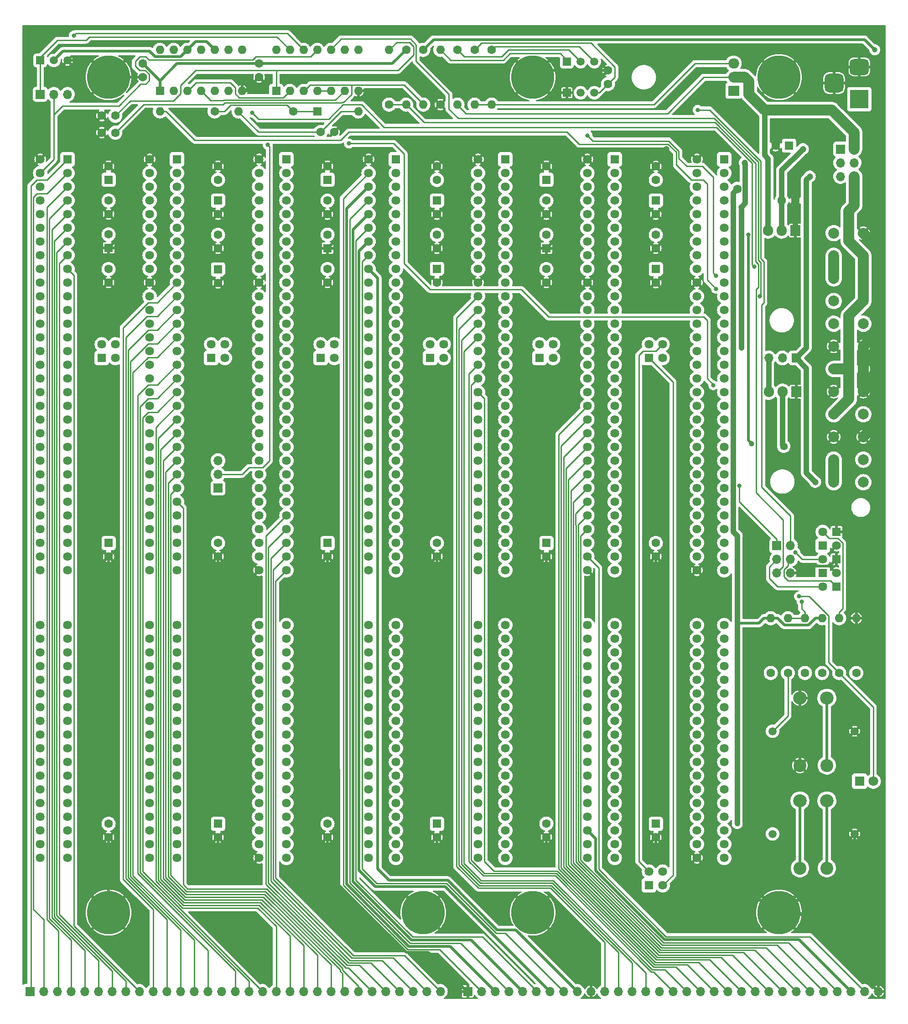
<source format=gbl>
G04 #@! TF.GenerationSoftware,KiCad,Pcbnew,7.0.7*
G04 #@! TF.CreationDate,2023-08-30T21:30:35-04:00*
G04 #@! TF.ProjectId,1 - ATX 16 bit ISA passive backplane,31202d20-4154-4582-9031-362062697420,2*
G04 #@! TF.SameCoordinates,Original*
G04 #@! TF.FileFunction,Copper,L2,Bot*
G04 #@! TF.FilePolarity,Positive*
%FSLAX46Y46*%
G04 Gerber Fmt 4.6, Leading zero omitted, Abs format (unit mm)*
G04 Created by KiCad (PCBNEW 7.0.7) date 2023-08-30 21:30:35*
%MOMM*%
%LPD*%
G01*
G04 APERTURE LIST*
G04 Aperture macros list*
%AMRoundRect*
0 Rectangle with rounded corners*
0 $1 Rounding radius*
0 $2 $3 $4 $5 $6 $7 $8 $9 X,Y pos of 4 corners*
0 Add a 4 corners polygon primitive as box body*
4,1,4,$2,$3,$4,$5,$6,$7,$8,$9,$2,$3,0*
0 Add four circle primitives for the rounded corners*
1,1,$1+$1,$2,$3*
1,1,$1+$1,$4,$5*
1,1,$1+$1,$6,$7*
1,1,$1+$1,$8,$9*
0 Add four rect primitives between the rounded corners*
20,1,$1+$1,$2,$3,$4,$5,0*
20,1,$1+$1,$4,$5,$6,$7,0*
20,1,$1+$1,$6,$7,$8,$9,0*
20,1,$1+$1,$8,$9,$2,$3,0*%
G04 Aperture macros list end*
G04 #@! TA.AperFunction,ComponentPad*
%ADD10R,1.700000X1.700000*%
G04 #@! TD*
G04 #@! TA.AperFunction,ComponentPad*
%ADD11O,1.700000X1.700000*%
G04 #@! TD*
G04 #@! TA.AperFunction,ComponentPad*
%ADD12R,1.635000X1.635000*%
G04 #@! TD*
G04 #@! TA.AperFunction,ComponentPad*
%ADD13C,1.635000*%
G04 #@! TD*
G04 #@! TA.AperFunction,ComponentPad*
%ADD14C,1.600000*%
G04 #@! TD*
G04 #@! TA.AperFunction,ComponentPad*
%ADD15O,1.600000X1.600000*%
G04 #@! TD*
G04 #@! TA.AperFunction,ComponentPad*
%ADD16R,1.600000X1.600000*%
G04 #@! TD*
G04 #@! TA.AperFunction,ComponentPad*
%ADD17C,0.900000*%
G04 #@! TD*
G04 #@! TA.AperFunction,ComponentPad*
%ADD18C,8.000000*%
G04 #@! TD*
G04 #@! TA.AperFunction,ComponentPad*
%ADD19R,1.500000X1.500000*%
G04 #@! TD*
G04 #@! TA.AperFunction,ComponentPad*
%ADD20C,1.500000*%
G04 #@! TD*
G04 #@! TA.AperFunction,ComponentPad*
%ADD21C,2.000000*%
G04 #@! TD*
G04 #@! TA.AperFunction,ComponentPad*
%ADD22R,1.800000X1.800000*%
G04 #@! TD*
G04 #@! TA.AperFunction,ComponentPad*
%ADD23C,1.800000*%
G04 #@! TD*
G04 #@! TA.AperFunction,ComponentPad*
%ADD24R,1.905000X2.000000*%
G04 #@! TD*
G04 #@! TA.AperFunction,ComponentPad*
%ADD25O,1.905000X2.000000*%
G04 #@! TD*
G04 #@! TA.AperFunction,ComponentPad*
%ADD26R,2.000000X1.905000*%
G04 #@! TD*
G04 #@! TA.AperFunction,ComponentPad*
%ADD27O,2.000000X1.905000*%
G04 #@! TD*
G04 #@! TA.AperFunction,ComponentPad*
%ADD28O,2.500000X2.400000*%
G04 #@! TD*
G04 #@! TA.AperFunction,ComponentPad*
%ADD29C,2.400000*%
G04 #@! TD*
G04 #@! TA.AperFunction,ComponentPad*
%ADD30R,3.500000X3.500000*%
G04 #@! TD*
G04 #@! TA.AperFunction,ComponentPad*
%ADD31RoundRect,0.750000X-1.000000X0.750000X-1.000000X-0.750000X1.000000X-0.750000X1.000000X0.750000X0*%
G04 #@! TD*
G04 #@! TA.AperFunction,ComponentPad*
%ADD32RoundRect,0.875000X-0.875000X0.875000X-0.875000X-0.875000X0.875000X-0.875000X0.875000X0.875000X0*%
G04 #@! TD*
G04 #@! TA.AperFunction,ViaPad*
%ADD33C,0.800000*%
G04 #@! TD*
G04 #@! TA.AperFunction,ViaPad*
%ADD34C,1.200000*%
G04 #@! TD*
G04 #@! TA.AperFunction,ViaPad*
%ADD35C,1.600000*%
G04 #@! TD*
G04 #@! TA.AperFunction,ViaPad*
%ADD36C,1.000000*%
G04 #@! TD*
G04 #@! TA.AperFunction,ViaPad*
%ADD37C,1.400000*%
G04 #@! TD*
G04 #@! TA.AperFunction,Conductor*
%ADD38C,0.250000*%
G04 #@! TD*
G04 #@! TA.AperFunction,Conductor*
%ADD39C,0.500000*%
G04 #@! TD*
G04 #@! TA.AperFunction,Conductor*
%ADD40C,2.000000*%
G04 #@! TD*
G04 #@! TA.AperFunction,Conductor*
%ADD41C,1.000000*%
G04 #@! TD*
G04 APERTURE END LIST*
D10*
X102870000Y-194945000D03*
D11*
X105410000Y-194945000D03*
X107950000Y-194945000D03*
X110490000Y-194945000D03*
X113030000Y-194945000D03*
X115570000Y-194945000D03*
X118110000Y-194945000D03*
X120650000Y-194945000D03*
X123190000Y-194945000D03*
X125730000Y-194945000D03*
X128270000Y-194945000D03*
X130810000Y-194945000D03*
X133350000Y-194945000D03*
X135890000Y-194945000D03*
X138430000Y-194945000D03*
X140970000Y-194945000D03*
X143510000Y-194945000D03*
X146050000Y-194945000D03*
X148590000Y-194945000D03*
X151130000Y-194945000D03*
X153670000Y-194945000D03*
X156210000Y-194945000D03*
X158750000Y-194945000D03*
X161290000Y-194945000D03*
X163830000Y-194945000D03*
X166370000Y-194945000D03*
X168910000Y-194945000D03*
X171450000Y-194945000D03*
X173990000Y-194945000D03*
X176530000Y-194945000D03*
X179070000Y-194945000D03*
D10*
X21590000Y-194945000D03*
D11*
X24130000Y-194945000D03*
X26670000Y-194945000D03*
X29210000Y-194945000D03*
X31750000Y-194945000D03*
X34290000Y-194945000D03*
X36830000Y-194945000D03*
X39370000Y-194945000D03*
X41910000Y-194945000D03*
X44450000Y-194945000D03*
X46990000Y-194945000D03*
X49530000Y-194945000D03*
X52070000Y-194945000D03*
X54610000Y-194945000D03*
X57150000Y-194945000D03*
X59690000Y-194945000D03*
X62230000Y-194945000D03*
X64770000Y-194945000D03*
X67310000Y-194945000D03*
X69850000Y-194945000D03*
X72390000Y-194945000D03*
X74930000Y-194945000D03*
X77470000Y-194945000D03*
X80010000Y-194945000D03*
X82550000Y-194945000D03*
X85090000Y-194945000D03*
X87630000Y-194945000D03*
X90170000Y-194945000D03*
X92710000Y-194945000D03*
X95250000Y-194945000D03*
X97790000Y-194945000D03*
D12*
X136525000Y-175260000D03*
D13*
X136525000Y-172720000D03*
X139065000Y-175260000D03*
X139065000Y-172720000D03*
D12*
X136520000Y-77475000D03*
D13*
X136520000Y-74935000D03*
X139060000Y-77475000D03*
X139060000Y-74935000D03*
D12*
X116200000Y-77475000D03*
D13*
X116200000Y-74935000D03*
X118740000Y-77475000D03*
X118740000Y-74935000D03*
D12*
X95880000Y-77475000D03*
D13*
X95880000Y-74935000D03*
X98420000Y-77475000D03*
X98420000Y-74935000D03*
D12*
X75560000Y-77475000D03*
D13*
X75560000Y-74935000D03*
X78100000Y-77475000D03*
X78100000Y-74935000D03*
D12*
X55245000Y-77470000D03*
D13*
X55245000Y-74930000D03*
X57785000Y-77470000D03*
X57785000Y-74930000D03*
D12*
X34920000Y-77475000D03*
D13*
X34920000Y-74935000D03*
X37460000Y-77475000D03*
X37460000Y-74935000D03*
D14*
X91440000Y-20320000D03*
D15*
X91440000Y-30480000D03*
D16*
X67310000Y-27940000D03*
D15*
X69850000Y-27940000D03*
X72390000Y-27940000D03*
X74930000Y-27940000D03*
X77470000Y-27940000D03*
X80010000Y-27940000D03*
X82550000Y-27940000D03*
X82550000Y-20320000D03*
X80010000Y-20320000D03*
X77470000Y-20320000D03*
X74930000Y-20320000D03*
X72390000Y-20320000D03*
X69850000Y-20320000D03*
X67310000Y-20320000D03*
D14*
X161163000Y-48260000D03*
X163663000Y-48260000D03*
D12*
X171323000Y-114808000D03*
D13*
X168783000Y-114808000D03*
D10*
X56515000Y-101600000D03*
D11*
X56515000Y-99060000D03*
X56515000Y-96520000D03*
D17*
X91383400Y-180340000D03*
X92327981Y-178059581D03*
X92327981Y-182620419D03*
X94608400Y-177115000D03*
D18*
X94608400Y-180340000D03*
D17*
X94608400Y-183565000D03*
X96888819Y-178059581D03*
X96888819Y-182620419D03*
X97833400Y-180340000D03*
D16*
X97155000Y-60960000D03*
D14*
X97155000Y-63460000D03*
D17*
X157430000Y-25400000D03*
X158374581Y-23119581D03*
X158374581Y-27680419D03*
X160655000Y-22175000D03*
D18*
X160655000Y-25400000D03*
D17*
X160655000Y-28625000D03*
X162935419Y-23119581D03*
X162935419Y-27680419D03*
X163880000Y-25400000D03*
D14*
X56515000Y-111780000D03*
X56515000Y-114280000D03*
D19*
X121285000Y-28295000D03*
D20*
X123825000Y-28295000D03*
X126365000Y-28295000D03*
D21*
X170815000Y-100520000D03*
X170815000Y-96320000D03*
X170815000Y-92120000D03*
X170815000Y-87920000D03*
X170815000Y-83720000D03*
X170815000Y-79520000D03*
X170815000Y-75320000D03*
X170815000Y-71120000D03*
X170815000Y-66920000D03*
X170815000Y-62720000D03*
X170815000Y-58520000D03*
X170815000Y-54320000D03*
X176315000Y-100520000D03*
X176315000Y-96320000D03*
X176315000Y-92120000D03*
X176315000Y-87920000D03*
X176315000Y-83720000D03*
X176315000Y-79520000D03*
X176315000Y-75320000D03*
X176315000Y-71120000D03*
X176315000Y-66920000D03*
X176315000Y-62720000D03*
X176315000Y-58520000D03*
X176315000Y-54320000D03*
D14*
X88265000Y-30480000D03*
D15*
X88265000Y-20320000D03*
D17*
X111703400Y-25400000D03*
X112647981Y-23119581D03*
X112647981Y-27680419D03*
X114928400Y-22175000D03*
D18*
X114928400Y-25400000D03*
D17*
X114928400Y-28625000D03*
X117208819Y-23119581D03*
X117208819Y-27680419D03*
X118153400Y-25400000D03*
D22*
X175636000Y-155956000D03*
D23*
X178176000Y-155956000D03*
D16*
X162520000Y-38100000D03*
D14*
X160020000Y-38100000D03*
D16*
X36195000Y-44410000D03*
D14*
X36195000Y-41910000D03*
D16*
X56515000Y-163870000D03*
D14*
X56515000Y-166370000D03*
D16*
X76835000Y-44410000D03*
D14*
X76835000Y-41910000D03*
X36195000Y-163850000D03*
X36195000Y-166350000D03*
D16*
X56515000Y-61047600D03*
D14*
X56515000Y-63547600D03*
D17*
X157423400Y-180340000D03*
X158367981Y-178059581D03*
X158367981Y-182620419D03*
X160648400Y-177115000D03*
D18*
X160648400Y-180340000D03*
D17*
X160648400Y-183565000D03*
X162928819Y-178059581D03*
X162928819Y-182620419D03*
X163873400Y-180340000D03*
D14*
X117475000Y-163830000D03*
X117475000Y-166330000D03*
X42545000Y-22880000D03*
X42545000Y-25380000D03*
D16*
X117475000Y-111800000D03*
D14*
X117475000Y-114300000D03*
D16*
X36195000Y-111800000D03*
D14*
X36195000Y-114300000D03*
X56515000Y-54630000D03*
X56515000Y-57130000D03*
D12*
X89535000Y-40640000D03*
D13*
X89535000Y-43180000D03*
X89535000Y-45720000D03*
X89535000Y-48260000D03*
X89535000Y-50800000D03*
X89535000Y-53340000D03*
X89535000Y-55880000D03*
X89535000Y-58420000D03*
X89535000Y-60960000D03*
X89535000Y-63500000D03*
X89535000Y-66040000D03*
X89535000Y-68580000D03*
X89535000Y-71120000D03*
X89535000Y-73660000D03*
X89535000Y-76200000D03*
X89535000Y-78740000D03*
X89535000Y-81280000D03*
X89535000Y-83820000D03*
X89535000Y-86360000D03*
X89535000Y-88900000D03*
X89535000Y-91440000D03*
X89535000Y-93980000D03*
X89535000Y-96520000D03*
X89535000Y-99060000D03*
X89535000Y-101600000D03*
X89535000Y-104140000D03*
X89535000Y-106680000D03*
X89535000Y-109220000D03*
X89535000Y-111760000D03*
X89535000Y-114300000D03*
X89535000Y-116840000D03*
X84455000Y-40640000D03*
X84455000Y-43180000D03*
X84455000Y-45720000D03*
X84455000Y-48260000D03*
X84455000Y-50800000D03*
X84455000Y-53340000D03*
X84455000Y-55880000D03*
X84455000Y-58420000D03*
X84455000Y-60960000D03*
X84455000Y-63500000D03*
X84455000Y-66040000D03*
X84455000Y-68580000D03*
X84455000Y-71120000D03*
X84455000Y-73660000D03*
X84455000Y-76200000D03*
X84455000Y-78740000D03*
X84455000Y-81280000D03*
X84455000Y-83820000D03*
X84455000Y-86360000D03*
X84455000Y-88900000D03*
X84455000Y-91440000D03*
X84455000Y-93980000D03*
X84455000Y-96520000D03*
X84455000Y-99060000D03*
X84455000Y-101600000D03*
X84455000Y-104140000D03*
X84455000Y-106680000D03*
X84455000Y-109220000D03*
X84455000Y-111760000D03*
X84455000Y-114300000D03*
X84455000Y-116840000D03*
X89535000Y-127000000D03*
X89535000Y-129540000D03*
X89535000Y-132080000D03*
X89535000Y-134620000D03*
X89535000Y-137160000D03*
X89535000Y-139700000D03*
X89535000Y-142240000D03*
X89535000Y-144780000D03*
X89535000Y-147320000D03*
X89535000Y-149860000D03*
X89535000Y-152400000D03*
X89535000Y-154940000D03*
X89535000Y-157480000D03*
X89535000Y-160020000D03*
X89535000Y-162560000D03*
X89535000Y-165100000D03*
X89535000Y-167640000D03*
X89535000Y-170180000D03*
X84455000Y-127000000D03*
X84455000Y-129540000D03*
X84455000Y-132080000D03*
X84455000Y-134620000D03*
X84455000Y-137160000D03*
X84455000Y-139700000D03*
X84455000Y-142240000D03*
X84455000Y-144780000D03*
X84455000Y-147320000D03*
X84455000Y-149860000D03*
X84455000Y-152400000D03*
X84455000Y-154940000D03*
X84455000Y-157480000D03*
X84455000Y-160020000D03*
X84455000Y-162560000D03*
X84455000Y-165100000D03*
X84455000Y-167640000D03*
X84455000Y-170180000D03*
D14*
X36195000Y-48280000D03*
X36195000Y-50780000D03*
X76835000Y-163850000D03*
X76835000Y-166350000D03*
D19*
X121285000Y-22505000D03*
D20*
X123825000Y-22505000D03*
X126365000Y-22505000D03*
D14*
X70485000Y-31750000D03*
D15*
X60325000Y-31750000D03*
D14*
X56515000Y-44410000D03*
X56515000Y-41910000D03*
D12*
X168783000Y-117348000D03*
D13*
X171323000Y-117348000D03*
D24*
X163830000Y-83734000D03*
D25*
X161290000Y-83734000D03*
X158750000Y-83734000D03*
D10*
X23495000Y-28575000D03*
D11*
X26035000Y-28575000D03*
X28575000Y-28575000D03*
D10*
X172080000Y-38735000D03*
D11*
X174620000Y-38735000D03*
X172080000Y-41275000D03*
X174620000Y-41275000D03*
X172080000Y-43815000D03*
X174620000Y-43815000D03*
D17*
X111703400Y-180340000D03*
X112647981Y-178059581D03*
X112647981Y-182620419D03*
X114928400Y-177115000D03*
D18*
X114928400Y-180340000D03*
D17*
X114928400Y-183565000D03*
X117208819Y-178059581D03*
X117208819Y-182620419D03*
X118153400Y-180340000D03*
D19*
X23485000Y-22294000D03*
D20*
X26025000Y-22294000D03*
X28565000Y-22294000D03*
D26*
X152232000Y-27940000D03*
D27*
X152232000Y-25400000D03*
X152232000Y-22860000D03*
D14*
X128905000Y-26670000D03*
X128905000Y-24170000D03*
X107315000Y-20320000D03*
D15*
X107315000Y-30480000D03*
D12*
X171323000Y-109728000D03*
D13*
X168783000Y-109728000D03*
D16*
X137795000Y-61000000D03*
D14*
X137795000Y-63500000D03*
X100965000Y-20320000D03*
D15*
X100965000Y-30480000D03*
D12*
X150495000Y-40640000D03*
D13*
X150495000Y-43180000D03*
X150495000Y-45720000D03*
X150495000Y-48260000D03*
X150495000Y-50800000D03*
X150495000Y-53340000D03*
X150495000Y-55880000D03*
X150495000Y-58420000D03*
X150495000Y-60960000D03*
X150495000Y-63500000D03*
X150495000Y-66040000D03*
X150495000Y-68580000D03*
X150495000Y-71120000D03*
X150495000Y-73660000D03*
X150495000Y-76200000D03*
X150495000Y-78740000D03*
X150495000Y-81280000D03*
X150495000Y-83820000D03*
X150495000Y-86360000D03*
X150495000Y-88900000D03*
X150495000Y-91440000D03*
X150495000Y-93980000D03*
X150495000Y-96520000D03*
X150495000Y-99060000D03*
X150495000Y-101600000D03*
X150495000Y-104140000D03*
X150495000Y-106680000D03*
X150495000Y-109220000D03*
X150495000Y-111760000D03*
X150495000Y-114300000D03*
X150495000Y-116840000D03*
X145415000Y-40640000D03*
X145415000Y-43180000D03*
X145415000Y-45720000D03*
X145415000Y-48260000D03*
X145415000Y-50800000D03*
X145415000Y-53340000D03*
X145415000Y-55880000D03*
X145415000Y-58420000D03*
X145415000Y-60960000D03*
X145415000Y-63500000D03*
X145415000Y-66040000D03*
X145415000Y-68580000D03*
X145415000Y-71120000D03*
X145415000Y-73660000D03*
X145415000Y-76200000D03*
X145415000Y-78740000D03*
X145415000Y-81280000D03*
X145415000Y-83820000D03*
X145415000Y-86360000D03*
X145415000Y-88900000D03*
X145415000Y-91440000D03*
X145415000Y-93980000D03*
X145415000Y-96520000D03*
X145415000Y-99060000D03*
X145415000Y-101600000D03*
X145415000Y-104140000D03*
X145415000Y-106680000D03*
X145415000Y-109220000D03*
X145415000Y-111760000D03*
X145415000Y-114300000D03*
X145415000Y-116840000D03*
X150495000Y-127000000D03*
X150495000Y-129540000D03*
X150495000Y-132080000D03*
X150495000Y-134620000D03*
X150495000Y-137160000D03*
X150495000Y-139700000D03*
X150495000Y-142240000D03*
X150495000Y-144780000D03*
X150495000Y-147320000D03*
X150495000Y-149860000D03*
X150495000Y-152400000D03*
X150495000Y-154940000D03*
X150495000Y-157480000D03*
X150495000Y-160020000D03*
X150495000Y-162560000D03*
X150495000Y-165100000D03*
X150495000Y-167640000D03*
X150495000Y-170180000D03*
X145415000Y-127000000D03*
X145415000Y-129540000D03*
X145415000Y-132080000D03*
X145415000Y-134620000D03*
X145415000Y-137160000D03*
X145415000Y-139700000D03*
X145415000Y-142240000D03*
X145415000Y-144780000D03*
X145415000Y-147320000D03*
X145415000Y-149860000D03*
X145415000Y-152400000D03*
X145415000Y-154940000D03*
X145415000Y-157480000D03*
X145415000Y-160020000D03*
X145415000Y-162560000D03*
X145415000Y-165100000D03*
X145415000Y-167640000D03*
X145415000Y-170180000D03*
D12*
X48895000Y-40640000D03*
D13*
X48895000Y-43180000D03*
X48895000Y-45720000D03*
X48895000Y-48260000D03*
X48895000Y-50800000D03*
X48895000Y-53340000D03*
X48895000Y-55880000D03*
X48895000Y-58420000D03*
X48895000Y-60960000D03*
X48895000Y-63500000D03*
X48895000Y-66040000D03*
X48895000Y-68580000D03*
X48895000Y-71120000D03*
X48895000Y-73660000D03*
X48895000Y-76200000D03*
X48895000Y-78740000D03*
X48895000Y-81280000D03*
X48895000Y-83820000D03*
X48895000Y-86360000D03*
X48895000Y-88900000D03*
X48895000Y-91440000D03*
X48895000Y-93980000D03*
X48895000Y-96520000D03*
X48895000Y-99060000D03*
X48895000Y-101600000D03*
X48895000Y-104140000D03*
X48895000Y-106680000D03*
X48895000Y-109220000D03*
X48895000Y-111760000D03*
X48895000Y-114300000D03*
X48895000Y-116840000D03*
X43815000Y-40640000D03*
X43815000Y-43180000D03*
X43815000Y-45720000D03*
X43815000Y-48260000D03*
X43815000Y-50800000D03*
X43815000Y-53340000D03*
X43815000Y-55880000D03*
X43815000Y-58420000D03*
X43815000Y-60960000D03*
X43815000Y-63500000D03*
X43815000Y-66040000D03*
X43815000Y-68580000D03*
X43815000Y-71120000D03*
X43815000Y-73660000D03*
X43815000Y-76200000D03*
X43815000Y-78740000D03*
X43815000Y-81280000D03*
X43815000Y-83820000D03*
X43815000Y-86360000D03*
X43815000Y-88900000D03*
X43815000Y-91440000D03*
X43815000Y-93980000D03*
X43815000Y-96520000D03*
X43815000Y-99060000D03*
X43815000Y-101600000D03*
X43815000Y-104140000D03*
X43815000Y-106680000D03*
X43815000Y-109220000D03*
X43815000Y-111760000D03*
X43815000Y-114300000D03*
X43815000Y-116840000D03*
X48895000Y-127000000D03*
X48895000Y-129540000D03*
X48895000Y-132080000D03*
X48895000Y-134620000D03*
X48895000Y-137160000D03*
X48895000Y-139700000D03*
X48895000Y-142240000D03*
X48895000Y-144780000D03*
X48895000Y-147320000D03*
X48895000Y-149860000D03*
X48895000Y-152400000D03*
X48895000Y-154940000D03*
X48895000Y-157480000D03*
X48895000Y-160020000D03*
X48895000Y-162560000D03*
X48895000Y-165100000D03*
X48895000Y-167640000D03*
X48895000Y-170180000D03*
X43815000Y-127000000D03*
X43815000Y-129540000D03*
X43815000Y-132080000D03*
X43815000Y-134620000D03*
X43815000Y-137160000D03*
X43815000Y-139700000D03*
X43815000Y-142240000D03*
X43815000Y-144780000D03*
X43815000Y-147320000D03*
X43815000Y-149860000D03*
X43815000Y-152400000D03*
X43815000Y-154940000D03*
X43815000Y-157480000D03*
X43815000Y-160020000D03*
X43815000Y-162560000D03*
X43815000Y-165100000D03*
X43815000Y-167640000D03*
X43815000Y-170180000D03*
D28*
X164545000Y-140535000D03*
D29*
X164545000Y-153035000D03*
D28*
X169545000Y-140535000D03*
D29*
X169545000Y-153035000D03*
D20*
X174705000Y-146685000D03*
X159465000Y-146685000D03*
D14*
X64135000Y-22880000D03*
X64135000Y-25380000D03*
D16*
X76835000Y-57110000D03*
D14*
X76835000Y-54610000D03*
D12*
X130168400Y-40640000D03*
D13*
X130168400Y-43180000D03*
X130168400Y-45720000D03*
X130168400Y-48260000D03*
X130168400Y-50800000D03*
X130168400Y-53340000D03*
X130168400Y-55880000D03*
X130168400Y-58420000D03*
X130168400Y-60960000D03*
X130168400Y-63500000D03*
X130168400Y-66040000D03*
X130168400Y-68580000D03*
X130168400Y-71120000D03*
X130168400Y-73660000D03*
X130168400Y-76200000D03*
X130168400Y-78740000D03*
X130168400Y-81280000D03*
X130168400Y-83820000D03*
X130168400Y-86360000D03*
X130168400Y-88900000D03*
X130168400Y-91440000D03*
X130168400Y-93980000D03*
X130168400Y-96520000D03*
X130168400Y-99060000D03*
X130168400Y-101600000D03*
X130168400Y-104140000D03*
X130168400Y-106680000D03*
X130168400Y-109220000D03*
X130168400Y-111760000D03*
X130168400Y-114300000D03*
X130168400Y-116840000D03*
X125088400Y-40640000D03*
X125088400Y-43180000D03*
X125088400Y-45720000D03*
X125088400Y-48260000D03*
X125088400Y-50800000D03*
X125088400Y-53340000D03*
X125088400Y-55880000D03*
X125088400Y-58420000D03*
X125088400Y-60960000D03*
X125088400Y-63500000D03*
X125088400Y-66040000D03*
X125088400Y-68580000D03*
X125088400Y-71120000D03*
X125088400Y-73660000D03*
X125088400Y-76200000D03*
X125088400Y-78740000D03*
X125088400Y-81280000D03*
X125088400Y-83820000D03*
X125088400Y-86360000D03*
X125088400Y-88900000D03*
X125088400Y-91440000D03*
X125088400Y-93980000D03*
X125088400Y-96520000D03*
X125088400Y-99060000D03*
X125088400Y-101600000D03*
X125088400Y-104140000D03*
X125088400Y-106680000D03*
X125088400Y-109220000D03*
X125088400Y-111760000D03*
X125088400Y-114300000D03*
X125088400Y-116840000D03*
X130168400Y-127000000D03*
X130168400Y-129540000D03*
X130168400Y-132080000D03*
X130168400Y-134620000D03*
X130168400Y-137160000D03*
X130168400Y-139700000D03*
X130168400Y-142240000D03*
X130168400Y-144780000D03*
X130168400Y-147320000D03*
X130168400Y-149860000D03*
X130168400Y-152400000D03*
X130168400Y-154940000D03*
X130168400Y-157480000D03*
X130168400Y-160020000D03*
X130168400Y-162560000D03*
X130168400Y-165100000D03*
X130168400Y-167640000D03*
X130168400Y-170180000D03*
X125088400Y-127000000D03*
X125088400Y-129540000D03*
X125088400Y-132080000D03*
X125088400Y-134620000D03*
X125088400Y-137160000D03*
X125088400Y-139700000D03*
X125088400Y-142240000D03*
X125088400Y-144780000D03*
X125088400Y-147320000D03*
X125088400Y-149860000D03*
X125088400Y-152400000D03*
X125088400Y-154940000D03*
X125088400Y-157480000D03*
X125088400Y-160020000D03*
X125088400Y-162560000D03*
X125088400Y-165100000D03*
X125088400Y-167640000D03*
X125088400Y-170180000D03*
D14*
X159131000Y-135890000D03*
D15*
X159131000Y-125730000D03*
D14*
X165481000Y-135890000D03*
D15*
X165481000Y-125730000D03*
D12*
X28575000Y-40640000D03*
D13*
X28575000Y-43180000D03*
X28575000Y-45720000D03*
X28575000Y-48260000D03*
X28575000Y-50800000D03*
X28575000Y-53340000D03*
X28575000Y-55880000D03*
X28575000Y-58420000D03*
X28575000Y-60960000D03*
X28575000Y-63500000D03*
X28575000Y-66040000D03*
X28575000Y-68580000D03*
X28575000Y-71120000D03*
X28575000Y-73660000D03*
X28575000Y-76200000D03*
X28575000Y-78740000D03*
X28575000Y-81280000D03*
X28575000Y-83820000D03*
X28575000Y-86360000D03*
X28575000Y-88900000D03*
X28575000Y-91440000D03*
X28575000Y-93980000D03*
X28575000Y-96520000D03*
X28575000Y-99060000D03*
X28575000Y-101600000D03*
X28575000Y-104140000D03*
X28575000Y-106680000D03*
X28575000Y-109220000D03*
X28575000Y-111760000D03*
X28575000Y-114300000D03*
X28575000Y-116840000D03*
X23495000Y-40640000D03*
X23495000Y-43180000D03*
X23495000Y-45720000D03*
X23495000Y-48260000D03*
X23495000Y-50800000D03*
X23495000Y-53340000D03*
X23495000Y-55880000D03*
X23495000Y-58420000D03*
X23495000Y-60960000D03*
X23495000Y-63500000D03*
X23495000Y-66040000D03*
X23495000Y-68580000D03*
X23495000Y-71120000D03*
X23495000Y-73660000D03*
X23495000Y-76200000D03*
X23495000Y-78740000D03*
X23495000Y-81280000D03*
X23495000Y-83820000D03*
X23495000Y-86360000D03*
X23495000Y-88900000D03*
X23495000Y-91440000D03*
X23495000Y-93980000D03*
X23495000Y-96520000D03*
X23495000Y-99060000D03*
X23495000Y-101600000D03*
X23495000Y-104140000D03*
X23495000Y-106680000D03*
X23495000Y-109220000D03*
X23495000Y-111760000D03*
X23495000Y-114300000D03*
X23495000Y-116840000D03*
X28575000Y-127000000D03*
X28575000Y-129540000D03*
X28575000Y-132080000D03*
X28575000Y-134620000D03*
X28575000Y-137160000D03*
X28575000Y-139700000D03*
X28575000Y-142240000D03*
X28575000Y-144780000D03*
X28575000Y-147320000D03*
X28575000Y-149860000D03*
X28575000Y-152400000D03*
X28575000Y-154940000D03*
X28575000Y-157480000D03*
X28575000Y-160020000D03*
X28575000Y-162560000D03*
X28575000Y-165100000D03*
X28575000Y-167640000D03*
X28575000Y-170180000D03*
X23495000Y-127000000D03*
X23495000Y-129540000D03*
X23495000Y-132080000D03*
X23495000Y-134620000D03*
X23495000Y-137160000D03*
X23495000Y-139700000D03*
X23495000Y-142240000D03*
X23495000Y-144780000D03*
X23495000Y-147320000D03*
X23495000Y-149860000D03*
X23495000Y-152400000D03*
X23495000Y-154940000D03*
X23495000Y-157480000D03*
X23495000Y-160020000D03*
X23495000Y-162560000D03*
X23495000Y-165100000D03*
X23495000Y-167640000D03*
X23495000Y-170180000D03*
D16*
X117475000Y-57110000D03*
D14*
X117475000Y-54610000D03*
D28*
X164545000Y-159585000D03*
D29*
X164545000Y-172085000D03*
D28*
X169545000Y-159585000D03*
D29*
X169545000Y-172085000D03*
D20*
X174705000Y-165735000D03*
X159465000Y-165735000D03*
D14*
X75585000Y-35560000D03*
X78085000Y-35560000D03*
X76835000Y-48300000D03*
X76835000Y-50800000D03*
X137795000Y-54630000D03*
X137795000Y-57130000D03*
D16*
X74930000Y-31750000D03*
D15*
X82550000Y-31750000D03*
D14*
X37445000Y-32537000D03*
X34945000Y-32537000D03*
D17*
X32963400Y-180340000D03*
X33907981Y-178059581D03*
X33907981Y-182620419D03*
X36188400Y-177115000D03*
D18*
X36188400Y-180340000D03*
D17*
X36188400Y-183565000D03*
X38468819Y-178059581D03*
X38468819Y-182620419D03*
X39413400Y-180340000D03*
D14*
X97155000Y-54630000D03*
X97155000Y-57130000D03*
X37445000Y-35687000D03*
X34945000Y-35687000D03*
X117475000Y-48300000D03*
X117475000Y-50800000D03*
X76835000Y-60980000D03*
X76835000Y-63480000D03*
X175006000Y-135890000D03*
D15*
X175006000Y-125730000D03*
D14*
X117475000Y-60980000D03*
X117475000Y-63480000D03*
D17*
X32963400Y-25400000D03*
X33907981Y-23119581D03*
X33907981Y-27680419D03*
X36188400Y-22175000D03*
D18*
X36188400Y-25400000D03*
D17*
X36188400Y-28625000D03*
X38468819Y-23119581D03*
X38468819Y-27680419D03*
X39413400Y-25400000D03*
D14*
X104140000Y-20320000D03*
D15*
X104140000Y-30480000D03*
D14*
X137795000Y-44430000D03*
X137795000Y-41930000D03*
X162306000Y-135890000D03*
D15*
X162306000Y-125730000D03*
D16*
X97155000Y-48300000D03*
D14*
X97155000Y-50800000D03*
D16*
X97155000Y-163870000D03*
D14*
X97155000Y-166370000D03*
X97790000Y-30480000D03*
D15*
X97790000Y-20320000D03*
D16*
X76835000Y-111800000D03*
D14*
X76835000Y-114300000D03*
D16*
X36195000Y-57062400D03*
D14*
X36195000Y-54562400D03*
D16*
X45720000Y-27940000D03*
D15*
X48260000Y-27940000D03*
X50800000Y-27940000D03*
X53340000Y-27940000D03*
X55880000Y-27940000D03*
X58420000Y-27940000D03*
X60960000Y-27940000D03*
X60960000Y-20320000D03*
X58420000Y-20320000D03*
X55880000Y-20320000D03*
X53340000Y-20320000D03*
X50800000Y-20320000D03*
X48260000Y-20320000D03*
X45720000Y-20320000D03*
D12*
X69215000Y-40640000D03*
D13*
X69215000Y-43180000D03*
X69215000Y-45720000D03*
X69215000Y-48260000D03*
X69215000Y-50800000D03*
X69215000Y-53340000D03*
X69215000Y-55880000D03*
X69215000Y-58420000D03*
X69215000Y-60960000D03*
X69215000Y-63500000D03*
X69215000Y-66040000D03*
X69215000Y-68580000D03*
X69215000Y-71120000D03*
X69215000Y-73660000D03*
X69215000Y-76200000D03*
X69215000Y-78740000D03*
X69215000Y-81280000D03*
X69215000Y-83820000D03*
X69215000Y-86360000D03*
X69215000Y-88900000D03*
X69215000Y-91440000D03*
X69215000Y-93980000D03*
X69215000Y-96520000D03*
X69215000Y-99060000D03*
X69215000Y-101600000D03*
X69215000Y-104140000D03*
X69215000Y-106680000D03*
X69215000Y-109220000D03*
X69215000Y-111760000D03*
X69215000Y-114300000D03*
X69215000Y-116840000D03*
X64135000Y-40640000D03*
X64135000Y-43180000D03*
X64135000Y-45720000D03*
X64135000Y-48260000D03*
X64135000Y-50800000D03*
X64135000Y-53340000D03*
X64135000Y-55880000D03*
X64135000Y-58420000D03*
X64135000Y-60960000D03*
X64135000Y-63500000D03*
X64135000Y-66040000D03*
X64135000Y-68580000D03*
X64135000Y-71120000D03*
X64135000Y-73660000D03*
X64135000Y-76200000D03*
X64135000Y-78740000D03*
X64135000Y-81280000D03*
X64135000Y-83820000D03*
X64135000Y-86360000D03*
X64135000Y-88900000D03*
X64135000Y-91440000D03*
X64135000Y-93980000D03*
X64135000Y-96520000D03*
X64135000Y-99060000D03*
X64135000Y-101600000D03*
X64135000Y-104140000D03*
X64135000Y-106680000D03*
X64135000Y-109220000D03*
X64135000Y-111760000D03*
X64135000Y-114300000D03*
X64135000Y-116840000D03*
X69215000Y-127000000D03*
X69215000Y-129540000D03*
X69215000Y-132080000D03*
X69215000Y-134620000D03*
X69215000Y-137160000D03*
X69215000Y-139700000D03*
X69215000Y-142240000D03*
X69215000Y-144780000D03*
X69215000Y-147320000D03*
X69215000Y-149860000D03*
X69215000Y-152400000D03*
X69215000Y-154940000D03*
X69215000Y-157480000D03*
X69215000Y-160020000D03*
X69215000Y-162560000D03*
X69215000Y-165100000D03*
X69215000Y-167640000D03*
X69215000Y-170180000D03*
X64135000Y-127000000D03*
X64135000Y-129540000D03*
X64135000Y-132080000D03*
X64135000Y-134620000D03*
X64135000Y-137160000D03*
X64135000Y-139700000D03*
X64135000Y-142240000D03*
X64135000Y-144780000D03*
X64135000Y-147320000D03*
X64135000Y-149860000D03*
X64135000Y-152400000D03*
X64135000Y-154940000D03*
X64135000Y-157480000D03*
X64135000Y-160020000D03*
X64135000Y-162560000D03*
X64135000Y-165100000D03*
X64135000Y-167640000D03*
X64135000Y-170180000D03*
D14*
X137795000Y-111780000D03*
X137795000Y-114280000D03*
X171831000Y-135890000D03*
D15*
X171831000Y-125730000D03*
D14*
X55880000Y-31750000D03*
D15*
X45720000Y-31750000D03*
D14*
X97155000Y-111780000D03*
X97155000Y-114280000D03*
X97155000Y-44450000D03*
X97155000Y-41950000D03*
D12*
X109855000Y-40640000D03*
D13*
X109855000Y-43180000D03*
X109855000Y-45720000D03*
X109855000Y-48260000D03*
X109855000Y-50800000D03*
X109855000Y-53340000D03*
X109855000Y-55880000D03*
X109855000Y-58420000D03*
X109855000Y-60960000D03*
X109855000Y-63500000D03*
X109855000Y-66040000D03*
X109855000Y-68580000D03*
X109855000Y-71120000D03*
X109855000Y-73660000D03*
X109855000Y-76200000D03*
X109855000Y-78740000D03*
X109855000Y-81280000D03*
X109855000Y-83820000D03*
X109855000Y-86360000D03*
X109855000Y-88900000D03*
X109855000Y-91440000D03*
X109855000Y-93980000D03*
X109855000Y-96520000D03*
X109855000Y-99060000D03*
X109855000Y-101600000D03*
X109855000Y-104140000D03*
X109855000Y-106680000D03*
X109855000Y-109220000D03*
X109855000Y-111760000D03*
X109855000Y-114300000D03*
X109855000Y-116840000D03*
X104775000Y-40640000D03*
X104775000Y-43180000D03*
X104775000Y-45720000D03*
X104775000Y-48260000D03*
X104775000Y-50800000D03*
X104775000Y-53340000D03*
X104775000Y-55880000D03*
X104775000Y-58420000D03*
X104775000Y-60960000D03*
X104775000Y-63500000D03*
X104775000Y-66040000D03*
X104775000Y-68580000D03*
X104775000Y-71120000D03*
X104775000Y-73660000D03*
X104775000Y-76200000D03*
X104775000Y-78740000D03*
X104775000Y-81280000D03*
X104775000Y-83820000D03*
X104775000Y-86360000D03*
X104775000Y-88900000D03*
X104775000Y-91440000D03*
X104775000Y-93980000D03*
X104775000Y-96520000D03*
X104775000Y-99060000D03*
X104775000Y-101600000D03*
X104775000Y-104140000D03*
X104775000Y-106680000D03*
X104775000Y-109220000D03*
X104775000Y-111760000D03*
X104775000Y-114300000D03*
X104775000Y-116840000D03*
X109855000Y-127000000D03*
X109855000Y-129540000D03*
X109855000Y-132080000D03*
X109855000Y-134620000D03*
X109855000Y-137160000D03*
X109855000Y-139700000D03*
X109855000Y-142240000D03*
X109855000Y-144780000D03*
X109855000Y-147320000D03*
X109855000Y-149860000D03*
X109855000Y-152400000D03*
X109855000Y-154940000D03*
X109855000Y-157480000D03*
X109855000Y-160020000D03*
X109855000Y-162560000D03*
X109855000Y-165100000D03*
X109855000Y-167640000D03*
X109855000Y-170180000D03*
X104775000Y-127000000D03*
X104775000Y-129540000D03*
X104775000Y-132080000D03*
X104775000Y-134620000D03*
X104775000Y-137160000D03*
X104775000Y-139700000D03*
X104775000Y-142240000D03*
X104775000Y-144780000D03*
X104775000Y-147320000D03*
X104775000Y-149860000D03*
X104775000Y-152400000D03*
X104775000Y-154940000D03*
X104775000Y-157480000D03*
X104775000Y-160020000D03*
X104775000Y-162560000D03*
X104775000Y-165100000D03*
X104775000Y-167640000D03*
X104775000Y-170180000D03*
D16*
X137795000Y-48300000D03*
D14*
X137795000Y-50800000D03*
D16*
X117475000Y-44410000D03*
D14*
X117475000Y-41910000D03*
X94615000Y-20320000D03*
D15*
X94615000Y-30480000D03*
D14*
X36195000Y-60980000D03*
X36195000Y-63480000D03*
D10*
X163830000Y-77470000D03*
D11*
X161290000Y-77470000D03*
X158750000Y-77470000D03*
D16*
X137795000Y-163870000D03*
D14*
X137795000Y-166370000D03*
D12*
X168783000Y-112268000D03*
D13*
X171323000Y-112268000D03*
D24*
X163703000Y-53825000D03*
D25*
X161163000Y-53825000D03*
X158623000Y-53825000D03*
D12*
X171323000Y-119888000D03*
D13*
X168783000Y-119888000D03*
D16*
X56515000Y-48300000D03*
D14*
X56515000Y-50800000D03*
X168656000Y-135890000D03*
D15*
X168656000Y-125730000D03*
D30*
X175582500Y-29495000D03*
D31*
X175582500Y-23495000D03*
D32*
X170882500Y-26495000D03*
D10*
X160269000Y-112283000D03*
D11*
X162809000Y-112283000D03*
X160269000Y-114823000D03*
X162809000Y-114823000D03*
X160269000Y-117363000D03*
X162809000Y-117363000D03*
D33*
X76835000Y-170180000D03*
D34*
X56515000Y-117475000D03*
D33*
X152400000Y-33020000D03*
D34*
X78740000Y-38735000D03*
D33*
X60325000Y-182245000D03*
X156845000Y-20320000D03*
D34*
X97155000Y-117475000D03*
X119380000Y-38735000D03*
D33*
X168275000Y-34925000D03*
X154940000Y-109220000D03*
D34*
X137788000Y-170180000D03*
X99060000Y-38735000D03*
X36195000Y-117475000D03*
X137795000Y-117475000D03*
D33*
X67945000Y-34290000D03*
D34*
X117475000Y-117475000D03*
D33*
X174726600Y-111582200D03*
X176530000Y-33655000D03*
X168910000Y-106045000D03*
D34*
X76835000Y-117475000D03*
D33*
X177800000Y-123190000D03*
D34*
X38100000Y-38735000D03*
D33*
X117475000Y-170180000D03*
X140970000Y-28575000D03*
D34*
X36195000Y-170180000D03*
X58420000Y-38735000D03*
X56508400Y-170180000D03*
D33*
X156210000Y-123190000D03*
X37465000Y-19050000D03*
X60325000Y-186055000D03*
X163195000Y-62865000D03*
D34*
X139700000Y-38735000D03*
X97148400Y-170180000D03*
D33*
X53975000Y-34925000D03*
X57150000Y-34925000D03*
D35*
X152908000Y-46101000D03*
D36*
X152908000Y-163830000D03*
D33*
X152908000Y-110490000D03*
D36*
X155575000Y-93345000D03*
D33*
X154940000Y-54610000D03*
D37*
X161544000Y-93853000D03*
D34*
X154305000Y-41275000D03*
D36*
X153670000Y-75565000D03*
D34*
X153670000Y-49530000D03*
D36*
X178435000Y-20320000D03*
D33*
X145542000Y-31467400D03*
D34*
X165100000Y-38735000D03*
D33*
X164363300Y-121666000D03*
X148971000Y-64643000D03*
D34*
X166370000Y-43815000D03*
X167386000Y-100457000D03*
D33*
X153264300Y-101201100D03*
X148971000Y-62230000D03*
X125095000Y-36195000D03*
X156044400Y-60554800D03*
X62865000Y-32004000D03*
X157132400Y-66040000D03*
X164846000Y-122682000D03*
X148463000Y-82550000D03*
X163731700Y-113538000D03*
X80820000Y-37712400D03*
X29750300Y-17655000D03*
X65724503Y-37946258D03*
D38*
X134620000Y-170815000D02*
X136525000Y-172720000D01*
X137795000Y-76200000D02*
X135382500Y-76200000D01*
X135382500Y-76200000D02*
X134620000Y-76962500D01*
X139060000Y-74935000D02*
X137795000Y-76200000D01*
X134620000Y-76962500D02*
X134620000Y-170815000D01*
X140970000Y-173355000D02*
X140970000Y-81925000D01*
X140970000Y-81925000D02*
X136520000Y-77475000D01*
X139065000Y-175260000D02*
X140970000Y-173355000D01*
X60960000Y-99060000D02*
X56515000Y-99060000D01*
X66040000Y-96520000D02*
X64770000Y-97790000D01*
X62230000Y-97790000D02*
X60960000Y-99060000D01*
X66040000Y-38261755D02*
X66040000Y-96520000D01*
X65724503Y-37946258D02*
X66040000Y-38261755D01*
X64770000Y-97790000D02*
X62230000Y-97790000D01*
X146685000Y-69850000D02*
X140335000Y-69850000D01*
X147320000Y-81280000D02*
X147320000Y-70485000D01*
X148463000Y-82423000D02*
X147320000Y-81280000D01*
X147320000Y-70485000D02*
X146685000Y-69850000D01*
X148463000Y-82550000D02*
X148463000Y-82423000D01*
X140335000Y-69850000D02*
X117856000Y-69850000D01*
X117856000Y-69850000D02*
X117348000Y-69342000D01*
X117348000Y-69342000D02*
X112776000Y-64770000D01*
D39*
X97148400Y-168299000D02*
X97155000Y-168292000D01*
X139700000Y-48807400D02*
X139700000Y-48895000D01*
X157423400Y-180340000D02*
X157423000Y-180340000D01*
X162929000Y-178060000D02*
X162929000Y-178059800D01*
X96416700Y-177587500D02*
X96888800Y-178059600D01*
X76835000Y-50800000D02*
X78740000Y-48895000D01*
X97148400Y-168299000D02*
X97148400Y-170180000D01*
X56515000Y-50800000D02*
X58420000Y-48895000D01*
X37996700Y-177587500D02*
X38468800Y-178059600D01*
X117475000Y-170180000D02*
X117475000Y-166330000D01*
X112648400Y-178060000D02*
X112648000Y-178059600D01*
X37800900Y-182620000D02*
X37801300Y-182620400D01*
X137795000Y-117475000D02*
X137795000Y-114280000D01*
X162928800Y-182620400D02*
X162928800Y-182620000D01*
X114456000Y-177587500D02*
X114928400Y-177115100D01*
X95944200Y-177115000D02*
X96416500Y-177587500D01*
X99060000Y-40045000D02*
X99060000Y-48855000D01*
X102870000Y-194945000D02*
X102743000Y-194945000D01*
X162261000Y-182620000D02*
X161593000Y-182620000D01*
X38100000Y-48875000D02*
X38100000Y-48855000D01*
X158374600Y-27680400D02*
X160182700Y-27680400D01*
X39433400Y-25380000D02*
X39413400Y-25400000D01*
X117208800Y-178060000D02*
X115873000Y-178060000D01*
X36195000Y-117475000D02*
X36195000Y-114300000D01*
X139700000Y-38735000D02*
X139700000Y-40025000D01*
X78740000Y-38735000D02*
X78740000Y-40005000D01*
X113120300Y-22647300D02*
X112648000Y-23119600D01*
X99060000Y-48895000D02*
X99060000Y-55225000D01*
X99060000Y-40045000D02*
X99060000Y-48855000D01*
X162261000Y-182620000D02*
X162261000Y-180340000D01*
X36195000Y-50780000D02*
X38100000Y-48875000D01*
X37801300Y-182620400D02*
X38468800Y-182620400D01*
X114928200Y-180340200D02*
X114928000Y-180340000D01*
X114928400Y-22647300D02*
X113120300Y-22647300D01*
X99060000Y-48855000D02*
X99060000Y-48895000D01*
X78740000Y-55205000D02*
X78740000Y-61575000D01*
X92328400Y-178060000D02*
X93663800Y-178060000D01*
X97148400Y-166418000D02*
X97148400Y-168299000D01*
X94608400Y-177115000D02*
X95944200Y-177115000D01*
D40*
X179197000Y-72438000D02*
X179197000Y-80838000D01*
D39*
X179070000Y-194945000D02*
X164465000Y-180340000D01*
X99060000Y-38735000D02*
X99060000Y-40045000D01*
X162929000Y-182620000D02*
X162928800Y-182620000D01*
X37524200Y-177115000D02*
X37996500Y-177587500D01*
X158368000Y-178059600D02*
X158368000Y-178060000D01*
X36188400Y-28152700D02*
X37996500Y-28152700D01*
X137788000Y-170180000D02*
X137788000Y-166377000D01*
X58420000Y-40005000D02*
X58420000Y-48855000D01*
X38100000Y-38735000D02*
X38100000Y-40005000D01*
X58420000Y-55225000D02*
X58420000Y-61642600D01*
X36195000Y-170180000D02*
X36195000Y-166350000D01*
X99060000Y-38735000D02*
X99060000Y-40045000D01*
X58420000Y-55225000D02*
X56515000Y-57130000D01*
X38100000Y-61575000D02*
X36195000Y-63480000D01*
X160655000Y-22647300D02*
X160655000Y-22175000D01*
D41*
X163663000Y-48260000D02*
X163663000Y-53785000D01*
D39*
X174705000Y-171243000D02*
X167888400Y-178059600D01*
X78740000Y-40005000D02*
X78740000Y-48875000D01*
X160648400Y-180340000D02*
X160648000Y-180340000D01*
X117208800Y-178059600D02*
X117208800Y-178060000D01*
X56515000Y-168292000D02*
X56515000Y-166370000D01*
X119380000Y-38735000D02*
X119380000Y-40005000D01*
X119380000Y-48895000D02*
X119380000Y-48875000D01*
X56508400Y-168299000D02*
X56515000Y-168292000D01*
X119380000Y-40005000D02*
X119380000Y-48875000D01*
X37800900Y-182620000D02*
X37133000Y-182620000D01*
X35716100Y-23119600D02*
X36188400Y-22647300D01*
X99060000Y-48895000D02*
X99060000Y-48855000D01*
X160648400Y-183564600D02*
X160648400Y-183565000D01*
X160655000Y-22647300D02*
X158846900Y-22647300D01*
X114928400Y-180340000D02*
X114928200Y-180340200D01*
X115400700Y-27680400D02*
X114928400Y-28152700D01*
X99060000Y-38735000D02*
X99060000Y-40045000D01*
X139700000Y-55225000D02*
X137795000Y-57130000D01*
X137795000Y-50800000D02*
X139700000Y-48895000D01*
X38100000Y-40005000D02*
X38100000Y-48855000D01*
X139700000Y-38735000D02*
X139700000Y-40025000D01*
X153295000Y-178060000D02*
X157423000Y-178060000D01*
D41*
X166751000Y-40415900D02*
X163663000Y-43503900D01*
D39*
X38100000Y-48875000D02*
X38100000Y-55157400D01*
X139700000Y-48895000D02*
X139700000Y-55225000D01*
X99060000Y-61555000D02*
X97155000Y-63460000D01*
X170055200Y-116075800D02*
X165396500Y-116075800D01*
X164545000Y-140535000D02*
X164545000Y-153035000D01*
X113984000Y-178060000D02*
X112648400Y-178060000D01*
X119380000Y-55205000D02*
X119380000Y-61575000D01*
X119380000Y-38735000D02*
X119380000Y-40005000D01*
X99060000Y-55225000D02*
X97155000Y-57130000D01*
X164465000Y-180340000D02*
X163873400Y-180340000D01*
X38100000Y-40005000D02*
X36195000Y-41910000D01*
X139700000Y-40025000D02*
X139700000Y-48807400D01*
X92328400Y-178060000D02*
X92328000Y-178059600D01*
X96416500Y-177587500D02*
X96416700Y-177587500D01*
D40*
X176315000Y-79520000D02*
X176315000Y-83720000D01*
D39*
X162929000Y-180340000D02*
X162261000Y-180340000D01*
D41*
X161417000Y-35687000D02*
X164846000Y-35687000D01*
D39*
X38100000Y-48875000D02*
X38100000Y-55157400D01*
X38100000Y-55157400D02*
X36195000Y-57062400D01*
X159704000Y-178060000D02*
X160648000Y-177115000D01*
X58420000Y-38735000D02*
X58420000Y-40005000D01*
X160655000Y-28152700D02*
X160655000Y-28625000D01*
X91465100Y-187733000D02*
X76835000Y-173103000D01*
X119380000Y-40005000D02*
X117698000Y-41687200D01*
X61595000Y-27940000D02*
X64135000Y-25400000D01*
X114928400Y-25400000D02*
X118153400Y-25400000D01*
X115873000Y-178060000D02*
X114928000Y-177115000D01*
X158368000Y-178060000D02*
X159704000Y-178060000D01*
X58420000Y-38735000D02*
X58420000Y-40005000D01*
X78740000Y-48875000D02*
X78740000Y-48895000D01*
X117208800Y-23119600D02*
X115400700Y-23119600D01*
X37996500Y-177587500D02*
X38468800Y-178060000D01*
X38100000Y-38735000D02*
X38100000Y-40005000D01*
X160655000Y-28152700D02*
X162463100Y-28152700D01*
X99060000Y-40045000D02*
X97155000Y-41950000D01*
X78740000Y-55205000D02*
X76835000Y-57110000D01*
X64135000Y-25400000D02*
X64135000Y-25380000D01*
X78740000Y-48895000D02*
X78740000Y-55205000D01*
D40*
X176315000Y-75320000D02*
X176315000Y-79520000D01*
D39*
X78740000Y-40005000D02*
X78740000Y-48875000D01*
X38100000Y-48855000D02*
X38100000Y-48875000D01*
X37133000Y-182620000D02*
X36188400Y-183565000D01*
X162928800Y-182620000D02*
X162261000Y-182620000D01*
X160648400Y-183564600D02*
X160648000Y-183565000D01*
X160648400Y-177115000D02*
X160648000Y-177115000D01*
X114928000Y-177115000D02*
X114456000Y-177587500D01*
X56515000Y-117475000D02*
X56515000Y-114280000D01*
X78740000Y-38735000D02*
X78740000Y-40005000D01*
D40*
X179197000Y-89238000D02*
X176315000Y-92120000D01*
X176315000Y-54320000D02*
X179197000Y-57202000D01*
D39*
X113120300Y-28152700D02*
X112648000Y-27680400D01*
X64063400Y-170252000D02*
X64135000Y-170180000D01*
X33082400Y-22294000D02*
X33908000Y-23119600D01*
X58420000Y-48855000D02*
X58420000Y-48895000D01*
X139700000Y-38735000D02*
X139700000Y-40025000D01*
X95531000Y-187733000D02*
X91465100Y-187733000D01*
X114928000Y-183565000D02*
X116541000Y-181953000D01*
X117209000Y-182620500D02*
X117209000Y-182621000D01*
X114928400Y-177115100D02*
X114928400Y-177115000D01*
X171323000Y-114808000D02*
X170055200Y-116075800D01*
X78740000Y-61575000D02*
X76835000Y-63480000D01*
X117475000Y-117475000D02*
X117475000Y-114300000D01*
D41*
X164846000Y-35687000D02*
X166751000Y-37592000D01*
D39*
X117209000Y-182621000D02*
X116541000Y-181953000D01*
X58420000Y-48895000D02*
X58420000Y-48855000D01*
X37996500Y-22647300D02*
X38468800Y-23119600D01*
X119380000Y-48895000D02*
X119380000Y-55205000D01*
X99060000Y-48895000D02*
X99060000Y-55225000D01*
X139700000Y-40025000D02*
X139700000Y-48807400D01*
X97155000Y-50800000D02*
X99060000Y-48895000D01*
X92328000Y-178060000D02*
X92328400Y-178060000D01*
X119380000Y-38735000D02*
X119380000Y-40005000D01*
X157423000Y-178060000D02*
X157423000Y-180340000D01*
X128905000Y-24170000D02*
X116158400Y-24170000D01*
D41*
X160020000Y-38100000D02*
X160020000Y-37084000D01*
D39*
X78740000Y-48895000D02*
X78740000Y-48875000D01*
X115400700Y-23119600D02*
X114928400Y-22647300D01*
X117698000Y-41687200D02*
X117475000Y-41910000D01*
X114456000Y-177587500D02*
X113984000Y-178060000D01*
X117475000Y-50800000D02*
X119380000Y-48895000D01*
X58420000Y-48895000D02*
X58420000Y-55225000D01*
X99060000Y-48855000D02*
X99060000Y-48895000D01*
X165396500Y-116075800D02*
X164109300Y-117363000D01*
X99060000Y-40045000D02*
X99060000Y-48855000D01*
X78740000Y-40005000D02*
X76835000Y-41910000D01*
X139700000Y-40025000D02*
X137795000Y-41930000D01*
X93663800Y-178060000D02*
X94608400Y-177115000D01*
X161127300Y-23119600D02*
X160655000Y-22647300D01*
X119380000Y-40005000D02*
X119380000Y-48875000D01*
X36195000Y-177115000D02*
X37524200Y-177115000D01*
X119380000Y-55205000D02*
X117475000Y-57110000D01*
X119380000Y-48875000D02*
X119380000Y-48895000D01*
X162929000Y-178059800D02*
X162928800Y-178059600D01*
X139700000Y-40025000D02*
X139700000Y-48807400D01*
X28565000Y-22294000D02*
X33082400Y-22294000D01*
X114928400Y-28152700D02*
X113120300Y-28152700D01*
X163873400Y-180340000D02*
X162929000Y-180340000D01*
X96416500Y-177587500D02*
X96888800Y-178060000D01*
X114928400Y-183565000D02*
X114928000Y-183565000D01*
X38100000Y-48855000D02*
X38100000Y-48875000D01*
X78740000Y-38735000D02*
X78740000Y-40005000D01*
D40*
X179197000Y-57202000D02*
X179197000Y-72438000D01*
D39*
X119380000Y-61575000D02*
X117475000Y-63480000D01*
X32963400Y-25400000D02*
X36188400Y-25400000D01*
X160182700Y-27680400D02*
X160655000Y-28152700D01*
X119380000Y-40005000D02*
X119380000Y-48875000D01*
X58420000Y-40005000D02*
X58420000Y-48855000D01*
X174705000Y-165735000D02*
X174705000Y-171243000D01*
X38468800Y-182620000D02*
X37800900Y-182620000D01*
X36188400Y-25400000D02*
X39413400Y-25400000D01*
X114928400Y-28152700D02*
X114928400Y-28625000D01*
X162935400Y-23119600D02*
X161127300Y-23119600D01*
X161593000Y-182620000D02*
X160648400Y-183564600D01*
X56508400Y-166418000D02*
X56508400Y-168299000D01*
X117209000Y-182620000D02*
X117209000Y-182620500D01*
X76835000Y-117475000D02*
X76835000Y-114300000D01*
X97155000Y-117475000D02*
X97155000Y-114280000D01*
X78740000Y-48875000D02*
X78740000Y-48895000D01*
D41*
X166751000Y-37592000D02*
X166751000Y-40415900D01*
D39*
X58420000Y-38735000D02*
X58420000Y-40005000D01*
X161592600Y-178059600D02*
X160648000Y-177115000D01*
D41*
X163663000Y-43503900D02*
X163663000Y-48260000D01*
D39*
X117209000Y-182620500D02*
X117208900Y-182620500D01*
X162463100Y-28152700D02*
X162935400Y-27680400D01*
X116158400Y-24170000D02*
X114928400Y-25400000D01*
D40*
X179197000Y-80838000D02*
X179197000Y-89238000D01*
D39*
X33908000Y-27680400D02*
X35716100Y-27680400D01*
X99060000Y-38735000D02*
X99060000Y-40045000D01*
X117823400Y-28295000D02*
X114928400Y-25400000D01*
X97155000Y-168292000D02*
X97155000Y-166370000D01*
X35716100Y-27680400D02*
X36188400Y-28152700D01*
X125730000Y-191142000D02*
X117209000Y-182621000D01*
D41*
X163663000Y-53785000D02*
X163703000Y-53825000D01*
D39*
X58420000Y-40005000D02*
X58420000Y-48855000D01*
X119380000Y-48875000D02*
X119380000Y-48895000D01*
X121285000Y-28295000D02*
X117823400Y-28295000D01*
X78740000Y-38735000D02*
X78740000Y-40005000D01*
X60960000Y-27940000D02*
X61595000Y-27940000D01*
X118153000Y-180340000D02*
X116541000Y-181953000D01*
X36188400Y-28152700D02*
X36188400Y-28625000D01*
X36195000Y-177115000D02*
X36195000Y-170180000D01*
D41*
X160020000Y-37084000D02*
X161417000Y-35687000D01*
D39*
X117208900Y-182620500D02*
X117208800Y-182620400D01*
X78740000Y-48895000D02*
X78740000Y-55205000D01*
X58420000Y-38735000D02*
X58420000Y-40005000D01*
D40*
X179197000Y-72438000D02*
X176315000Y-75320000D01*
D39*
X58420000Y-40005000D02*
X56515000Y-41910000D01*
X119380000Y-48895000D02*
X119380000Y-55205000D01*
X162929000Y-178060000D02*
X162929000Y-180340000D01*
X162928800Y-178059600D02*
X161592600Y-178059600D01*
X117209000Y-178060000D02*
X117208800Y-178060000D01*
X139700000Y-61595000D02*
X137795000Y-63500000D01*
X118153400Y-180340000D02*
X118153000Y-180340000D01*
D40*
X179197000Y-80838000D02*
X176315000Y-83720000D01*
D39*
X139700000Y-48807400D02*
X139700000Y-48895000D01*
X117208800Y-27680400D02*
X115400700Y-27680400D01*
X139700000Y-48895000D02*
X139700000Y-55225000D01*
X119380000Y-38735000D02*
X119380000Y-40005000D01*
X167888400Y-178059600D02*
X162928800Y-178059600D01*
X157423000Y-178060000D02*
X158368000Y-178060000D01*
X164109300Y-117363000D02*
X162809000Y-117363000D01*
X114928400Y-22647300D02*
X114928400Y-22175000D01*
X58420000Y-48895000D02*
X58420000Y-55225000D01*
X137788000Y-166377000D02*
X137795000Y-166370000D01*
X78740000Y-40005000D02*
X78740000Y-48875000D01*
X145415000Y-170180000D02*
X153295000Y-178060000D01*
X33908000Y-23119600D02*
X35716100Y-23119600D01*
X139700000Y-48895000D02*
X139700000Y-48807400D01*
X158846900Y-22647300D02*
X158374600Y-23119600D01*
X112648400Y-178060000D02*
X112648000Y-178060000D01*
X38100000Y-38735000D02*
X38100000Y-40005000D01*
X139700000Y-55225000D02*
X139700000Y-61595000D01*
X102743000Y-194945000D02*
X95531000Y-187733000D01*
X37996500Y-177587500D02*
X37996700Y-177587500D01*
X38100000Y-38735000D02*
X38100000Y-40005000D01*
X36188400Y-22647300D02*
X37996500Y-22647300D01*
X56508400Y-168299000D02*
X56508400Y-170180000D01*
X125730000Y-194945000D02*
X125730000Y-191142000D01*
X36188400Y-22647300D02*
X36188400Y-22175000D01*
X38100000Y-40005000D02*
X38100000Y-48855000D01*
X37996500Y-28152700D02*
X38468800Y-27680400D01*
X139700000Y-38735000D02*
X139700000Y-40025000D01*
X36188400Y-177115000D02*
X36195000Y-177115000D01*
X76835000Y-170180000D02*
X76835000Y-166350000D01*
X162261000Y-180340000D02*
X160648400Y-180340000D01*
X76835000Y-173103000D02*
X76835000Y-170180000D01*
X38100000Y-40005000D02*
X38100000Y-48855000D01*
X38100000Y-55157400D02*
X38100000Y-61575000D01*
X58420000Y-61642600D02*
X56515000Y-63547600D01*
X58420000Y-48855000D02*
X58420000Y-48895000D01*
X42545000Y-25380000D02*
X39433400Y-25380000D01*
X99060000Y-55225000D02*
X99060000Y-61555000D01*
X116541000Y-181953000D02*
X114928200Y-180340200D01*
D38*
X60325000Y-31750000D02*
X60325000Y-31877000D01*
X60325000Y-31877000D02*
X64008000Y-35560000D01*
X79395000Y-31750000D02*
X75585000Y-35560000D01*
X64008000Y-35560000D02*
X75585000Y-35560000D01*
X82550000Y-31750000D02*
X79395000Y-31750000D01*
D39*
X27745000Y-20574000D02*
X26025000Y-22294000D01*
X126593000Y-172516000D02*
X126593000Y-166605000D01*
X43815000Y-20574000D02*
X27745000Y-20574000D01*
X107950000Y-194945000D02*
X99588000Y-186583000D01*
X166143400Y-126992300D02*
X161643600Y-126992300D01*
X80391000Y-175033000D02*
X80391000Y-49784000D01*
X44820200Y-21579200D02*
X43815000Y-20574000D01*
D41*
X152908000Y-126651500D02*
X152908000Y-110490000D01*
D39*
X159131000Y-125730000D02*
X160381300Y-125730000D01*
X91941500Y-186583000D02*
X80391000Y-175033000D01*
X50800000Y-20320000D02*
X52324000Y-18796000D01*
X126593000Y-166605000D02*
X125088200Y-165100200D01*
X164405000Y-185360000D02*
X139437000Y-185360000D01*
X167405700Y-125730000D02*
X166143400Y-126992300D01*
X54356000Y-18796000D02*
X55880000Y-20320000D01*
X168656000Y-125730000D02*
X167405700Y-125730000D01*
X50800000Y-20320000D02*
X49540800Y-21579200D01*
X156959200Y-126651500D02*
X157880700Y-125730000D01*
X125088400Y-165100000D02*
X125088200Y-165100200D01*
X161643600Y-126992300D02*
X160381300Y-125730000D01*
X139437000Y-185360000D02*
X126593000Y-172516000D01*
X152908000Y-126651500D02*
X156959200Y-126651500D01*
X80391000Y-49784000D02*
X84455000Y-45720000D01*
D41*
X152908000Y-163830000D02*
X152908000Y-126651500D01*
X152908000Y-110490000D02*
X152146000Y-109728000D01*
D39*
X49540800Y-21579200D02*
X44820200Y-21579200D01*
D41*
X152146000Y-46863000D02*
X152908000Y-46101000D01*
D39*
X99588000Y-186583000D02*
X91941500Y-186583000D01*
X159131000Y-125730000D02*
X157880700Y-125730000D01*
D41*
X152146000Y-109728000D02*
X152146000Y-46863000D01*
D39*
X125088200Y-165100200D02*
X125088000Y-165100000D01*
X52324000Y-18796000D02*
X54356000Y-18796000D01*
X173990000Y-194945000D02*
X164405000Y-185360000D01*
D38*
X81280000Y-26948000D02*
X81280000Y-28575000D01*
X57785000Y-30099000D02*
X57422500Y-30461500D01*
X94615000Y-30353000D02*
X94615000Y-30480000D01*
X81143200Y-26811200D02*
X91073200Y-26811200D01*
X72517000Y-27940000D02*
X73645800Y-26811200D01*
X79454304Y-30099000D02*
X57785000Y-30099000D01*
X42670500Y-30461500D02*
X37445000Y-35687000D01*
X79523304Y-30030000D02*
X79454304Y-30099000D01*
X81280000Y-28575000D02*
X79825000Y-30030000D01*
X79825000Y-30030000D02*
X79523304Y-30030000D01*
X91073200Y-26811200D02*
X94615000Y-30353000D01*
X57422500Y-30461500D02*
X42670500Y-30461500D01*
X81143200Y-26811200D02*
X81280000Y-26948000D01*
X72390000Y-27940000D02*
X72517000Y-27940000D01*
X73645800Y-26811200D02*
X81143200Y-26811200D01*
D39*
X86106000Y-62611000D02*
X86106000Y-172212000D01*
X84455000Y-60960000D02*
X86106000Y-62611000D01*
X88258000Y-174364000D02*
X99155300Y-174364000D01*
X108366000Y-183575000D02*
X111820000Y-183575000D01*
D40*
X170815000Y-58520000D02*
X170815000Y-62720000D01*
D39*
X99155300Y-174364000D02*
X108366000Y-183575000D01*
X111820000Y-183575000D02*
X123190000Y-194945000D01*
X86106000Y-172212000D02*
X88258000Y-174364000D01*
X155575000Y-93345000D02*
X154940000Y-92710000D01*
X85739000Y-175514000D02*
X98679000Y-175514000D01*
D41*
X161544000Y-93853000D02*
X161290000Y-93599000D01*
D39*
X84455000Y-55880000D02*
X82691000Y-57644000D01*
X82691000Y-57644000D02*
X82691000Y-172466000D01*
X82691000Y-172466000D02*
X85739000Y-175514000D01*
X98679000Y-175514000D02*
X118110000Y-194945000D01*
X154940000Y-92710000D02*
X154940000Y-54610000D01*
D41*
X161290000Y-93599000D02*
X161290000Y-83734000D01*
D39*
X113030000Y-194945000D02*
X103518000Y-185433000D01*
X81541000Y-174556000D02*
X81541000Y-53714000D01*
D41*
X154305000Y-41275000D02*
X154408000Y-41378000D01*
X154408000Y-48792000D02*
X153670000Y-49530000D01*
X154408000Y-41378000D02*
X154408000Y-48792000D01*
D39*
X92417800Y-185433000D02*
X81541000Y-174556000D01*
D41*
X153670000Y-75565000D02*
X153670000Y-49530000D01*
D39*
X103518000Y-185433000D02*
X92417800Y-185433000D01*
X81541000Y-53714000D02*
X84455000Y-50800000D01*
X45720000Y-26055000D02*
X45720000Y-27940000D01*
X178435000Y-20320000D02*
X176530000Y-18415000D01*
X42545000Y-22880000D02*
X45720000Y-26055000D01*
X91440000Y-20320000D02*
X88880000Y-22880000D01*
X96520000Y-18415000D02*
X94615000Y-20320000D01*
X88880000Y-22880000D02*
X64135000Y-22880000D01*
X176530000Y-18415000D02*
X96520000Y-18415000D01*
X48895000Y-22880000D02*
X45720000Y-26055000D01*
X64135000Y-22880000D02*
X48895000Y-22880000D01*
D38*
X49530000Y-26924000D02*
X52324000Y-24130000D01*
X92837000Y-19685000D02*
X92075000Y-18923000D01*
X48211100Y-29766900D02*
X49530000Y-28448000D01*
X52324000Y-24130000D02*
X67945000Y-24130000D01*
X92075000Y-18923000D02*
X89662000Y-18923000D01*
X37445000Y-32537000D02*
X40215100Y-29766900D01*
X67310000Y-24366300D02*
X67419300Y-24257000D01*
X49530000Y-28448000D02*
X49530000Y-26924000D01*
X67546300Y-24130000D02*
X89916000Y-24130000D01*
X89916000Y-24130000D02*
X92837000Y-21209000D01*
X67419300Y-24257000D02*
X67546300Y-24130000D01*
X67310000Y-27940000D02*
X67310000Y-24366300D01*
X40215100Y-29766900D02*
X48211100Y-29766900D01*
X89662000Y-18923000D02*
X88265000Y-20320000D01*
X92837000Y-21209000D02*
X92837000Y-19685000D01*
D40*
X170434000Y-31496000D02*
X157988000Y-31496000D01*
X157988000Y-31496000D02*
X155067000Y-28575000D01*
X174620000Y-38735000D02*
X174620000Y-35682000D01*
X174620000Y-35682000D02*
X170434000Y-31496000D01*
D41*
X157988000Y-39878000D02*
X157988000Y-31496000D01*
D40*
X155067000Y-28575000D02*
X155067000Y-26162000D01*
D38*
X100965000Y-30552350D02*
X100965000Y-30480000D01*
D41*
X158623000Y-53825000D02*
X158623000Y-40513000D01*
D40*
X154305000Y-25400000D02*
X152232000Y-25400000D01*
X155067000Y-26162000D02*
X154305000Y-25400000D01*
D38*
X152232000Y-25400000D02*
X146685000Y-25400000D01*
X139954000Y-32131000D02*
X102543650Y-32131000D01*
X146685000Y-25400000D02*
X139954000Y-32131000D01*
D41*
X158623000Y-40513000D02*
X157988000Y-39878000D01*
D38*
X102543650Y-32131000D02*
X100965000Y-30552350D01*
X157271300Y-59046500D02*
X157856900Y-59632100D01*
X157271300Y-40951300D02*
X157271300Y-59046500D01*
X125730000Y-19050000D02*
X130175000Y-23495000D01*
X145542000Y-31467400D02*
X147787400Y-31467400D01*
X157458700Y-67656500D02*
X157458700Y-101424800D01*
X157856900Y-59632100D02*
X157856900Y-67258300D01*
X127280000Y-28295000D02*
X126365000Y-28295000D01*
X130175000Y-23495000D02*
X130175000Y-25400000D01*
X128905000Y-26670000D02*
X127280000Y-28295000D01*
X105410000Y-19050000D02*
X125730000Y-19050000D01*
X130175000Y-25400000D02*
X128905000Y-26670000D01*
X104140000Y-20320000D02*
X105410000Y-19050000D01*
X147787400Y-31467400D02*
X157271300Y-40951300D01*
X162809000Y-106775100D02*
X162809000Y-112283000D01*
X157856900Y-67258300D02*
X157458700Y-67656500D01*
X157458700Y-101424800D02*
X162809000Y-106775100D01*
D41*
X161163000Y-42672000D02*
X165100000Y-38735000D01*
X161163000Y-53825000D02*
X161163000Y-48260000D01*
X161163000Y-48260000D02*
X161163000Y-42672000D01*
D38*
X24130000Y-194945000D02*
X24130000Y-181610000D01*
X24765000Y-46990000D02*
X28575000Y-43180000D01*
X22225000Y-179705000D02*
X22225000Y-47659300D01*
X24130000Y-181610000D02*
X22225000Y-179705000D01*
X22894300Y-46990000D02*
X24765000Y-46990000D01*
X22225000Y-47659300D02*
X22894300Y-46990000D01*
X24765000Y-181618000D02*
X24765000Y-49530000D01*
X26855000Y-194760000D02*
X26855000Y-183708000D01*
X24765000Y-49530000D02*
X28575000Y-45720000D01*
X26670000Y-194945000D02*
X26855000Y-194760000D01*
X26855000Y-183708000D02*
X24765000Y-181618000D01*
X28575000Y-48260000D02*
X25215000Y-51620000D01*
X29210000Y-185427000D02*
X29210000Y-194945000D01*
X25215000Y-181432000D02*
X29210000Y-185427000D01*
X25215000Y-51620000D02*
X25215000Y-181432000D01*
X25665000Y-181246000D02*
X25665000Y-53710000D01*
X25665000Y-53710000D02*
X28575000Y-50800000D01*
X31750000Y-194945000D02*
X31750000Y-187331000D01*
X31750000Y-187331000D02*
X25665000Y-181246000D01*
X26115000Y-181059000D02*
X26115000Y-55800000D01*
X34290000Y-189234000D02*
X26115000Y-181059000D01*
X34290000Y-194945000D02*
X34290000Y-189234000D01*
X26115000Y-55800000D02*
X28575000Y-53340000D01*
X26565000Y-180873000D02*
X36830000Y-191138000D01*
X36830000Y-191138000D02*
X36830000Y-194945000D01*
X26565000Y-57890000D02*
X26565000Y-180873000D01*
X28575000Y-55880000D02*
X26565000Y-57890000D01*
X39370000Y-194945000D02*
X39370000Y-193041000D01*
X27015000Y-59980000D02*
X28575000Y-58420000D01*
X39370000Y-193041000D02*
X27015000Y-180686000D01*
X27015000Y-180686000D02*
X27015000Y-59980000D01*
X29717500Y-182752000D02*
X29717500Y-168402000D01*
X29717500Y-168402000D02*
X29718000Y-168402000D01*
X29718000Y-168402000D02*
X29718000Y-62103000D01*
X41910000Y-194945000D02*
X42222500Y-194632000D01*
X29718000Y-62103000D02*
X28575000Y-60960000D01*
X41910000Y-194945000D02*
X29717500Y-182752000D01*
X21775000Y-194760000D02*
X21775000Y-45569300D01*
X21775000Y-45569300D02*
X22894300Y-44450000D01*
X130168000Y-40640200D02*
X130168000Y-40640100D01*
X130168000Y-40640000D02*
X130168400Y-40640000D01*
X130168000Y-40640300D02*
X130168000Y-40640200D01*
X130168000Y-40640200D02*
X130168000Y-40640100D01*
X24765000Y-44450000D02*
X28575000Y-40640000D01*
X22894300Y-44450000D02*
X24765000Y-44450000D01*
X130168000Y-40640100D02*
X130168000Y-40640000D01*
X21590000Y-194945000D02*
X21775000Y-194760000D01*
X44450000Y-179716000D02*
X38920000Y-174186000D01*
X43596300Y-67183000D02*
X45212000Y-67183000D01*
X38920000Y-71859300D02*
X43596300Y-67183000D01*
X38920000Y-174186000D02*
X38920000Y-71859300D01*
X44450000Y-194945000D02*
X44450000Y-179716000D01*
X45212000Y-67183000D02*
X48895000Y-63500000D01*
X169899300Y-133958300D02*
X171831000Y-135890000D01*
X164363300Y-121666000D02*
X166220500Y-121666000D01*
X169899300Y-125344800D02*
X169899300Y-133958300D01*
X178176000Y-155956000D02*
X178176000Y-142235000D01*
X52179300Y-37084000D02*
X46845300Y-31750000D01*
X46845300Y-31750000D02*
X45720000Y-31750000D01*
X141605000Y-41656000D02*
X141605000Y-39296500D01*
X140117900Y-37809400D02*
X123534400Y-37809400D01*
X80772000Y-35560000D02*
X79248000Y-37084000D01*
X79248000Y-37084000D02*
X52179300Y-37084000D01*
X147320000Y-62992000D02*
X147320000Y-45212000D01*
X121285000Y-35560000D02*
X80772000Y-35560000D01*
X178176000Y-142235000D02*
X171831000Y-135890000D01*
X147320000Y-45212000D02*
X146558000Y-44450000D01*
X148971000Y-64643000D02*
X147320000Y-62992000D01*
X166220500Y-121666000D02*
X169899300Y-125344800D01*
X141605000Y-39296500D02*
X140117900Y-37809400D01*
X123534400Y-37809400D02*
X121285000Y-35560000D01*
X144399000Y-44450000D02*
X141605000Y-41656000D01*
X146558000Y-44450000D02*
X144399000Y-44450000D01*
X41620000Y-84399300D02*
X43596800Y-82422500D01*
X59690000Y-194945000D02*
X59690000Y-191138000D01*
X45212500Y-82422500D02*
X48895000Y-78740000D01*
X59690000Y-191138000D02*
X41620000Y-173068000D01*
X41620000Y-173068000D02*
X41620000Y-84399300D01*
X43596800Y-82422500D02*
X45212500Y-82422500D01*
X45212500Y-84962500D02*
X48895000Y-81280000D01*
X43596800Y-84962500D02*
X45212500Y-84962500D01*
X62230000Y-193042000D02*
X42070000Y-172882000D01*
X62230000Y-194945000D02*
X62230000Y-193042000D01*
X42070000Y-86489300D02*
X43596800Y-84962500D01*
X42070000Y-172882000D02*
X42070000Y-86489300D01*
X64770000Y-194945000D02*
X64769800Y-194945000D01*
X64769800Y-194945000D02*
X42520000Y-172695000D01*
X43596800Y-87502500D02*
X45212500Y-87502500D01*
X45212500Y-87502500D02*
X48895000Y-83820000D01*
X42520000Y-88579300D02*
X43596800Y-87502500D01*
X42520000Y-172695000D02*
X42520000Y-88579300D01*
X67310000Y-194945000D02*
X67310000Y-182880000D01*
X63881000Y-179451000D02*
X49912000Y-179451000D01*
X44958000Y-90297000D02*
X48895000Y-86360000D01*
X44958000Y-174497000D02*
X44958000Y-90297000D01*
X67310000Y-182880000D02*
X63881000Y-179451000D01*
X49912000Y-179451000D02*
X44958000Y-174497000D01*
X69850000Y-184658000D02*
X64135000Y-178943000D01*
X69850000Y-194945000D02*
X69850000Y-184658000D01*
X50041000Y-178943000D02*
X45408000Y-174310000D01*
X45408000Y-174310000D02*
X45408000Y-92387000D01*
X45408000Y-92387000D02*
X48895000Y-88900000D01*
X64135000Y-178943000D02*
X50041000Y-178943000D01*
X50169000Y-178435000D02*
X45858000Y-174124000D01*
X72390000Y-186436000D02*
X64389000Y-178435000D01*
X45858000Y-174124000D02*
X45858000Y-94477000D01*
X45858000Y-94477000D02*
X48895000Y-91440000D01*
X72390000Y-194945000D02*
X72390000Y-186436000D01*
X64389000Y-178435000D02*
X50169000Y-178435000D01*
X74930000Y-194945000D02*
X74930000Y-188226674D01*
X46355000Y-96520000D02*
X48895000Y-93980000D01*
X64630326Y-177927000D02*
X50298000Y-177927000D01*
X74930000Y-188226674D02*
X64630326Y-177927000D01*
X46355000Y-173984000D02*
X46355000Y-96520000D01*
X50298000Y-177927000D02*
X46355000Y-173984000D01*
X50426000Y-177419000D02*
X46805000Y-173798000D01*
X77470000Y-189992000D02*
X64897000Y-177419000D01*
X46805000Y-173798000D02*
X46805000Y-98610000D01*
X46805000Y-98610000D02*
X48895000Y-96520000D01*
X64897000Y-177419000D02*
X50426000Y-177419000D01*
X77470000Y-194945000D02*
X77470000Y-189992000D01*
X47255000Y-173612000D02*
X47255000Y-100700000D01*
X50554000Y-176911000D02*
X47255000Y-173612000D01*
X79629000Y-194564000D02*
X79629000Y-191644396D01*
X47255000Y-100700000D02*
X48895000Y-99060000D01*
X65151000Y-176911000D02*
X50554000Y-176911000D01*
X79629000Y-191644396D02*
X79179004Y-191194400D01*
X79179004Y-190939004D02*
X65151000Y-176911000D01*
X80010000Y-194945000D02*
X79629000Y-194564000D01*
X79179004Y-191194400D02*
X79179004Y-190939004D01*
X47705000Y-173425000D02*
X47705000Y-102790000D01*
X82550000Y-193929000D02*
X79629004Y-191008004D01*
X79629004Y-190690504D02*
X65341500Y-176403000D01*
X47705000Y-102790000D02*
X48895000Y-101600000D01*
X79629004Y-191008004D02*
X79629004Y-190690504D01*
X65341500Y-176403000D02*
X50683000Y-176403000D01*
X50683000Y-176403000D02*
X47705000Y-173425000D01*
X82550000Y-194945000D02*
X82550000Y-193929000D01*
X50037500Y-105282000D02*
X50037500Y-175121000D01*
X50037500Y-175121000D02*
X50811500Y-175895000D01*
X48895000Y-104140000D02*
X50037500Y-105282000D01*
X65532000Y-175895000D02*
X80195000Y-190558000D01*
X80195000Y-190558000D02*
X80703000Y-190558000D01*
X50811500Y-175895000D02*
X65532000Y-175895000D01*
X80703000Y-190558000D02*
X85090000Y-194945000D01*
X82793000Y-190108000D02*
X80443500Y-190108000D01*
X87630000Y-194945000D02*
X82793000Y-190108000D01*
X80443500Y-190108000D02*
X65405000Y-175069500D01*
X65405000Y-110490000D02*
X69215000Y-106680000D01*
X65405000Y-175069500D02*
X65405000Y-110490000D01*
X90170000Y-194945000D02*
X84883000Y-189658000D01*
X65855000Y-174821000D02*
X65855000Y-112580000D01*
X80692000Y-189658000D02*
X65855000Y-174821000D01*
X65855000Y-112580000D02*
X69215000Y-109220000D01*
X84883000Y-189658000D02*
X80692000Y-189658000D01*
X66305000Y-114670000D02*
X69215000Y-111760000D01*
X81004000Y-189208000D02*
X66305000Y-174509000D01*
X92710000Y-194945000D02*
X86973000Y-189208000D01*
X86973000Y-189208000D02*
X81004000Y-189208000D01*
X66305000Y-174509000D02*
X66305000Y-114670000D01*
X81316000Y-188758000D02*
X89063000Y-188758000D01*
X89063000Y-188758000D02*
X95250000Y-194945000D01*
X66755000Y-116760000D02*
X66755000Y-174197000D01*
X66755000Y-174197000D02*
X81316000Y-188758000D01*
X69215000Y-114300000D02*
X66755000Y-116760000D01*
X91153000Y-188308000D02*
X81628000Y-188308000D01*
X81628000Y-188308000D02*
X67205000Y-173885000D01*
X97790000Y-194945000D02*
X91153000Y-188308000D01*
X67205000Y-118850000D02*
X69215000Y-116840000D01*
X67205000Y-173885000D02*
X67205000Y-118850000D01*
X43694300Y-22197200D02*
X62940200Y-22197200D01*
X26035000Y-40640000D02*
X23495000Y-43180000D01*
X26035000Y-32352000D02*
X26035000Y-28575000D01*
X26035000Y-34925000D02*
X26035000Y-32352000D01*
X38100000Y-30734000D02*
X42127400Y-26706600D01*
X42127400Y-26706600D02*
X43016400Y-26706600D01*
X79756000Y-153416000D02*
X79756000Y-47879000D01*
X26035000Y-34925000D02*
X26035000Y-40640000D01*
X41148000Y-22453450D02*
X42011450Y-21590000D01*
X64135000Y-42475200D02*
X64135000Y-43180000D01*
X105410000Y-194945000D02*
X97623000Y-187158000D01*
X97623000Y-187158000D02*
X91703300Y-187158000D01*
X62940200Y-22197200D02*
X63547400Y-21590000D01*
X79816000Y-153476000D02*
X79756000Y-153416000D01*
X43688000Y-24845950D02*
X42972050Y-24130000D01*
X43087100Y-21590000D02*
X43694300Y-22197200D01*
X79816000Y-175271000D02*
X79816000Y-153476000D01*
X27653000Y-30734000D02*
X38100000Y-30734000D01*
X73660000Y-21590000D02*
X74930000Y-20320000D01*
X42011450Y-21590000D02*
X43087100Y-21590000D01*
X42972050Y-24130000D02*
X41910000Y-24130000D01*
X43016400Y-26706600D02*
X43688000Y-26035000D01*
X41148000Y-23368000D02*
X41148000Y-22453450D01*
X26035000Y-32352000D02*
X27653000Y-30734000D01*
X63547400Y-21590000D02*
X73660000Y-21590000D01*
X41910000Y-24130000D02*
X41148000Y-23368000D01*
X43688000Y-26035000D02*
X43688000Y-24845950D01*
X91703300Y-187158000D02*
X79816000Y-175271000D01*
X79756000Y-47879000D02*
X84455000Y-43180000D01*
X125088400Y-104140000D02*
X125088000Y-104140000D01*
X122936000Y-170945000D02*
X122936000Y-108483000D01*
X138826000Y-186835000D02*
X122936000Y-170945000D01*
X158260000Y-186835000D02*
X138826000Y-186835000D01*
X122911000Y-108458000D02*
X122911000Y-106317000D01*
X166370000Y-194945000D02*
X158260000Y-186835000D01*
X125088000Y-104140000D02*
X124277000Y-104951000D01*
X122936000Y-108483000D02*
X122911000Y-108458000D01*
X122911000Y-106317000D02*
X124277000Y-104951000D01*
X125088000Y-81280000D02*
X125088000Y-81280400D01*
X103505000Y-82550000D02*
X104775000Y-81280000D01*
X143510000Y-194945000D02*
X139450000Y-190885000D01*
X103505000Y-170628000D02*
X103505000Y-82550000D01*
X125088400Y-81280000D02*
X125088000Y-81280000D01*
X105945000Y-173068000D02*
X103505000Y-170628000D01*
X119332000Y-173068000D02*
X105945000Y-173068000D01*
X139450000Y-190885000D02*
X137149000Y-190885000D01*
X137149000Y-190885000D02*
X119332000Y-173068000D01*
X104826000Y-175768000D02*
X100805000Y-171747000D01*
X128270000Y-185825000D02*
X118213000Y-175768000D01*
X100805000Y-70010000D02*
X104775000Y-66040000D01*
X100805000Y-171747000D02*
X100805000Y-70010000D01*
X128270000Y-194945000D02*
X128270000Y-185825000D01*
X118213000Y-175768000D02*
X104826000Y-175768000D01*
X130810000Y-187728000D02*
X118400000Y-175318000D01*
X130810000Y-194945000D02*
X130810000Y-187728000D01*
X101255000Y-72100000D02*
X104775000Y-68580000D01*
X101255000Y-171560000D02*
X101255000Y-72100000D01*
X118400000Y-175318000D02*
X105013000Y-175318000D01*
X105013000Y-175318000D02*
X101255000Y-171560000D01*
X101705000Y-74190000D02*
X101705000Y-171374000D01*
X105199000Y-174868000D02*
X118586000Y-174868000D01*
X118586000Y-174868000D02*
X133350000Y-189632000D01*
X104775000Y-71120000D02*
X101705000Y-74190000D01*
X101705000Y-171374000D02*
X105199000Y-174868000D01*
X133350000Y-189632000D02*
X133350000Y-194945000D01*
X102155000Y-171188000D02*
X102155000Y-76280000D01*
X118772000Y-174418000D02*
X105385000Y-174418000D01*
X105385000Y-174418000D02*
X102155000Y-171188000D01*
X135890000Y-194945000D02*
X135890000Y-191536000D01*
X135890000Y-191536000D02*
X118772000Y-174418000D01*
X102155000Y-76280000D02*
X104775000Y-73660000D01*
X125088400Y-86360000D02*
X125088000Y-86360000D01*
X143630000Y-189985000D02*
X137521000Y-189985000D01*
X119761000Y-172225000D02*
X119761000Y-91687400D01*
X148590000Y-194945000D02*
X143630000Y-189985000D01*
X119761000Y-91687400D02*
X125088000Y-86360000D01*
X137521000Y-189985000D02*
X119761000Y-172225000D01*
X80966000Y-51749000D02*
X84455000Y-48260000D01*
X92179700Y-186008000D02*
X80966000Y-174794000D01*
X80966000Y-174794000D02*
X80966000Y-51749000D01*
X101553000Y-186008000D02*
X92179700Y-186008000D01*
X110490000Y-194945000D02*
X101553000Y-186008000D01*
X104775000Y-78740000D02*
X103055000Y-80460000D01*
X103055000Y-80460000D02*
X103055000Y-170815000D01*
X103055000Y-170815000D02*
X105758000Y-173518000D01*
X105758000Y-173518000D02*
X119145000Y-173518000D01*
X136962000Y-191335000D02*
X137360000Y-191335000D01*
X119145000Y-173518000D02*
X136962000Y-191335000D01*
X137360000Y-191335000D02*
X140970000Y-194945000D01*
X120211000Y-172038000D02*
X120211000Y-93777400D01*
X145720000Y-189535000D02*
X137708000Y-189535000D01*
X151130000Y-194945000D02*
X145720000Y-189535000D01*
X125088400Y-88900000D02*
X125088000Y-88900000D01*
X137708000Y-189535000D02*
X120211000Y-172038000D01*
X120211000Y-93777400D02*
X125088000Y-88900000D01*
X105918000Y-170815000D02*
X105918000Y-84962500D01*
X137335000Y-190435000D02*
X119518000Y-172618000D01*
X107721000Y-172618000D02*
X105918000Y-170815000D01*
X105918000Y-84962500D02*
X104775000Y-83820000D01*
X119518000Y-172618000D02*
X107721000Y-172618000D01*
X141540000Y-190435000D02*
X137335000Y-190435000D01*
X146050000Y-194945000D02*
X141540000Y-190435000D01*
X127168000Y-116380000D02*
X125088200Y-114300200D01*
X176530000Y-194945000D02*
X166370000Y-184785000D01*
X125088400Y-114300000D02*
X125088200Y-114300200D01*
X166370000Y-184785000D02*
X139675000Y-184785000D01*
X125088200Y-114300200D02*
X125088000Y-114300000D01*
X127168000Y-172278000D02*
X127168000Y-116380000D01*
X139675000Y-184785000D02*
X127168000Y-172278000D01*
X115570000Y-194818000D02*
X105610000Y-184858000D01*
X125088400Y-53340000D02*
X125088000Y-53340000D01*
X125088000Y-53340000D02*
X125088000Y-53340300D01*
X82116000Y-55679000D02*
X84455000Y-53340000D01*
X82116000Y-174318000D02*
X82116000Y-55679000D01*
X105610000Y-184858000D02*
X92656000Y-184858000D01*
X92656000Y-184858000D02*
X82116000Y-174318000D01*
X115570000Y-194945000D02*
X115570000Y-194818000D01*
X83266000Y-172228000D02*
X83266000Y-59609000D01*
X125088400Y-58420000D02*
X125088000Y-58420000D01*
X120650000Y-194945000D02*
X109855000Y-184150000D01*
X125088000Y-58420300D02*
X125088000Y-58420000D01*
X85977200Y-174939000D02*
X83266000Y-172228000D01*
X98917200Y-174939000D02*
X85977200Y-174939000D01*
X109855000Y-184150000D02*
X108128000Y-184150000D01*
X83266000Y-59609000D02*
X84455000Y-58420000D01*
X108128000Y-184150000D02*
X98917200Y-174939000D01*
X147810000Y-189085000D02*
X137894000Y-189085000D01*
X153670000Y-194945000D02*
X147810000Y-189085000D01*
X125088400Y-91440000D02*
X125088000Y-91440000D01*
X120661000Y-95867400D02*
X125088000Y-91440000D01*
X137894000Y-189085000D02*
X120661000Y-171852000D01*
X120661000Y-171852000D02*
X120661000Y-95867400D01*
X149900000Y-188635000D02*
X156210000Y-194945000D01*
X125088400Y-93980000D02*
X125088000Y-93980000D01*
X138081000Y-188635000D02*
X149900000Y-188635000D01*
X121111000Y-171665000D02*
X138081000Y-188635000D01*
X125088000Y-93980000D02*
X121111000Y-97957400D01*
X121111000Y-97957400D02*
X121111000Y-171665000D01*
X43341800Y-69722500D02*
X45212500Y-69722500D01*
X39370000Y-174000000D02*
X39370000Y-73694300D01*
X45212500Y-69722500D02*
X48895000Y-66040000D01*
X46990000Y-181620000D02*
X39370000Y-174000000D01*
X46990000Y-194945000D02*
X46990000Y-181620000D01*
X39370000Y-73694300D02*
X43341800Y-69722500D01*
X49530000Y-194945000D02*
X49530000Y-183523000D01*
X39820000Y-76039300D02*
X43596800Y-72262500D01*
X49530000Y-183523000D02*
X39820000Y-173813000D01*
X39820000Y-173813000D02*
X39820000Y-76039300D01*
X45212500Y-72262500D02*
X48895000Y-68580000D01*
X43596800Y-72262500D02*
X45212500Y-72262500D01*
X52070000Y-185427000D02*
X40270000Y-173627000D01*
X43596800Y-74802500D02*
X45212500Y-74802500D01*
X45212500Y-74802500D02*
X48895000Y-71120000D01*
X40270000Y-78129300D02*
X43596800Y-74802500D01*
X40270000Y-173627000D02*
X40270000Y-78129300D01*
X52070000Y-194945000D02*
X52070000Y-185427000D01*
X70485000Y-31750000D02*
X69309000Y-30574000D01*
X57705500Y-31750000D02*
X55880000Y-31750000D01*
X74930000Y-31750000D02*
X70485000Y-31750000D01*
X69309000Y-30574000D02*
X58881500Y-30574000D01*
X58881500Y-30574000D02*
X57705500Y-31750000D01*
X40720000Y-173441000D02*
X40720000Y-80219300D01*
X54610000Y-194945000D02*
X54610000Y-187331000D01*
X45212500Y-77342500D02*
X48895000Y-73660000D01*
X40720000Y-80219300D02*
X43596800Y-77342500D01*
X43596800Y-77342500D02*
X45212500Y-77342500D01*
X54610000Y-187331000D02*
X40720000Y-173441000D01*
X151990000Y-188185000D02*
X138267000Y-188185000D01*
X158750000Y-194945000D02*
X151990000Y-188185000D01*
X121561000Y-171479000D02*
X121561000Y-100047000D01*
X125088400Y-96520000D02*
X121561400Y-100047000D01*
X121561400Y-100047000D02*
X121561000Y-100047000D01*
X138267000Y-188185000D02*
X121561000Y-171479000D01*
X138453000Y-187735000D02*
X122011000Y-171293000D01*
X154080000Y-187735000D02*
X138453000Y-187735000D01*
X122011000Y-102137000D02*
X124277000Y-99871200D01*
X125088400Y-99060000D02*
X125088200Y-99060000D01*
X125088200Y-99060000D02*
X124277000Y-99871200D01*
X161290000Y-194945000D02*
X154080000Y-187735000D01*
X122011000Y-171293000D02*
X122011000Y-102137000D01*
X163830000Y-194945000D02*
X156170000Y-187285000D01*
X125088400Y-101600000D02*
X125088000Y-101600000D01*
X156170000Y-187285000D02*
X138640000Y-187285000D01*
X138640000Y-187285000D02*
X122461000Y-171106000D01*
X125088000Y-101600000D02*
X124277000Y-102411000D01*
X122461000Y-104227000D02*
X124277000Y-102411000D01*
X122461000Y-171106000D02*
X122461000Y-104227000D01*
X168910000Y-194945000D02*
X160350000Y-186385000D01*
X139013000Y-186385000D02*
X123386000Y-170758000D01*
X123386000Y-108382000D02*
X124277000Y-107491000D01*
X160350000Y-186385000D02*
X139013000Y-186385000D01*
X125088000Y-106680000D02*
X124277000Y-107491000D01*
X125088400Y-106680000D02*
X125088000Y-106680000D01*
X123386000Y-170758000D02*
X123386000Y-108382000D01*
X125088400Y-109220000D02*
X125088000Y-109220000D01*
X125088000Y-109220000D02*
X124462000Y-109846000D01*
X123836000Y-110472000D02*
X124462000Y-109846000D01*
X123836000Y-170572000D02*
X123836000Y-110472000D01*
X162440000Y-185935000D02*
X139199000Y-185935000D01*
X139199000Y-185935000D02*
X123836000Y-170572000D01*
X171450000Y-194945000D02*
X162440000Y-185935000D01*
D41*
X165735000Y-79375000D02*
X163830000Y-77470000D01*
X167386000Y-100457000D02*
X165735000Y-98806000D01*
X165735000Y-75565000D02*
X163830000Y-77470000D01*
X165735000Y-44450000D02*
X165735000Y-75565000D01*
D40*
X170815000Y-100520000D02*
X170815000Y-96320000D01*
D41*
X165735000Y-98806000D02*
X165735000Y-79375000D01*
X166370000Y-43815000D02*
X165735000Y-44450000D01*
D40*
X170815000Y-87920000D02*
X173609000Y-85126000D01*
X173609000Y-79502000D02*
X173609000Y-69626000D01*
X173591000Y-79520000D02*
X173609000Y-79502000D01*
X173609000Y-69626000D02*
X176315000Y-66920000D01*
X173609000Y-50165000D02*
X174620000Y-49154000D01*
X173609000Y-55814000D02*
X173609000Y-50165000D01*
X176315000Y-58520000D02*
X173609000Y-55814000D01*
X176315000Y-66920000D02*
X176315000Y-62720000D01*
X174620000Y-49154000D02*
X174620000Y-43815000D01*
X176315000Y-62720000D02*
X176315000Y-58520000D01*
X170815000Y-79520000D02*
X173591000Y-79520000D01*
X173609000Y-85126000D02*
X173609000Y-79502000D01*
D38*
X160269000Y-112283000D02*
X160269000Y-111107700D01*
X110426500Y-20320000D02*
X109156500Y-21590000D01*
X126113800Y-37213800D02*
X140158696Y-37213800D01*
X121640000Y-20320000D02*
X110426500Y-20320000D01*
X125095000Y-36195000D02*
X126113800Y-37213800D01*
X142055000Y-39110104D02*
X142055000Y-40455000D01*
X143510000Y-41910000D02*
X146431000Y-41910000D01*
X142055000Y-40455000D02*
X143510000Y-41910000D01*
X109156500Y-21590000D02*
X102235000Y-21590000D01*
X160269000Y-111107700D02*
X153264300Y-104103000D01*
X148463000Y-61722000D02*
X148971000Y-62230000D01*
X153264300Y-104103000D02*
X153264300Y-101201100D01*
X148463000Y-43942000D02*
X148463000Y-61722000D01*
X102235000Y-21590000D02*
X100965000Y-20320000D01*
X140158696Y-37213800D02*
X142055000Y-39110104D01*
X123825000Y-22505000D02*
X121640000Y-20320000D01*
X146431000Y-41910000D02*
X148463000Y-43942000D01*
X158877000Y-116205000D02*
X158877000Y-118364000D01*
X160401000Y-119888000D02*
X168783000Y-119888000D01*
X160259000Y-114823000D02*
X158877000Y-116205000D01*
X158877000Y-118364000D02*
X160401000Y-119888000D01*
X160269000Y-114823000D02*
X160259000Y-114823000D01*
D39*
X169545000Y-159585000D02*
X169545000Y-172085000D01*
D38*
X162306000Y-115326000D02*
X162306000Y-115962396D01*
X162306200Y-118745200D02*
X170180200Y-118745200D01*
X161544000Y-116724396D02*
X161544000Y-117983000D01*
X162306000Y-115962396D02*
X161544000Y-116724396D01*
X170180200Y-118745200D02*
X171323000Y-119888000D01*
D39*
X164545000Y-159585000D02*
X164545000Y-172085000D01*
D38*
X161544000Y-117983000D02*
X162306200Y-118745200D01*
X162809000Y-114823000D02*
X162306000Y-115326000D01*
X88265000Y-30480000D02*
X91440000Y-30480000D01*
X161444400Y-116187600D02*
X160269000Y-117363000D01*
X156820900Y-60082400D02*
X156820900Y-64357700D01*
X148771100Y-33782000D02*
X156370700Y-41381600D01*
X156370700Y-41381600D02*
X156370700Y-59632200D01*
X161444400Y-107523800D02*
X161444400Y-116187600D01*
X94742000Y-33782000D02*
X148771100Y-33782000D01*
X156370700Y-59632200D02*
X156820900Y-60082400D01*
X156404500Y-64774100D02*
X156404500Y-102483900D01*
X156404500Y-102483900D02*
X161444400Y-107523800D01*
X156820900Y-64357700D02*
X156404500Y-64774100D01*
X91440000Y-30480000D02*
X94742000Y-33782000D01*
X126365000Y-22505000D02*
X123545000Y-19685000D01*
X107950000Y-19685000D02*
X107315000Y-20320000D01*
X123545000Y-19685000D02*
X107950000Y-19685000D01*
X109474000Y-22225000D02*
X99695000Y-22225000D01*
X120094200Y-21034200D02*
X110664800Y-21034200D01*
X121285000Y-22505000D02*
X121285000Y-22225000D01*
X99695000Y-22225000D02*
X97790000Y-20320000D01*
X110664800Y-21034200D02*
X109474000Y-22225000D01*
X121285000Y-22225000D02*
X120094200Y-21034200D01*
X83160800Y-30480000D02*
X87351800Y-34671000D01*
X149023000Y-34671000D02*
X155674800Y-41322800D01*
X77042700Y-33147000D02*
X79709700Y-30480000D01*
X155674800Y-41322800D02*
X155674800Y-60185200D01*
X155674800Y-60185200D02*
X156044400Y-60554800D01*
X87351800Y-34671000D02*
X149023000Y-34671000D01*
X79709700Y-30480000D02*
X83160800Y-30480000D01*
X64008000Y-33147000D02*
X77042700Y-33147000D01*
X62865000Y-32004000D02*
X64008000Y-33147000D01*
X172465800Y-123969900D02*
X171831000Y-124604700D01*
X171561100Y-110870900D02*
X172465800Y-111775600D01*
X172465800Y-111775600D02*
X172465800Y-123969900D01*
X171831000Y-124604700D02*
X171831000Y-125730000D01*
X168783000Y-109728000D02*
X169925900Y-110870900D01*
X169925900Y-110870900D02*
X171561100Y-110870900D01*
X74930000Y-27940000D02*
X77470000Y-27940000D01*
X162306000Y-143844000D02*
X162306000Y-135890000D01*
X159465000Y-146685000D02*
X162306000Y-143844000D01*
X157271300Y-59760400D02*
X156821000Y-59310100D01*
X93287900Y-19373900D02*
X92202000Y-18288000D01*
X93287900Y-22461600D02*
X93287900Y-19373900D01*
X77470000Y-20193000D02*
X77470000Y-20320000D01*
X164846000Y-123969700D02*
X165481000Y-124604700D01*
X157271300Y-65901100D02*
X157271300Y-59760400D01*
X101092000Y-33020000D02*
X99377500Y-31305500D01*
X164846000Y-122682000D02*
X164846000Y-123969700D01*
X156821000Y-59310100D02*
X156821000Y-41186900D01*
X92202000Y-18288000D02*
X79375000Y-18288000D01*
X162306000Y-125730000D02*
X165481000Y-125730000D01*
X165481000Y-124604700D02*
X165481000Y-125730000D01*
X157132400Y-66040000D02*
X157271300Y-65901100D01*
X99377500Y-31305500D02*
X99377500Y-28551200D01*
X79375000Y-18288000D02*
X77470000Y-20193000D01*
X156821000Y-41186900D02*
X148654100Y-33020000D01*
X99377500Y-28551200D02*
X93287900Y-22461600D01*
X148654100Y-33020000D02*
X101092000Y-33020000D01*
D41*
X158750000Y-83734000D02*
X158750000Y-77470000D01*
D39*
X169545000Y-140535000D02*
X169545000Y-153035000D01*
D38*
X23495000Y-23379300D02*
X23495000Y-28575000D01*
X165001700Y-114808000D02*
X168783000Y-114808000D01*
X91059000Y-39624000D02*
X89147400Y-37712400D01*
X95885000Y-64770000D02*
X91058100Y-59943100D01*
X91059000Y-45212000D02*
X91059000Y-39624000D01*
X112776000Y-64770000D02*
X95885000Y-64770000D01*
X32639000Y-17907000D02*
X67437000Y-17907000D01*
X23485000Y-22294000D02*
X23485000Y-22831600D01*
X67437000Y-17907000D02*
X69850000Y-20320000D01*
X163731700Y-113538000D02*
X165001700Y-114808000D01*
X91058100Y-45211100D02*
X91059000Y-45212000D01*
X89147400Y-37712400D02*
X80820000Y-37712400D01*
X32004000Y-18542000D02*
X32639000Y-17907000D01*
X91058100Y-59943100D02*
X91058100Y-45211100D01*
X23485000Y-21727000D02*
X26670000Y-18542000D01*
X23485000Y-22831600D02*
X23485000Y-21727000D01*
X23485000Y-23369300D02*
X23495000Y-23379300D01*
X26670000Y-18542000D02*
X32004000Y-18542000D01*
X23485000Y-22831600D02*
X23485000Y-23369300D01*
X72390000Y-20320000D02*
X69342000Y-17272000D01*
X69342000Y-17272000D02*
X30133300Y-17272000D01*
X30133300Y-17272000D02*
X29750300Y-17655000D01*
X68591000Y-29199000D02*
X60441000Y-29199000D01*
X52451000Y-26416000D02*
X50927000Y-27940000D01*
X60441000Y-29199000D02*
X59690000Y-28448000D01*
X50927000Y-27940000D02*
X50800000Y-27940000D01*
X59690000Y-28448000D02*
X59690000Y-27305000D01*
X58801000Y-26416000D02*
X52451000Y-26416000D01*
X59690000Y-27305000D02*
X58801000Y-26416000D01*
X69850000Y-27940000D02*
X68591000Y-29199000D01*
X57529604Y-29718000D02*
X57598604Y-29649000D01*
X78301000Y-29649000D02*
X80010000Y-27940000D01*
X57598604Y-29649000D02*
X78301000Y-29649000D01*
X55118000Y-29718000D02*
X57529604Y-29718000D01*
X53340000Y-27940000D02*
X55118000Y-29718000D01*
X145034000Y-22860000D02*
X137414000Y-30480000D01*
X152232000Y-22860000D02*
X145034000Y-22860000D01*
X104140000Y-30480000D02*
X107315000Y-30480000D01*
X137414000Y-30480000D02*
X107315000Y-30480000D01*
G04 #@! TA.AperFunction,Conductor*
G36*
X97376527Y-187811502D02*
G01*
X97397501Y-187828405D01*
X103195000Y-193625905D01*
X103229026Y-193688217D01*
X103223961Y-193759032D01*
X103181414Y-193815868D01*
X103129927Y-193835071D01*
X103124000Y-193840999D01*
X103124000Y-194330966D01*
X103103998Y-194399087D01*
X103050342Y-194445580D01*
X102980069Y-194455683D01*
X102980068Y-194455683D01*
X102905768Y-194445000D01*
X102905763Y-194445000D01*
X102834237Y-194445000D01*
X102834231Y-194445000D01*
X102759932Y-194455683D01*
X102689658Y-194445580D01*
X102636002Y-194399087D01*
X102616000Y-194330966D01*
X102616000Y-193841000D01*
X101994986Y-193841000D01*
X101994976Y-193841001D01*
X101920894Y-193855737D01*
X101920892Y-193855737D01*
X101836875Y-193911875D01*
X101780737Y-193995893D01*
X101780736Y-193995894D01*
X101766000Y-194069977D01*
X101766000Y-194691000D01*
X102255156Y-194691000D01*
X102323277Y-194711002D01*
X102369770Y-194764658D01*
X102379874Y-194834932D01*
X102376053Y-194852496D01*
X102370000Y-194873111D01*
X102370000Y-195016888D01*
X102376053Y-195037504D01*
X102376052Y-195108500D01*
X102337667Y-195168226D01*
X102273086Y-195197718D01*
X102255156Y-195199000D01*
X101766001Y-195199000D01*
X101766001Y-195820022D01*
X101780737Y-195894105D01*
X101780737Y-195894107D01*
X101836875Y-195978124D01*
X101920893Y-196034262D01*
X101920894Y-196034263D01*
X101994980Y-196048999D01*
X102616000Y-196048999D01*
X102616000Y-195559033D01*
X102636002Y-195490912D01*
X102689658Y-195444419D01*
X102759926Y-195434315D01*
X102834237Y-195445000D01*
X102905763Y-195445000D01*
X102980069Y-195434316D01*
X103050341Y-195444419D01*
X103103997Y-195490911D01*
X103124000Y-195559031D01*
X103124000Y-196048999D01*
X103745014Y-196048999D01*
X103745022Y-196048998D01*
X103819105Y-196034262D01*
X103819107Y-196034262D01*
X103903124Y-195978124D01*
X103959262Y-195894106D01*
X103959263Y-195894105D01*
X103973999Y-195820022D01*
X103973999Y-195653157D01*
X103994001Y-195585036D01*
X104047656Y-195538543D01*
X104117930Y-195528438D01*
X104182511Y-195557931D01*
X104207967Y-195589639D01*
X104208290Y-195589429D01*
X104210441Y-195592722D01*
X104210809Y-195593180D01*
X104211139Y-195593789D01*
X104211140Y-195593791D01*
X104215372Y-195600268D01*
X104334275Y-195782265D01*
X104334279Y-195782270D01*
X104486762Y-195947908D01*
X104541331Y-195990381D01*
X104664424Y-196086189D01*
X104713387Y-196112686D01*
X104763778Y-196162699D01*
X104779130Y-196232016D01*
X104754569Y-196298629D01*
X104697894Y-196341389D01*
X104653418Y-196349500D01*
X98546582Y-196349500D01*
X98478461Y-196329498D01*
X98431968Y-196275842D01*
X98421864Y-196205568D01*
X98451358Y-196140988D01*
X98486611Y-196112687D01*
X98535576Y-196086189D01*
X98713240Y-195947906D01*
X98865722Y-195782268D01*
X98988860Y-195593791D01*
X99079296Y-195387616D01*
X99134564Y-195169368D01*
X99153156Y-194945000D01*
X99134564Y-194720632D01*
X99093446Y-194558260D01*
X99079297Y-194502387D01*
X99079296Y-194502386D01*
X99079296Y-194502384D01*
X98988860Y-194296209D01*
X98971500Y-194269637D01*
X98865724Y-194107734D01*
X98865720Y-194107729D01*
X98713237Y-193942091D01*
X98631382Y-193878381D01*
X98535576Y-193803811D01*
X98337574Y-193696658D01*
X98337572Y-193696657D01*
X98337571Y-193696656D01*
X98124639Y-193623557D01*
X98124630Y-193623555D01*
X98051038Y-193611275D01*
X97902569Y-193586500D01*
X97677431Y-193586500D01*
X97566496Y-193605011D01*
X97455355Y-193623557D01*
X97452213Y-193624353D01*
X97450889Y-193624303D01*
X97450224Y-193624414D01*
X97450201Y-193624277D01*
X97381267Y-193621675D01*
X97332204Y-193591299D01*
X91747500Y-188006595D01*
X91713474Y-187944283D01*
X91718539Y-187873468D01*
X91761086Y-187816632D01*
X91827606Y-187791821D01*
X91836595Y-187791500D01*
X97308406Y-187791500D01*
X97376527Y-187811502D01*
G37*
G04 #@! TD.AperFunction*
G04 #@! TA.AperFunction,Conductor*
G36*
X126933888Y-195326960D02*
G01*
X126978552Y-195382147D01*
X126980139Y-195386329D01*
X127071141Y-195593793D01*
X127194275Y-195782265D01*
X127194279Y-195782270D01*
X127346762Y-195947908D01*
X127401331Y-195990381D01*
X127524424Y-196086189D01*
X127573387Y-196112686D01*
X127623778Y-196162699D01*
X127639130Y-196232016D01*
X127614569Y-196298629D01*
X127557894Y-196341389D01*
X127513418Y-196349500D01*
X123946582Y-196349500D01*
X123878461Y-196329498D01*
X123831968Y-196275842D01*
X123821864Y-196205568D01*
X123851358Y-196140988D01*
X123886611Y-196112687D01*
X123935576Y-196086189D01*
X124113240Y-195947906D01*
X124265722Y-195782268D01*
X124388860Y-195593791D01*
X124479296Y-195387616D01*
X124479297Y-195387613D01*
X124481389Y-195382844D01*
X124482953Y-195383530D01*
X124519606Y-195331772D01*
X124585448Y-195305212D01*
X124655197Y-195318466D01*
X124706708Y-195367324D01*
X124710545Y-195374447D01*
X124787340Y-195528672D01*
X124910637Y-195691946D01*
X125061838Y-195829784D01*
X125235796Y-195937493D01*
X125235803Y-195937496D01*
X125426582Y-196011405D01*
X125475999Y-196020642D01*
X125475999Y-195559033D01*
X125496001Y-195490912D01*
X125549656Y-195444419D01*
X125619925Y-195434315D01*
X125694237Y-195445000D01*
X125765763Y-195445000D01*
X125840069Y-195434316D01*
X125910341Y-195444419D01*
X125963997Y-195490911D01*
X125984000Y-195559031D01*
X125984000Y-196020642D01*
X126033417Y-196011405D01*
X126033418Y-196011405D01*
X126224196Y-195937496D01*
X126224203Y-195937493D01*
X126398161Y-195829784D01*
X126549362Y-195691946D01*
X126672660Y-195528671D01*
X126672661Y-195528670D01*
X126749454Y-195374448D01*
X126797723Y-195322384D01*
X126866477Y-195304681D01*
X126933888Y-195326960D01*
G37*
G04 #@! TD.AperFunction*
G04 #@! TA.AperFunction,Conductor*
G36*
X135448109Y-78739567D02*
G01*
X135448382Y-78739068D01*
X135453034Y-78741608D01*
X135455010Y-78742426D01*
X135456296Y-78743389D01*
X135509365Y-78763183D01*
X135593295Y-78794488D01*
X135593303Y-78794490D01*
X135653850Y-78800999D01*
X135653855Y-78800999D01*
X135653862Y-78801000D01*
X136897906Y-78801000D01*
X136966027Y-78821002D01*
X136987001Y-78837905D01*
X140299595Y-82150499D01*
X140333621Y-82212811D01*
X140336500Y-82239594D01*
X140336500Y-171824458D01*
X140316498Y-171892579D01*
X140262842Y-171939072D01*
X140192568Y-171949176D01*
X140127988Y-171919682D01*
X140107287Y-171896729D01*
X140084658Y-171864412D01*
X140084652Y-171864405D01*
X139920594Y-171700347D01*
X139920588Y-171700342D01*
X139730533Y-171567264D01*
X139520254Y-171469209D01*
X139520249Y-171469207D01*
X139405744Y-171438526D01*
X139296137Y-171409157D01*
X139065000Y-171388935D01*
X139064999Y-171388935D01*
X139029418Y-171392048D01*
X138833863Y-171409157D01*
X138773812Y-171425247D01*
X138609750Y-171469207D01*
X138609746Y-171469209D01*
X138399464Y-171567265D01*
X138209416Y-171700338D01*
X138209405Y-171700347D01*
X138045347Y-171864405D01*
X138045338Y-171864416D01*
X137912265Y-172054464D01*
X137912265Y-172054465D01*
X137909194Y-172061051D01*
X137862276Y-172114335D01*
X137793998Y-172133795D01*
X137726039Y-172113252D01*
X137680806Y-172061051D01*
X137679816Y-172058930D01*
X137677736Y-172054468D01*
X137677734Y-172054465D01*
X137677734Y-172054464D01*
X137544661Y-171864416D01*
X137544658Y-171864412D01*
X137544655Y-171864408D01*
X137380592Y-171700345D01*
X137361403Y-171686909D01*
X137190533Y-171567264D01*
X136980254Y-171469209D01*
X136980249Y-171469207D01*
X136865744Y-171438526D01*
X136756137Y-171409157D01*
X136525000Y-171388935D01*
X136524999Y-171388935D01*
X136489418Y-171392048D01*
X136293863Y-171409157D01*
X136293860Y-171409157D01*
X136293857Y-171409158D01*
X136219168Y-171429170D01*
X136148191Y-171427480D01*
X136097463Y-171396558D01*
X135290405Y-170589500D01*
X135256379Y-170527188D01*
X135253500Y-170500405D01*
X135253500Y-164718649D01*
X136486500Y-164718649D01*
X136493009Y-164779196D01*
X136493011Y-164779204D01*
X136544110Y-164916202D01*
X136544112Y-164916207D01*
X136631738Y-165033261D01*
X136748792Y-165120887D01*
X136748794Y-165120888D01*
X136748796Y-165120889D01*
X136807875Y-165142924D01*
X136885795Y-165171988D01*
X136885803Y-165171990D01*
X136946350Y-165178499D01*
X136946355Y-165178499D01*
X136946362Y-165178500D01*
X136946368Y-165178500D01*
X137285211Y-165178500D01*
X137353332Y-165198502D01*
X137399825Y-165252158D01*
X137409929Y-165322432D01*
X137380435Y-165387012D01*
X137344607Y-165415622D01*
X137250261Y-165466051D01*
X137612934Y-165828723D01*
X137646959Y-165891036D01*
X137641895Y-165961851D01*
X137599348Y-166018687D01*
X137581043Y-166030085D01*
X137556956Y-166042358D01*
X137556951Y-166042361D01*
X137467361Y-166131951D01*
X137467358Y-166131956D01*
X137455085Y-166156043D01*
X137406337Y-166207658D01*
X137337422Y-166224723D01*
X137270220Y-166201822D01*
X137253723Y-166187934D01*
X136891050Y-165825261D01*
X136816519Y-165964698D01*
X136756248Y-166163388D01*
X136735900Y-166369996D01*
X136735900Y-166370003D01*
X136756248Y-166576611D01*
X136816519Y-166775299D01*
X136891051Y-166914737D01*
X137253722Y-166552065D01*
X137316034Y-166518040D01*
X137386850Y-166523104D01*
X137443686Y-166565651D01*
X137455084Y-166583955D01*
X137467359Y-166608045D01*
X137467361Y-166608048D01*
X137556951Y-166697638D01*
X137556953Y-166697639D01*
X137556955Y-166697641D01*
X137581042Y-166709913D01*
X137632656Y-166758661D01*
X137649722Y-166827576D01*
X137626821Y-166894778D01*
X137612933Y-166911275D01*
X137250260Y-167273947D01*
X137250261Y-167273948D01*
X137389696Y-167348480D01*
X137588386Y-167408751D01*
X137794997Y-167429100D01*
X137795003Y-167429100D01*
X138001613Y-167408751D01*
X138200302Y-167348480D01*
X138200303Y-167348480D01*
X138339738Y-167273948D01*
X137977065Y-166911276D01*
X137943040Y-166848963D01*
X137948104Y-166778148D01*
X137990651Y-166721312D01*
X138008951Y-166709917D01*
X138033045Y-166697641D01*
X138122641Y-166608045D01*
X138134914Y-166583957D01*
X138183658Y-166532344D01*
X138252573Y-166515275D01*
X138319775Y-166538175D01*
X138336276Y-166552065D01*
X138698948Y-166914738D01*
X138773480Y-166775303D01*
X138773480Y-166775302D01*
X138833751Y-166576613D01*
X138854100Y-166370003D01*
X138854100Y-166369996D01*
X138833751Y-166163386D01*
X138773480Y-165964697D01*
X138773480Y-165964696D01*
X138698948Y-165825261D01*
X138698947Y-165825260D01*
X138336275Y-166187933D01*
X138273963Y-166221959D01*
X138203148Y-166216894D01*
X138146312Y-166174347D01*
X138134913Y-166156041D01*
X138134050Y-166154347D01*
X138122641Y-166131955D01*
X138122639Y-166131953D01*
X138122638Y-166131951D01*
X138033048Y-166042361D01*
X138033045Y-166042359D01*
X138008955Y-166030084D01*
X137957341Y-165981334D01*
X137940276Y-165912419D01*
X137963178Y-165845218D01*
X137977065Y-165828722D01*
X138339737Y-165466051D01*
X138245392Y-165415622D01*
X138194744Y-165365869D01*
X138179035Y-165296633D01*
X138203251Y-165229894D01*
X138259705Y-165186842D01*
X138304789Y-165178500D01*
X138643632Y-165178500D01*
X138643638Y-165178500D01*
X138643645Y-165178499D01*
X138643649Y-165178499D01*
X138704196Y-165171990D01*
X138704199Y-165171989D01*
X138704201Y-165171989D01*
X138841204Y-165120889D01*
X138864638Y-165103347D01*
X138958261Y-165033261D01*
X139045887Y-164916207D01*
X139045887Y-164916206D01*
X139045889Y-164916204D01*
X139096989Y-164779201D01*
X139098383Y-164766241D01*
X139103499Y-164718649D01*
X139103500Y-164718632D01*
X139103500Y-163021367D01*
X139103499Y-163021350D01*
X139096990Y-162960803D01*
X139096988Y-162960795D01*
X139067924Y-162882875D01*
X139045889Y-162823796D01*
X139045888Y-162823794D01*
X139045887Y-162823792D01*
X138958261Y-162706738D01*
X138841207Y-162619112D01*
X138841202Y-162619110D01*
X138704204Y-162568011D01*
X138704196Y-162568009D01*
X138643649Y-162561500D01*
X138643638Y-162561500D01*
X136946362Y-162561500D01*
X136946350Y-162561500D01*
X136885803Y-162568009D01*
X136885795Y-162568011D01*
X136748797Y-162619110D01*
X136748792Y-162619112D01*
X136631738Y-162706738D01*
X136544112Y-162823792D01*
X136544110Y-162823797D01*
X136493011Y-162960795D01*
X136493009Y-162960803D01*
X136486500Y-163021350D01*
X136486500Y-164718649D01*
X135253500Y-164718649D01*
X135253500Y-111780000D01*
X136481502Y-111780000D01*
X136501457Y-112008087D01*
X136515001Y-112058632D01*
X136560715Y-112229240D01*
X136560717Y-112229246D01*
X136657477Y-112436749D01*
X136782704Y-112615592D01*
X136788802Y-112624300D01*
X136950700Y-112786198D01*
X137138251Y-112917523D01*
X137345757Y-113014284D01*
X137445672Y-113041056D01*
X137506293Y-113078006D01*
X137537315Y-113141867D01*
X137528887Y-113212361D01*
X137483685Y-113267108D01*
X137449637Y-113283336D01*
X137389702Y-113301517D01*
X137389700Y-113301518D01*
X137250261Y-113376051D01*
X137612934Y-113738723D01*
X137646959Y-113801036D01*
X137641895Y-113871851D01*
X137599348Y-113928687D01*
X137581043Y-113940085D01*
X137556956Y-113952358D01*
X137556951Y-113952361D01*
X137467361Y-114041951D01*
X137467358Y-114041956D01*
X137455085Y-114066043D01*
X137406337Y-114117658D01*
X137337422Y-114134723D01*
X137270220Y-114111822D01*
X137253723Y-114097934D01*
X136891050Y-113735261D01*
X136816519Y-113874698D01*
X136756248Y-114073388D01*
X136735900Y-114279996D01*
X136735900Y-114280003D01*
X136756248Y-114486611D01*
X136816519Y-114685299D01*
X136891051Y-114824737D01*
X137253722Y-114462065D01*
X137316034Y-114428040D01*
X137386850Y-114433104D01*
X137443686Y-114475651D01*
X137455084Y-114493955D01*
X137467359Y-114518045D01*
X137467361Y-114518048D01*
X137556951Y-114607638D01*
X137556953Y-114607639D01*
X137556955Y-114607641D01*
X137581042Y-114619913D01*
X137632656Y-114668661D01*
X137649722Y-114737576D01*
X137626821Y-114804778D01*
X137612933Y-114821275D01*
X137250260Y-115183947D01*
X137250261Y-115183948D01*
X137389696Y-115258480D01*
X137588386Y-115318751D01*
X137794997Y-115339100D01*
X137795003Y-115339100D01*
X138001613Y-115318751D01*
X138200302Y-115258480D01*
X138200303Y-115258480D01*
X138339738Y-115183948D01*
X137977065Y-114821276D01*
X137943040Y-114758963D01*
X137948104Y-114688148D01*
X137990651Y-114631312D01*
X138008951Y-114619917D01*
X138033045Y-114607641D01*
X138122641Y-114518045D01*
X138134914Y-114493957D01*
X138183658Y-114442344D01*
X138252573Y-114425275D01*
X138319775Y-114448175D01*
X138336276Y-114462065D01*
X138698948Y-114824738D01*
X138773480Y-114685303D01*
X138773480Y-114685302D01*
X138833751Y-114486613D01*
X138854100Y-114280003D01*
X138854100Y-114279996D01*
X138833751Y-114073386D01*
X138773480Y-113874697D01*
X138773480Y-113874696D01*
X138698948Y-113735261D01*
X138698947Y-113735260D01*
X138336275Y-114097933D01*
X138273963Y-114131959D01*
X138203148Y-114126894D01*
X138146312Y-114084347D01*
X138134913Y-114066041D01*
X138122641Y-114041955D01*
X138122639Y-114041953D01*
X138122638Y-114041951D01*
X138033048Y-113952361D01*
X138033045Y-113952359D01*
X138008955Y-113940084D01*
X137957341Y-113891334D01*
X137940276Y-113822419D01*
X137963178Y-113755218D01*
X137977065Y-113738722D01*
X138339737Y-113376051D01*
X138200295Y-113301517D01*
X138140362Y-113283336D01*
X138080981Y-113244421D01*
X138052066Y-113179579D01*
X138062798Y-113109398D01*
X138109768Y-113056160D01*
X138144322Y-113041057D01*
X138244243Y-113014284D01*
X138451749Y-112917523D01*
X138639300Y-112786198D01*
X138801198Y-112624300D01*
X138932523Y-112436749D01*
X139029284Y-112229243D01*
X139088543Y-112008087D01*
X139108498Y-111780000D01*
X139088543Y-111551913D01*
X139029284Y-111330757D01*
X138932523Y-111123251D01*
X138801198Y-110935700D01*
X138639300Y-110773802D01*
X138601958Y-110747655D01*
X138451749Y-110642477D01*
X138244246Y-110545717D01*
X138244240Y-110545715D01*
X138107994Y-110509208D01*
X138023087Y-110486457D01*
X137795000Y-110466502D01*
X137566913Y-110486457D01*
X137345759Y-110545715D01*
X137345753Y-110545717D01*
X137138250Y-110642477D01*
X136950703Y-110773799D01*
X136950697Y-110773804D01*
X136788804Y-110935697D01*
X136788799Y-110935703D01*
X136657477Y-111123250D01*
X136560717Y-111330753D01*
X136560715Y-111330759D01*
X136541663Y-111401862D01*
X136501457Y-111551913D01*
X136481502Y-111780000D01*
X135253500Y-111780000D01*
X135253500Y-78843294D01*
X135273502Y-78775173D01*
X135327158Y-78728680D01*
X135397432Y-78718576D01*
X135448109Y-78739567D01*
G37*
G04 #@! TD.AperFunction*
G04 #@! TA.AperFunction,Conductor*
G36*
X180410021Y-15760502D02*
G01*
X180456514Y-15814158D01*
X180467900Y-15866500D01*
X180467900Y-196223500D01*
X180447898Y-196291621D01*
X180394242Y-196338114D01*
X180341900Y-196349500D01*
X177286582Y-196349500D01*
X177218461Y-196329498D01*
X177171968Y-196275842D01*
X177161864Y-196205568D01*
X177191358Y-196140988D01*
X177226611Y-196112687D01*
X177275576Y-196086189D01*
X177453240Y-195947906D01*
X177605722Y-195782268D01*
X177728860Y-195593791D01*
X177819296Y-195387616D01*
X177819297Y-195387613D01*
X177821389Y-195382844D01*
X177822953Y-195383530D01*
X177859606Y-195331772D01*
X177925448Y-195305212D01*
X177995197Y-195318466D01*
X178046708Y-195367324D01*
X178050545Y-195374447D01*
X178127340Y-195528672D01*
X178250637Y-195691946D01*
X178401838Y-195829784D01*
X178575796Y-195937493D01*
X178575803Y-195937496D01*
X178766582Y-196011405D01*
X178815999Y-196020642D01*
X178816000Y-196020642D01*
X178816000Y-195559033D01*
X178836002Y-195490912D01*
X178889658Y-195444419D01*
X178959926Y-195434315D01*
X179034237Y-195445000D01*
X179105763Y-195445000D01*
X179180069Y-195434316D01*
X179250341Y-195444419D01*
X179303997Y-195490911D01*
X179324000Y-195559031D01*
X179324000Y-196020642D01*
X179373417Y-196011405D01*
X179373418Y-196011405D01*
X179564196Y-195937496D01*
X179564203Y-195937493D01*
X179738161Y-195829784D01*
X179889362Y-195691946D01*
X180012659Y-195528672D01*
X180103859Y-195345519D01*
X180103861Y-195345514D01*
X180145549Y-195199000D01*
X179684844Y-195199000D01*
X179616723Y-195178998D01*
X179570230Y-195125342D01*
X179560126Y-195055068D01*
X179563947Y-195037504D01*
X179570000Y-195016888D01*
X179570000Y-194873111D01*
X179563947Y-194852496D01*
X179563948Y-194781500D01*
X179602333Y-194721774D01*
X179666914Y-194692282D01*
X179684844Y-194691000D01*
X180145549Y-194691000D01*
X180145549Y-194690999D01*
X180103861Y-194544485D01*
X180103859Y-194544480D01*
X180012659Y-194361327D01*
X179889362Y-194198053D01*
X179738161Y-194060215D01*
X179564203Y-193952506D01*
X179564196Y-193952503D01*
X179373424Y-193878596D01*
X179324000Y-193869357D01*
X179324000Y-194330966D01*
X179303998Y-194399087D01*
X179250342Y-194445580D01*
X179180069Y-194455683D01*
X179180068Y-194455683D01*
X179105768Y-194445000D01*
X179105763Y-194445000D01*
X179034237Y-194445000D01*
X179034231Y-194445000D01*
X178959932Y-194455683D01*
X178889658Y-194445580D01*
X178836002Y-194399087D01*
X178816000Y-194330966D01*
X178816000Y-193869357D01*
X178766575Y-193878596D01*
X178575803Y-193952503D01*
X178575796Y-193952506D01*
X178401838Y-194060215D01*
X178250637Y-194198053D01*
X178127339Y-194361328D01*
X178127335Y-194361333D01*
X178050544Y-194515552D01*
X178002275Y-194567616D01*
X177933521Y-194585318D01*
X177866111Y-194563039D01*
X177821447Y-194507851D01*
X177819861Y-194503673D01*
X177819296Y-194502386D01*
X177819296Y-194502384D01*
X177728860Y-194296209D01*
X177711500Y-194269637D01*
X177605724Y-194107734D01*
X177605720Y-194107729D01*
X177453237Y-193942091D01*
X177371382Y-193878381D01*
X177275576Y-193803811D01*
X177077574Y-193696658D01*
X177077572Y-193696657D01*
X177077571Y-193696656D01*
X176864639Y-193623557D01*
X176864630Y-193623555D01*
X176791038Y-193611275D01*
X176642569Y-193586500D01*
X176417431Y-193586500D01*
X176290664Y-193607653D01*
X176195356Y-193623557D01*
X176192227Y-193624350D01*
X176190905Y-193624300D01*
X176190224Y-193624414D01*
X176190200Y-193624273D01*
X176121281Y-193621681D01*
X176072204Y-193591300D01*
X166877244Y-184396339D01*
X166867279Y-184383901D01*
X166867052Y-184384090D01*
X166862001Y-184377984D01*
X166862000Y-184377982D01*
X166810921Y-184330016D01*
X166801704Y-184320799D01*
X166789777Y-184308871D01*
X166789772Y-184308866D01*
X166784225Y-184304563D01*
X166779717Y-184300712D01*
X166745325Y-184268417D01*
X166745319Y-184268413D01*
X166727563Y-184258651D01*
X166711047Y-184247802D01*
X166695041Y-184235386D01*
X166658977Y-184219780D01*
X166651740Y-184216648D01*
X166646408Y-184214036D01*
X166605061Y-184191305D01*
X166585436Y-184186266D01*
X166566736Y-184179864D01*
X166548145Y-184171819D01*
X166548143Y-184171818D01*
X166548142Y-184171818D01*
X166501542Y-184164437D01*
X166495729Y-184163233D01*
X166450030Y-184151500D01*
X166429776Y-184151500D01*
X166410066Y-184149949D01*
X166390057Y-184146780D01*
X166390056Y-184146780D01*
X166343083Y-184151220D01*
X166337150Y-184151500D01*
X163015148Y-184151500D01*
X162947027Y-184131498D01*
X162900534Y-184077842D01*
X162890430Y-184007568D01*
X162919924Y-183942988D01*
X162947027Y-183919502D01*
X163118758Y-183809136D01*
X163118763Y-183809132D01*
X163437331Y-183558607D01*
X163437348Y-183558593D01*
X163473402Y-183524214D01*
X163037373Y-183088185D01*
X163003348Y-183025872D01*
X163008412Y-182955057D01*
X163050959Y-182898221D01*
X163060138Y-182891962D01*
X163134426Y-182845964D01*
X163134428Y-182845963D01*
X163158384Y-182814241D01*
X163202020Y-182756457D01*
X163202019Y-182756457D01*
X163209056Y-182747140D01*
X163212153Y-182749479D01*
X163245997Y-182712945D01*
X163314744Y-182695213D01*
X163382164Y-182717464D01*
X163399661Y-182732049D01*
X163830874Y-183163263D01*
X163830875Y-183163263D01*
X163996064Y-182972626D01*
X163996066Y-182972623D01*
X164231157Y-182642483D01*
X164231159Y-182642480D01*
X164433795Y-182291503D01*
X164602154Y-181922849D01*
X164602158Y-181922839D01*
X164734711Y-181539852D01*
X164734713Y-181539845D01*
X164830260Y-181145992D01*
X164830262Y-181145982D01*
X164887941Y-180744812D01*
X164887941Y-180744811D01*
X164907224Y-180340006D01*
X164907224Y-180339993D01*
X164887941Y-179935188D01*
X164887941Y-179935187D01*
X164830262Y-179534017D01*
X164830260Y-179534007D01*
X164734713Y-179140154D01*
X164734711Y-179140147D01*
X164602158Y-178757160D01*
X164602154Y-178757150D01*
X164433795Y-178388496D01*
X164231159Y-178037519D01*
X164231157Y-178037516D01*
X163996064Y-177707374D01*
X163996058Y-177707366D01*
X163830875Y-177516735D01*
X163830874Y-177516735D01*
X163395784Y-177951824D01*
X163333472Y-177985849D01*
X163262656Y-177980784D01*
X163205821Y-177938237D01*
X163193899Y-177918892D01*
X163184140Y-177899296D01*
X163172371Y-177875659D01*
X163172370Y-177875658D01*
X163172369Y-177875656D01*
X163089489Y-177800099D01*
X163089486Y-177800097D01*
X163082110Y-177797240D01*
X163025816Y-177753979D01*
X163001847Y-177687151D01*
X163017812Y-177617973D01*
X163038534Y-177590653D01*
X163473403Y-177155784D01*
X163437338Y-177121397D01*
X163437330Y-177121390D01*
X163118764Y-176870867D01*
X163118758Y-176870863D01*
X162777817Y-176651752D01*
X162417586Y-176466040D01*
X162417564Y-176466030D01*
X162041328Y-176315409D01*
X161652467Y-176201229D01*
X161652451Y-176201225D01*
X161254506Y-176124526D01*
X161254487Y-176124524D01*
X160851062Y-176086001D01*
X160851041Y-176086000D01*
X160445759Y-176086000D01*
X160445737Y-176086001D01*
X160042312Y-176124524D01*
X160042293Y-176124526D01*
X159644348Y-176201225D01*
X159644332Y-176201229D01*
X159255471Y-176315409D01*
X158879235Y-176466030D01*
X158879213Y-176466040D01*
X158518982Y-176651752D01*
X158178041Y-176870863D01*
X158178035Y-176870867D01*
X157859466Y-177121393D01*
X157823396Y-177155785D01*
X158259426Y-177591814D01*
X158293451Y-177654127D01*
X158288387Y-177724942D01*
X158245840Y-177781778D01*
X158236663Y-177788037D01*
X158162371Y-177834037D01*
X158087744Y-177932860D01*
X158084651Y-177930524D01*
X158050734Y-177967094D01*
X157981977Y-177984783D01*
X157914571Y-177962491D01*
X157897138Y-177947950D01*
X157465924Y-177516735D01*
X157465923Y-177516735D01*
X157300743Y-177707363D01*
X157300742Y-177707364D01*
X157065642Y-178037516D01*
X157065640Y-178037519D01*
X156863004Y-178388496D01*
X156694645Y-178757150D01*
X156694641Y-178757160D01*
X156562088Y-179140147D01*
X156562086Y-179140154D01*
X156466539Y-179534007D01*
X156466537Y-179534017D01*
X156408858Y-179935187D01*
X156408858Y-179935188D01*
X156389576Y-180339993D01*
X156389576Y-180340006D01*
X156408858Y-180744811D01*
X156408858Y-180744812D01*
X156466537Y-181145982D01*
X156466539Y-181145992D01*
X156562086Y-181539845D01*
X156562088Y-181539852D01*
X156694641Y-181922839D01*
X156694645Y-181922849D01*
X156863004Y-182291503D01*
X157065640Y-182642480D01*
X157065642Y-182642483D01*
X157300735Y-182972625D01*
X157300741Y-182972633D01*
X157465923Y-183163263D01*
X157465925Y-183163263D01*
X157901015Y-182728174D01*
X157963327Y-182694148D01*
X158034142Y-182699213D01*
X158090978Y-182741760D01*
X158102897Y-182761101D01*
X158124429Y-182804341D01*
X158124431Y-182804344D01*
X158207310Y-182879900D01*
X158207315Y-182879903D01*
X158214682Y-182882757D01*
X158270978Y-182926015D01*
X158294950Y-182992842D01*
X158278987Y-183062021D01*
X158258264Y-183089344D01*
X157823396Y-183524213D01*
X157859471Y-183558610D01*
X158178035Y-183809132D01*
X158178041Y-183809136D01*
X158349773Y-183919502D01*
X158396266Y-183973158D01*
X158406369Y-184043432D01*
X158376876Y-184108013D01*
X158317150Y-184146396D01*
X158281652Y-184151500D01*
X139989594Y-184151500D01*
X139921473Y-184131498D01*
X139900499Y-184114595D01*
X133873645Y-178087741D01*
X127838402Y-172052497D01*
X127804378Y-171990188D01*
X127801500Y-171963414D01*
X127801500Y-170180000D01*
X128837335Y-170180000D01*
X128857557Y-170411137D01*
X128876825Y-170483047D01*
X128917607Y-170635249D01*
X128917609Y-170635254D01*
X129015664Y-170845533D01*
X129129803Y-171008541D01*
X129148745Y-171035592D01*
X129312808Y-171199655D01*
X129502867Y-171332736D01*
X129713149Y-171430792D01*
X129937263Y-171490843D01*
X130168400Y-171511065D01*
X130399537Y-171490843D01*
X130623651Y-171430792D01*
X130833933Y-171332736D01*
X131023992Y-171199655D01*
X131188055Y-171035592D01*
X131321136Y-170845533D01*
X131419192Y-170635251D01*
X131479243Y-170411137D01*
X131499465Y-170180000D01*
X131479243Y-169948863D01*
X131419192Y-169724749D01*
X131321136Y-169514468D01*
X131321135Y-169514467D01*
X131321134Y-169514464D01*
X131188061Y-169324416D01*
X131188057Y-169324411D01*
X131188055Y-169324408D01*
X131023992Y-169160345D01*
X130999644Y-169143296D01*
X130833934Y-169027264D01*
X130829934Y-169025399D01*
X130827352Y-169024195D01*
X130774067Y-168977280D01*
X130754605Y-168909003D01*
X130775146Y-168841042D01*
X130827352Y-168795804D01*
X130833933Y-168792736D01*
X131023992Y-168659655D01*
X131188055Y-168495592D01*
X131321136Y-168305533D01*
X131419192Y-168095251D01*
X131479243Y-167871137D01*
X131499465Y-167640000D01*
X131479243Y-167408863D01*
X131419192Y-167184749D01*
X131321136Y-166974468D01*
X131321135Y-166974467D01*
X131321134Y-166974464D01*
X131188061Y-166784416D01*
X131188057Y-166784411D01*
X131188055Y-166784408D01*
X131023992Y-166620345D01*
X130997797Y-166602003D01*
X130833934Y-166487264D01*
X130829899Y-166485383D01*
X130827352Y-166484195D01*
X130774067Y-166437280D01*
X130754605Y-166369003D01*
X130775146Y-166301042D01*
X130827352Y-166255804D01*
X130833933Y-166252736D01*
X131023992Y-166119655D01*
X131188055Y-165955592D01*
X131321136Y-165765533D01*
X131419192Y-165555251D01*
X131479243Y-165331137D01*
X131499465Y-165100000D01*
X131479243Y-164868863D01*
X131419192Y-164644749D01*
X131321136Y-164434468D01*
X131321135Y-164434467D01*
X131321134Y-164434464D01*
X131188061Y-164244416D01*
X131188057Y-164244411D01*
X131188055Y-164244408D01*
X131023992Y-164080345D01*
X131023982Y-164080338D01*
X130833931Y-163947262D01*
X130827345Y-163944191D01*
X130774062Y-163897271D01*
X130754605Y-163828993D01*
X130775150Y-163761034D01*
X130827359Y-163715801D01*
X130833933Y-163712736D01*
X131023992Y-163579655D01*
X131188055Y-163415592D01*
X131321136Y-163225533D01*
X131419192Y-163015251D01*
X131479243Y-162791137D01*
X131499465Y-162560000D01*
X131479243Y-162328863D01*
X131419192Y-162104749D01*
X131321136Y-161894468D01*
X131321135Y-161894467D01*
X131321134Y-161894464D01*
X131188061Y-161704416D01*
X131188057Y-161704411D01*
X131188055Y-161704408D01*
X131023992Y-161540345D01*
X131023982Y-161540338D01*
X130833931Y-161407262D01*
X130827345Y-161404191D01*
X130774062Y-161357271D01*
X130754605Y-161288993D01*
X130775150Y-161221034D01*
X130827359Y-161175801D01*
X130833933Y-161172736D01*
X131023992Y-161039655D01*
X131188055Y-160875592D01*
X131321136Y-160685533D01*
X131419192Y-160475251D01*
X131479243Y-160251137D01*
X131499465Y-160020000D01*
X131479243Y-159788863D01*
X131419192Y-159564749D01*
X131321136Y-159354468D01*
X131321135Y-159354467D01*
X131321134Y-159354464D01*
X131188061Y-159164416D01*
X131188057Y-159164411D01*
X131188055Y-159164408D01*
X131023992Y-159000345D01*
X131023982Y-159000338D01*
X130833934Y-158867264D01*
X130829899Y-158865383D01*
X130827352Y-158864195D01*
X130774067Y-158817280D01*
X130754605Y-158749003D01*
X130775146Y-158681042D01*
X130827352Y-158635804D01*
X130833933Y-158632736D01*
X131023992Y-158499655D01*
X131188055Y-158335592D01*
X131321136Y-158145533D01*
X131419192Y-157935251D01*
X131479243Y-157711137D01*
X131499465Y-157480000D01*
X131479243Y-157248863D01*
X131419192Y-157024749D01*
X131321136Y-156814468D01*
X131321135Y-156814467D01*
X131321134Y-156814464D01*
X131188061Y-156624416D01*
X131188057Y-156624411D01*
X131188055Y-156624408D01*
X131023992Y-156460345D01*
X131023982Y-156460338D01*
X130833934Y-156327264D01*
X130829899Y-156325383D01*
X130827352Y-156324195D01*
X130774067Y-156277280D01*
X130754605Y-156209003D01*
X130775146Y-156141042D01*
X130827352Y-156095804D01*
X130833933Y-156092736D01*
X131023992Y-155959655D01*
X131188055Y-155795592D01*
X131321136Y-155605533D01*
X131419192Y-155395251D01*
X131479243Y-155171137D01*
X131499465Y-154940000D01*
X131479243Y-154708863D01*
X131419192Y-154484749D01*
X131321136Y-154274468D01*
X131321135Y-154274467D01*
X131321134Y-154274464D01*
X131188061Y-154084416D01*
X131188057Y-154084411D01*
X131188055Y-154084408D01*
X131023992Y-153920345D01*
X131023982Y-153920338D01*
X130833934Y-153787264D01*
X130829899Y-153785383D01*
X130827352Y-153784195D01*
X130774067Y-153737280D01*
X130754605Y-153669003D01*
X130775146Y-153601042D01*
X130827352Y-153555804D01*
X130833933Y-153552736D01*
X131023992Y-153419655D01*
X131188055Y-153255592D01*
X131321136Y-153065533D01*
X131419192Y-152855251D01*
X131479243Y-152631137D01*
X131499465Y-152400000D01*
X131479243Y-152168863D01*
X131419192Y-151944749D01*
X131321136Y-151734468D01*
X131321135Y-151734467D01*
X131321134Y-151734464D01*
X131188061Y-151544416D01*
X131188057Y-151544411D01*
X131188055Y-151544408D01*
X131023992Y-151380345D01*
X131023982Y-151380338D01*
X130833934Y-151247264D01*
X130829899Y-151245383D01*
X130827352Y-151244195D01*
X130774067Y-151197280D01*
X130754605Y-151129003D01*
X130775146Y-151061042D01*
X130827352Y-151015804D01*
X130833933Y-151012736D01*
X131023992Y-150879655D01*
X131188055Y-150715592D01*
X131321136Y-150525533D01*
X131419192Y-150315251D01*
X131479243Y-150091137D01*
X131499465Y-149860000D01*
X131479243Y-149628863D01*
X131419192Y-149404749D01*
X131321136Y-149194468D01*
X131321135Y-149194467D01*
X131321134Y-149194464D01*
X131188061Y-149004416D01*
X131188057Y-149004411D01*
X131188055Y-149004408D01*
X131023992Y-148840345D01*
X131023982Y-148840338D01*
X130833934Y-148707264D01*
X130829899Y-148705383D01*
X130827352Y-148704195D01*
X130774067Y-148657280D01*
X130754605Y-148589003D01*
X130775146Y-148521042D01*
X130827352Y-148475804D01*
X130833933Y-148472736D01*
X131023992Y-148339655D01*
X131188055Y-148175592D01*
X131321136Y-147985533D01*
X131419192Y-147775251D01*
X131479243Y-147551137D01*
X131499465Y-147320000D01*
X131479243Y-147088863D01*
X131419192Y-146864749D01*
X131321136Y-146654468D01*
X131321135Y-146654467D01*
X131321134Y-146654464D01*
X131188061Y-146464416D01*
X131188057Y-146464411D01*
X131188055Y-146464408D01*
X131023992Y-146300345D01*
X131017561Y-146295842D01*
X130833934Y-146167264D01*
X130829899Y-146165383D01*
X130827352Y-146164195D01*
X130774067Y-146117280D01*
X130754605Y-146049003D01*
X130775146Y-145981042D01*
X130827352Y-145935804D01*
X130833933Y-145932736D01*
X131023992Y-145799655D01*
X131188055Y-145635592D01*
X131321136Y-145445533D01*
X131419192Y-145235251D01*
X131479243Y-145011137D01*
X131499465Y-144780000D01*
X131479243Y-144548863D01*
X131419192Y-144324749D01*
X131321136Y-144114468D01*
X131321135Y-144114467D01*
X131321134Y-144114464D01*
X131188061Y-143924416D01*
X131188057Y-143924411D01*
X131188055Y-143924408D01*
X131023992Y-143760345D01*
X131023982Y-143760338D01*
X130833934Y-143627264D01*
X130829899Y-143625383D01*
X130827352Y-143624195D01*
X130774067Y-143577280D01*
X130754605Y-143509003D01*
X130775146Y-143441042D01*
X130827352Y-143395804D01*
X130833933Y-143392736D01*
X131023992Y-143259655D01*
X131188055Y-143095592D01*
X131321136Y-142905533D01*
X131419192Y-142695251D01*
X131479243Y-142471137D01*
X131499465Y-142240000D01*
X131479243Y-142008863D01*
X131419192Y-141784749D01*
X131321136Y-141574468D01*
X131321135Y-141574467D01*
X131321134Y-141574464D01*
X131188061Y-141384416D01*
X131188057Y-141384411D01*
X131188055Y-141384408D01*
X131023992Y-141220345D01*
X131013801Y-141213209D01*
X130833934Y-141087264D01*
X130829899Y-141085383D01*
X130827352Y-141084195D01*
X130774067Y-141037280D01*
X130754605Y-140969003D01*
X130775146Y-140901042D01*
X130827352Y-140855804D01*
X130833933Y-140852736D01*
X131023992Y-140719655D01*
X131188055Y-140555592D01*
X131321136Y-140365533D01*
X131419192Y-140155251D01*
X131479243Y-139931137D01*
X131499465Y-139700000D01*
X131479243Y-139468863D01*
X131419192Y-139244749D01*
X131321136Y-139034468D01*
X131321135Y-139034467D01*
X131321134Y-139034464D01*
X131188061Y-138844416D01*
X131188057Y-138844411D01*
X131188055Y-138844408D01*
X131023992Y-138680345D01*
X131023982Y-138680338D01*
X130833934Y-138547264D01*
X130829899Y-138545383D01*
X130827352Y-138544195D01*
X130774067Y-138497280D01*
X130754605Y-138429003D01*
X130775146Y-138361042D01*
X130827352Y-138315804D01*
X130833933Y-138312736D01*
X131023992Y-138179655D01*
X131188055Y-138015592D01*
X131321136Y-137825533D01*
X131419192Y-137615251D01*
X131479243Y-137391137D01*
X131499465Y-137160000D01*
X131479243Y-136928863D01*
X131419192Y-136704749D01*
X131321136Y-136494468D01*
X131321135Y-136494467D01*
X131321134Y-136494464D01*
X131188061Y-136304416D01*
X131188057Y-136304411D01*
X131188055Y-136304408D01*
X131023992Y-136140345D01*
X130992206Y-136118088D01*
X130833934Y-136007264D01*
X130829899Y-136005383D01*
X130827352Y-136004195D01*
X130774067Y-135957280D01*
X130754605Y-135889003D01*
X130775146Y-135821042D01*
X130827352Y-135775804D01*
X130833933Y-135772736D01*
X131023992Y-135639655D01*
X131188055Y-135475592D01*
X131321136Y-135285533D01*
X131419192Y-135075251D01*
X131479243Y-134851137D01*
X131499465Y-134620000D01*
X131479243Y-134388863D01*
X131419192Y-134164749D01*
X131321136Y-133954468D01*
X131321135Y-133954467D01*
X131321134Y-133954464D01*
X131188061Y-133764416D01*
X131188057Y-133764411D01*
X131188055Y-133764408D01*
X131023992Y-133600345D01*
X131023982Y-133600338D01*
X130833934Y-133467264D01*
X130829899Y-133465383D01*
X130827352Y-133464195D01*
X130774067Y-133417280D01*
X130754605Y-133349003D01*
X130775146Y-133281042D01*
X130827352Y-133235804D01*
X130833933Y-133232736D01*
X131023992Y-133099655D01*
X131188055Y-132935592D01*
X131321136Y-132745533D01*
X131419192Y-132535251D01*
X131479243Y-132311137D01*
X131499465Y-132080000D01*
X131479243Y-131848863D01*
X131419192Y-131624749D01*
X131321136Y-131414468D01*
X131321135Y-131414467D01*
X131321134Y-131414464D01*
X131188061Y-131224416D01*
X131188057Y-131224411D01*
X131188055Y-131224408D01*
X131023992Y-131060345D01*
X131023982Y-131060338D01*
X130833934Y-130927264D01*
X130829899Y-130925383D01*
X130827352Y-130924195D01*
X130774067Y-130877280D01*
X130754605Y-130809003D01*
X130775146Y-130741042D01*
X130827352Y-130695804D01*
X130833933Y-130692736D01*
X131023992Y-130559655D01*
X131188055Y-130395592D01*
X131321136Y-130205533D01*
X131419192Y-129995251D01*
X131479243Y-129771137D01*
X131499465Y-129540000D01*
X131479243Y-129308863D01*
X131419192Y-129084749D01*
X131321136Y-128874468D01*
X131321135Y-128874467D01*
X131321134Y-128874464D01*
X131188061Y-128684416D01*
X131188057Y-128684411D01*
X131188055Y-128684408D01*
X131023992Y-128520345D01*
X131023982Y-128520338D01*
X130833934Y-128387264D01*
X130829899Y-128385383D01*
X130827352Y-128384195D01*
X130774067Y-128337280D01*
X130754605Y-128269003D01*
X130775146Y-128201042D01*
X130827352Y-128155804D01*
X130833933Y-128152736D01*
X131023992Y-128019655D01*
X131188055Y-127855592D01*
X131321136Y-127665533D01*
X131419192Y-127455251D01*
X131479243Y-127231137D01*
X131499465Y-127000000D01*
X131479243Y-126768863D01*
X131419192Y-126544749D01*
X131321136Y-126334468D01*
X131321135Y-126334467D01*
X131321134Y-126334464D01*
X131188061Y-126144416D01*
X131188057Y-126144411D01*
X131188055Y-126144408D01*
X131023992Y-125980345D01*
X130992204Y-125958087D01*
X130833933Y-125847264D01*
X130623654Y-125749209D01*
X130623649Y-125749207D01*
X130473868Y-125709074D01*
X130399537Y-125689157D01*
X130168400Y-125668935D01*
X129937263Y-125689157D01*
X129881622Y-125704066D01*
X129713150Y-125749207D01*
X129713146Y-125749209D01*
X129502864Y-125847265D01*
X129312816Y-125980338D01*
X129312805Y-125980347D01*
X129148747Y-126144405D01*
X129148738Y-126144416D01*
X129015665Y-126334464D01*
X128917609Y-126544746D01*
X128917607Y-126544750D01*
X128887923Y-126655534D01*
X128857557Y-126768863D01*
X128837335Y-127000000D01*
X128857557Y-127231137D01*
X128887695Y-127343614D01*
X128917607Y-127455249D01*
X128917609Y-127455254D01*
X129015664Y-127665533D01*
X129076548Y-127752485D01*
X129148745Y-127855592D01*
X129312808Y-128019655D01*
X129312811Y-128019657D01*
X129502867Y-128152736D01*
X129509450Y-128155806D01*
X129562734Y-128202724D01*
X129582194Y-128271002D01*
X129561651Y-128338961D01*
X129509453Y-128384192D01*
X129502872Y-128387261D01*
X129502864Y-128387265D01*
X129312816Y-128520338D01*
X129312805Y-128520347D01*
X129148747Y-128684405D01*
X129148738Y-128684416D01*
X129015665Y-128874464D01*
X128917609Y-129084746D01*
X128917607Y-129084750D01*
X128873647Y-129248813D01*
X128857557Y-129308863D01*
X128837335Y-129540000D01*
X128857557Y-129771137D01*
X128889737Y-129891237D01*
X128917607Y-129995249D01*
X128917609Y-129995254D01*
X128963343Y-130093330D01*
X129015664Y-130205533D01*
X129148745Y-130395592D01*
X129312808Y-130559655D01*
X129312811Y-130559657D01*
X129502867Y-130692736D01*
X129509450Y-130695806D01*
X129562734Y-130742724D01*
X129582194Y-130811002D01*
X129561651Y-130878961D01*
X129509453Y-130924192D01*
X129502872Y-130927261D01*
X129502864Y-130927265D01*
X129312816Y-131060338D01*
X129312805Y-131060347D01*
X129148747Y-131224405D01*
X129148738Y-131224416D01*
X129015665Y-131414464D01*
X128917609Y-131624746D01*
X128917607Y-131624750D01*
X128873647Y-131788812D01*
X128857557Y-131848863D01*
X128837335Y-132080000D01*
X128857557Y-132311137D01*
X128889737Y-132431236D01*
X128917607Y-132535249D01*
X128917609Y-132535254D01*
X128963343Y-132633330D01*
X129015664Y-132745533D01*
X129148745Y-132935592D01*
X129312808Y-133099655D01*
X129312811Y-133099657D01*
X129502867Y-133232736D01*
X129509450Y-133235806D01*
X129562734Y-133282724D01*
X129582194Y-133351002D01*
X129561651Y-133418961D01*
X129509453Y-133464192D01*
X129502872Y-133467261D01*
X129502864Y-133467265D01*
X129312816Y-133600338D01*
X129312805Y-133600347D01*
X129148747Y-133764405D01*
X129148738Y-133764416D01*
X129015665Y-133954464D01*
X128917609Y-134164746D01*
X128917607Y-134164750D01*
X128890502Y-134265909D01*
X128857557Y-134388863D01*
X128837335Y-134620000D01*
X128857557Y-134851137D01*
X128866309Y-134883799D01*
X128917607Y-135075249D01*
X128917609Y-135075254D01*
X129015664Y-135285533D01*
X129124354Y-135440759D01*
X129148745Y-135475592D01*
X129312808Y-135639655D01*
X129312811Y-135639657D01*
X129502867Y-135772736D01*
X129509450Y-135775806D01*
X129562734Y-135822724D01*
X129582194Y-135891002D01*
X129561651Y-135958961D01*
X129509453Y-136004192D01*
X129502872Y-136007261D01*
X129502864Y-136007265D01*
X129312816Y-136140338D01*
X129312805Y-136140347D01*
X129148747Y-136304405D01*
X129148738Y-136304416D01*
X129015665Y-136494464D01*
X128917609Y-136704746D01*
X128917607Y-136704750D01*
X128909689Y-136734302D01*
X128857557Y-136928863D01*
X128837335Y-137160000D01*
X128857557Y-137391137D01*
X128889737Y-137511237D01*
X128917607Y-137615249D01*
X128917609Y-137615254D01*
X128963343Y-137713330D01*
X129015664Y-137825533D01*
X129148745Y-138015592D01*
X129312808Y-138179655D01*
X129312811Y-138179657D01*
X129502867Y-138312736D01*
X129509450Y-138315806D01*
X129562734Y-138362724D01*
X129582194Y-138431002D01*
X129561651Y-138498961D01*
X129509453Y-138544192D01*
X129502872Y-138547261D01*
X129502864Y-138547265D01*
X129312816Y-138680338D01*
X129312805Y-138680347D01*
X129148747Y-138844405D01*
X129148738Y-138844416D01*
X129015665Y-139034464D01*
X128917609Y-139244746D01*
X128917607Y-139244750D01*
X128880388Y-139383656D01*
X128857557Y-139468863D01*
X128837335Y-139700000D01*
X128857557Y-139931137D01*
X128867207Y-139967150D01*
X128917607Y-140155249D01*
X128917609Y-140155254D01*
X128979248Y-140287438D01*
X129015664Y-140365533D01*
X129148745Y-140555592D01*
X129312808Y-140719655D01*
X129312811Y-140719657D01*
X129502867Y-140852736D01*
X129509450Y-140855806D01*
X129562734Y-140902724D01*
X129582194Y-140971002D01*
X129561651Y-141038961D01*
X129509453Y-141084192D01*
X129502872Y-141087261D01*
X129502864Y-141087265D01*
X129312816Y-141220338D01*
X129312805Y-141220347D01*
X129148747Y-141384405D01*
X129148738Y-141384416D01*
X129015665Y-141574464D01*
X128917609Y-141784746D01*
X128917607Y-141784750D01*
X128898257Y-141856968D01*
X128857557Y-142008863D01*
X128837335Y-142240000D01*
X128857557Y-142471137D01*
X128889737Y-142591236D01*
X128917607Y-142695249D01*
X128917609Y-142695254D01*
X128963343Y-142793330D01*
X129015664Y-142905533D01*
X129148745Y-143095592D01*
X129312808Y-143259655D01*
X129312811Y-143259657D01*
X129502867Y-143392736D01*
X129509450Y-143395806D01*
X129562734Y-143442724D01*
X129582194Y-143511002D01*
X129561651Y-143578961D01*
X129509453Y-143624192D01*
X129502872Y-143627261D01*
X129502864Y-143627265D01*
X129312816Y-143760338D01*
X129312805Y-143760347D01*
X129148747Y-143924405D01*
X129148738Y-143924416D01*
X129015665Y-144114464D01*
X128917609Y-144324746D01*
X128917607Y-144324750D01*
X128873647Y-144488813D01*
X128857557Y-144548863D01*
X128837335Y-144780000D01*
X128857557Y-145011137D01*
X128889737Y-145131237D01*
X128917607Y-145235249D01*
X128917609Y-145235254D01*
X129015664Y-145445533D01*
X129052318Y-145497881D01*
X129148745Y-145635592D01*
X129312808Y-145799655D01*
X129312811Y-145799657D01*
X129502867Y-145932736D01*
X129509450Y-145935806D01*
X129562734Y-145982724D01*
X129582194Y-146051002D01*
X129561651Y-146118961D01*
X129509453Y-146164192D01*
X129502872Y-146167261D01*
X129502864Y-146167265D01*
X129312816Y-146300338D01*
X129312805Y-146300347D01*
X129148747Y-146464405D01*
X129148738Y-146464416D01*
X129015665Y-146654464D01*
X128917609Y-146864746D01*
X128917607Y-146864750D01*
X128885383Y-146985014D01*
X128857557Y-147088863D01*
X128837335Y-147320000D01*
X128857557Y-147551137D01*
X128875222Y-147617062D01*
X128917607Y-147775249D01*
X128917609Y-147775254D01*
X128963343Y-147873330D01*
X129015664Y-147985533D01*
X129148745Y-148175592D01*
X129312808Y-148339655D01*
X129312811Y-148339657D01*
X129502867Y-148472736D01*
X129509450Y-148475806D01*
X129562734Y-148522724D01*
X129582194Y-148591002D01*
X129561651Y-148658961D01*
X129509453Y-148704192D01*
X129502872Y-148707261D01*
X129502864Y-148707265D01*
X129312816Y-148840338D01*
X129312805Y-148840347D01*
X129148747Y-149004405D01*
X129148738Y-149004416D01*
X129015665Y-149194464D01*
X128917609Y-149404746D01*
X128917607Y-149404750D01*
X128873647Y-149568812D01*
X128857557Y-149628863D01*
X128837335Y-149860000D01*
X128857557Y-150091137D01*
X128889737Y-150211236D01*
X128917607Y-150315249D01*
X128917609Y-150315254D01*
X128994836Y-150480868D01*
X129015664Y-150525533D01*
X129148745Y-150715592D01*
X129312808Y-150879655D01*
X129312811Y-150879657D01*
X129502867Y-151012736D01*
X129509450Y-151015806D01*
X129562734Y-151062724D01*
X129582194Y-151131002D01*
X129561651Y-151198961D01*
X129509453Y-151244192D01*
X129502872Y-151247261D01*
X129502864Y-151247265D01*
X129312816Y-151380338D01*
X129312805Y-151380347D01*
X129148747Y-151544405D01*
X129148738Y-151544416D01*
X129015665Y-151734464D01*
X128917609Y-151944746D01*
X128917607Y-151944750D01*
X128857557Y-152168864D01*
X128841752Y-152349519D01*
X128837335Y-152400000D01*
X128857557Y-152631137D01*
X128886108Y-152737692D01*
X128917607Y-152855249D01*
X128917609Y-152855254D01*
X128994836Y-153020868D01*
X129015664Y-153065533D01*
X129148745Y-153255592D01*
X129312808Y-153419655D01*
X129312811Y-153419657D01*
X129502867Y-153552736D01*
X129509450Y-153555806D01*
X129562734Y-153602724D01*
X129582194Y-153671002D01*
X129561651Y-153738961D01*
X129509453Y-153784192D01*
X129502872Y-153787261D01*
X129502864Y-153787265D01*
X129312816Y-153920338D01*
X129312805Y-153920347D01*
X129148747Y-154084405D01*
X129148738Y-154084416D01*
X129015665Y-154274464D01*
X128917609Y-154484746D01*
X128917607Y-154484750D01*
X128878726Y-154629858D01*
X128857557Y-154708863D01*
X128837335Y-154940000D01*
X128857557Y-155171137D01*
X128887619Y-155283331D01*
X128917607Y-155395249D01*
X128917609Y-155395254D01*
X128994836Y-155560868D01*
X129015664Y-155605533D01*
X129148745Y-155795592D01*
X129312808Y-155959655D01*
X129312811Y-155959657D01*
X129502867Y-156092736D01*
X129509450Y-156095806D01*
X129562734Y-156142724D01*
X129582194Y-156211002D01*
X129561651Y-156278961D01*
X129509453Y-156324192D01*
X129502872Y-156327261D01*
X129502864Y-156327265D01*
X129312816Y-156460338D01*
X129312805Y-156460347D01*
X129148747Y-156624405D01*
X129148738Y-156624416D01*
X129015665Y-156814464D01*
X128917609Y-157024746D01*
X128917607Y-157024750D01*
X128873647Y-157188812D01*
X128857557Y-157248863D01*
X128837335Y-157480000D01*
X128857557Y-157711137D01*
X128889737Y-157831237D01*
X128917607Y-157935249D01*
X128917609Y-157935254D01*
X129015664Y-158145533D01*
X129097938Y-158263033D01*
X129148745Y-158335592D01*
X129312808Y-158499655D01*
X129312811Y-158499657D01*
X129502867Y-158632736D01*
X129509450Y-158635806D01*
X129562734Y-158682724D01*
X129582194Y-158751002D01*
X129561651Y-158818961D01*
X129509453Y-158864192D01*
X129502872Y-158867261D01*
X129502864Y-158867265D01*
X129312816Y-159000338D01*
X129312805Y-159000347D01*
X129148747Y-159164405D01*
X129148738Y-159164416D01*
X129015665Y-159354464D01*
X128917609Y-159564746D01*
X128917607Y-159564750D01*
X128873647Y-159728812D01*
X128859527Y-159781513D01*
X128857557Y-159788864D01*
X128846851Y-159911238D01*
X128837335Y-160020000D01*
X128857557Y-160251137D01*
X128866886Y-160285952D01*
X128917607Y-160475249D01*
X128917609Y-160475254D01*
X128994836Y-160640868D01*
X129015664Y-160685533D01*
X129148745Y-160875592D01*
X129312808Y-161039655D01*
X129312811Y-161039657D01*
X129502867Y-161172736D01*
X129509450Y-161175806D01*
X129562734Y-161222724D01*
X129582194Y-161291002D01*
X129561651Y-161358961D01*
X129509453Y-161404192D01*
X129502872Y-161407261D01*
X129502864Y-161407265D01*
X129312816Y-161540338D01*
X129312805Y-161540347D01*
X129148747Y-161704405D01*
X129148738Y-161704416D01*
X129015665Y-161894464D01*
X128917609Y-162104746D01*
X128917607Y-162104750D01*
X128873647Y-162268813D01*
X128857557Y-162328863D01*
X128837335Y-162560000D01*
X128857557Y-162791137D01*
X128866309Y-162823799D01*
X128917607Y-163015249D01*
X128917609Y-163015254D01*
X129015664Y-163225533D01*
X129138354Y-163400753D01*
X129148745Y-163415592D01*
X129312808Y-163579655D01*
X129312811Y-163579657D01*
X129502867Y-163712736D01*
X129509450Y-163715806D01*
X129562734Y-163762724D01*
X129582194Y-163831002D01*
X129561651Y-163898961D01*
X129509453Y-163944192D01*
X129502872Y-163947261D01*
X129502864Y-163947265D01*
X129312816Y-164080338D01*
X129312805Y-164080347D01*
X129148747Y-164244405D01*
X129148738Y-164244416D01*
X129015665Y-164434464D01*
X128917609Y-164644746D01*
X128917607Y-164644750D01*
X128884784Y-164767250D01*
X128857557Y-164868863D01*
X128837335Y-165100000D01*
X128857557Y-165331137D01*
X128876726Y-165402677D01*
X128917607Y-165555249D01*
X128917609Y-165555254D01*
X129015664Y-165765533D01*
X129141115Y-165944696D01*
X129148745Y-165955592D01*
X129312808Y-166119655D01*
X129434482Y-166204852D01*
X129502867Y-166252736D01*
X129509450Y-166255806D01*
X129562734Y-166302724D01*
X129582194Y-166371002D01*
X129561651Y-166438961D01*
X129509453Y-166484192D01*
X129502872Y-166487261D01*
X129502864Y-166487265D01*
X129312816Y-166620338D01*
X129312805Y-166620347D01*
X129148747Y-166784405D01*
X129148738Y-166784416D01*
X129015665Y-166974464D01*
X128917609Y-167184746D01*
X128917607Y-167184750D01*
X128873737Y-167348480D01*
X128857557Y-167408863D01*
X128837335Y-167640000D01*
X128857557Y-167871137D01*
X128889737Y-167991237D01*
X128917607Y-168095249D01*
X128917609Y-168095254D01*
X129015664Y-168305533D01*
X129144791Y-168489946D01*
X129148745Y-168495592D01*
X129312808Y-168659655D01*
X129312811Y-168659657D01*
X129502867Y-168792736D01*
X129509450Y-168795806D01*
X129562734Y-168842724D01*
X129582194Y-168911002D01*
X129561651Y-168978961D01*
X129509453Y-169024192D01*
X129502872Y-169027261D01*
X129502864Y-169027265D01*
X129312816Y-169160338D01*
X129312805Y-169160347D01*
X129148747Y-169324405D01*
X129148738Y-169324416D01*
X129015665Y-169514464D01*
X128917609Y-169724746D01*
X128917607Y-169724750D01*
X128880630Y-169862754D01*
X128857557Y-169948863D01*
X128837335Y-170180000D01*
X127801500Y-170180000D01*
X127801500Y-116463848D01*
X127803249Y-116448012D01*
X127802955Y-116447985D01*
X127803701Y-116440092D01*
X127803110Y-116421303D01*
X127801500Y-116370059D01*
X127801500Y-116340144D01*
X127800620Y-116333185D01*
X127800155Y-116327280D01*
X127798673Y-116280110D01*
X127793022Y-116260663D01*
X127789012Y-116241300D01*
X127789006Y-116241251D01*
X127786474Y-116221203D01*
X127769099Y-116177320D01*
X127767179Y-116171711D01*
X127765880Y-116167239D01*
X127754018Y-116126407D01*
X127743705Y-116108969D01*
X127735010Y-116091222D01*
X127727552Y-116072383D01*
X127699821Y-116034215D01*
X127696562Y-116029255D01*
X127696121Y-116028510D01*
X127672542Y-115988637D01*
X127672541Y-115988635D01*
X127658218Y-115974312D01*
X127645377Y-115959279D01*
X127633471Y-115942892D01*
X127618415Y-115930437D01*
X127597108Y-115912810D01*
X127592736Y-115908831D01*
X126411755Y-114727850D01*
X126377729Y-114665538D01*
X126379143Y-114606146D01*
X126399243Y-114531137D01*
X126419465Y-114300000D01*
X126399243Y-114068863D01*
X126339192Y-113844749D01*
X126241136Y-113634468D01*
X126241135Y-113634467D01*
X126241134Y-113634464D01*
X126108061Y-113444416D01*
X126108058Y-113444412D01*
X126108055Y-113444408D01*
X125943992Y-113280345D01*
X125925088Y-113267108D01*
X125753934Y-113147264D01*
X125749899Y-113145383D01*
X125747352Y-113144195D01*
X125694067Y-113097280D01*
X125674605Y-113029003D01*
X125695146Y-112961042D01*
X125747352Y-112915804D01*
X125753933Y-112912736D01*
X125943992Y-112779655D01*
X126108055Y-112615592D01*
X126241136Y-112425533D01*
X126339192Y-112215251D01*
X126399243Y-111991137D01*
X126419465Y-111760000D01*
X126399243Y-111528863D01*
X126339192Y-111304749D01*
X126241136Y-111094468D01*
X126241135Y-111094467D01*
X126241134Y-111094464D01*
X126108061Y-110904416D01*
X126108058Y-110904412D01*
X126108055Y-110904408D01*
X125943992Y-110740345D01*
X125879236Y-110695002D01*
X125753934Y-110607264D01*
X125749899Y-110605383D01*
X125747352Y-110604195D01*
X125694067Y-110557280D01*
X125674605Y-110489003D01*
X125695146Y-110421042D01*
X125747352Y-110375804D01*
X125753933Y-110372736D01*
X125943992Y-110239655D01*
X126108055Y-110075592D01*
X126241136Y-109885533D01*
X126339192Y-109675251D01*
X126399243Y-109451137D01*
X126419465Y-109220000D01*
X126399243Y-108988863D01*
X126339192Y-108764749D01*
X126241136Y-108554468D01*
X126241135Y-108554467D01*
X126241134Y-108554464D01*
X126108061Y-108364416D01*
X126108058Y-108364412D01*
X126108055Y-108364408D01*
X125943992Y-108200345D01*
X125943982Y-108200338D01*
X125753934Y-108067264D01*
X125749899Y-108065383D01*
X125747352Y-108064195D01*
X125694067Y-108017280D01*
X125674605Y-107949003D01*
X125695146Y-107881042D01*
X125747352Y-107835804D01*
X125753933Y-107832736D01*
X125943992Y-107699655D01*
X126108055Y-107535592D01*
X126241136Y-107345533D01*
X126339192Y-107135251D01*
X126399243Y-106911137D01*
X126419465Y-106680000D01*
X126399243Y-106448863D01*
X126339192Y-106224749D01*
X126241136Y-106014468D01*
X126241135Y-106014467D01*
X126241134Y-106014464D01*
X126108061Y-105824416D01*
X126108058Y-105824412D01*
X126108055Y-105824408D01*
X125943992Y-105660345D01*
X125943982Y-105660338D01*
X125753934Y-105527264D01*
X125749899Y-105525383D01*
X125747352Y-105524195D01*
X125694067Y-105477280D01*
X125674605Y-105409003D01*
X125695146Y-105341042D01*
X125747352Y-105295804D01*
X125753933Y-105292736D01*
X125943992Y-105159655D01*
X126108055Y-104995592D01*
X126241136Y-104805533D01*
X126339192Y-104595251D01*
X126399243Y-104371137D01*
X126419465Y-104140000D01*
X126399243Y-103908863D01*
X126339192Y-103684749D01*
X126241136Y-103474468D01*
X126241135Y-103474467D01*
X126241134Y-103474464D01*
X126108061Y-103284416D01*
X126108058Y-103284412D01*
X126108055Y-103284408D01*
X125943992Y-103120345D01*
X125943982Y-103120338D01*
X125753934Y-102987264D01*
X125749899Y-102985383D01*
X125747352Y-102984195D01*
X125694067Y-102937280D01*
X125674605Y-102869003D01*
X125695146Y-102801042D01*
X125747352Y-102755804D01*
X125753933Y-102752736D01*
X125943992Y-102619655D01*
X126108055Y-102455592D01*
X126241136Y-102265533D01*
X126339192Y-102055251D01*
X126399243Y-101831137D01*
X126419465Y-101600000D01*
X126399243Y-101368863D01*
X126339192Y-101144749D01*
X126241136Y-100934468D01*
X126241135Y-100934467D01*
X126241134Y-100934464D01*
X126108061Y-100744416D01*
X126108058Y-100744412D01*
X126108055Y-100744408D01*
X125943992Y-100580345D01*
X125938942Y-100576809D01*
X125753934Y-100447264D01*
X125749899Y-100445383D01*
X125747352Y-100444195D01*
X125694067Y-100397280D01*
X125674605Y-100329003D01*
X125695146Y-100261042D01*
X125747352Y-100215804D01*
X125753933Y-100212736D01*
X125943992Y-100079655D01*
X126108055Y-99915592D01*
X126241136Y-99725533D01*
X126339192Y-99515251D01*
X126399243Y-99291137D01*
X126419465Y-99060000D01*
X126399243Y-98828863D01*
X126339192Y-98604749D01*
X126241136Y-98394468D01*
X126241135Y-98394467D01*
X126241134Y-98394464D01*
X126108061Y-98204416D01*
X126108058Y-98204412D01*
X126108055Y-98204408D01*
X125943992Y-98040345D01*
X125943982Y-98040338D01*
X125753934Y-97907264D01*
X125749899Y-97905383D01*
X125747352Y-97904195D01*
X125694067Y-97857280D01*
X125674605Y-97789003D01*
X125695146Y-97721042D01*
X125747352Y-97675804D01*
X125753933Y-97672736D01*
X125943992Y-97539655D01*
X126108055Y-97375592D01*
X126241136Y-97185533D01*
X126339192Y-96975251D01*
X126399243Y-96751137D01*
X126419465Y-96520000D01*
X126399243Y-96288863D01*
X126339192Y-96064749D01*
X126241136Y-95854468D01*
X126241135Y-95854467D01*
X126241134Y-95854464D01*
X126108061Y-95664416D01*
X126108058Y-95664412D01*
X126108055Y-95664408D01*
X125943992Y-95500345D01*
X125925782Y-95487594D01*
X125753934Y-95367264D01*
X125749899Y-95365383D01*
X125747352Y-95364195D01*
X125694067Y-95317280D01*
X125674605Y-95249003D01*
X125695146Y-95181042D01*
X125747352Y-95135804D01*
X125753933Y-95132736D01*
X125943992Y-94999655D01*
X126108055Y-94835592D01*
X126241136Y-94645533D01*
X126339192Y-94435251D01*
X126399243Y-94211137D01*
X126419465Y-93980000D01*
X126399243Y-93748863D01*
X126339192Y-93524749D01*
X126241136Y-93314468D01*
X126241135Y-93314467D01*
X126241134Y-93314464D01*
X126108061Y-93124416D01*
X126108058Y-93124412D01*
X126108055Y-93124408D01*
X125943992Y-92960345D01*
X125908263Y-92935327D01*
X125753934Y-92827264D01*
X125749899Y-92825383D01*
X125747352Y-92824195D01*
X125694067Y-92777280D01*
X125674605Y-92709003D01*
X125695146Y-92641042D01*
X125747352Y-92595804D01*
X125753933Y-92592736D01*
X125943992Y-92459655D01*
X126108055Y-92295592D01*
X126241136Y-92105533D01*
X126339192Y-91895251D01*
X126399243Y-91671137D01*
X126419465Y-91440000D01*
X126399243Y-91208863D01*
X126339192Y-90984749D01*
X126241136Y-90774468D01*
X126241135Y-90774467D01*
X126241134Y-90774464D01*
X126108061Y-90584416D01*
X126108058Y-90584412D01*
X126108055Y-90584408D01*
X125943992Y-90420345D01*
X125943982Y-90420338D01*
X125753934Y-90287264D01*
X125749899Y-90285383D01*
X125747352Y-90284195D01*
X125694067Y-90237280D01*
X125674605Y-90169003D01*
X125695146Y-90101042D01*
X125747352Y-90055804D01*
X125753933Y-90052736D01*
X125943992Y-89919655D01*
X126108055Y-89755592D01*
X126241136Y-89565533D01*
X126339192Y-89355251D01*
X126399243Y-89131137D01*
X126419465Y-88900000D01*
X126399243Y-88668863D01*
X126339192Y-88444749D01*
X126241136Y-88234468D01*
X126241135Y-88234467D01*
X126241134Y-88234464D01*
X126108061Y-88044416D01*
X126108058Y-88044412D01*
X126108055Y-88044408D01*
X125943992Y-87880345D01*
X125851090Y-87815294D01*
X125753934Y-87747264D01*
X125749934Y-87745399D01*
X125747352Y-87744195D01*
X125694067Y-87697280D01*
X125674605Y-87629003D01*
X125695146Y-87561042D01*
X125747352Y-87515804D01*
X125753933Y-87512736D01*
X125943992Y-87379655D01*
X126108055Y-87215592D01*
X126241136Y-87025533D01*
X126339192Y-86815251D01*
X126399243Y-86591137D01*
X126419465Y-86360000D01*
X126399243Y-86128863D01*
X126339192Y-85904749D01*
X126241136Y-85694468D01*
X126241135Y-85694467D01*
X126241134Y-85694464D01*
X126108061Y-85504416D01*
X126108058Y-85504412D01*
X126108055Y-85504408D01*
X125943992Y-85340345D01*
X125880831Y-85296119D01*
X125753934Y-85207264D01*
X125749934Y-85205399D01*
X125747352Y-85204195D01*
X125694067Y-85157280D01*
X125674605Y-85089003D01*
X125695146Y-85021042D01*
X125747352Y-84975804D01*
X125753933Y-84972736D01*
X125943992Y-84839655D01*
X126108055Y-84675592D01*
X126241136Y-84485533D01*
X126339192Y-84275251D01*
X126399243Y-84051137D01*
X126419465Y-83820000D01*
X126399243Y-83588863D01*
X126339192Y-83364749D01*
X126241136Y-83154468D01*
X126241135Y-83154467D01*
X126241134Y-83154464D01*
X126108061Y-82964416D01*
X126108058Y-82964412D01*
X126108055Y-82964408D01*
X125943992Y-82800345D01*
X125923588Y-82786058D01*
X125753934Y-82667264D01*
X125749934Y-82665399D01*
X125747352Y-82664195D01*
X125694067Y-82617280D01*
X125674605Y-82549003D01*
X125695146Y-82481042D01*
X125747352Y-82435804D01*
X125753933Y-82432736D01*
X125943992Y-82299655D01*
X126108055Y-82135592D01*
X126241136Y-81945533D01*
X126339192Y-81735251D01*
X126399243Y-81511137D01*
X126419465Y-81280000D01*
X126399243Y-81048863D01*
X126339192Y-80824749D01*
X126241136Y-80614468D01*
X126241135Y-80614467D01*
X126241134Y-80614464D01*
X126108061Y-80424416D01*
X126108058Y-80424412D01*
X126108055Y-80424408D01*
X125943992Y-80260345D01*
X125914198Y-80239483D01*
X125753934Y-80127264D01*
X125749934Y-80125399D01*
X125747352Y-80124195D01*
X125694067Y-80077280D01*
X125674605Y-80009003D01*
X125695146Y-79941042D01*
X125747352Y-79895804D01*
X125753933Y-79892736D01*
X125943992Y-79759655D01*
X126108055Y-79595592D01*
X126241136Y-79405533D01*
X126339192Y-79195251D01*
X126399243Y-78971137D01*
X126419465Y-78740000D01*
X126399243Y-78508863D01*
X126339192Y-78284749D01*
X126241136Y-78074468D01*
X126241135Y-78074467D01*
X126241134Y-78074464D01*
X126108061Y-77884416D01*
X126108058Y-77884412D01*
X126108055Y-77884408D01*
X125943992Y-77720345D01*
X125923698Y-77706135D01*
X125753934Y-77587264D01*
X125749934Y-77585399D01*
X125747352Y-77584195D01*
X125694067Y-77537280D01*
X125674605Y-77469003D01*
X125695146Y-77401042D01*
X125747352Y-77355804D01*
X125753933Y-77352736D01*
X125943992Y-77219655D01*
X126108055Y-77055592D01*
X126241136Y-76865533D01*
X126339192Y-76655251D01*
X126399243Y-76431137D01*
X126419465Y-76200000D01*
X126399243Y-75968863D01*
X126339192Y-75744749D01*
X126241136Y-75534468D01*
X126241135Y-75534467D01*
X126241134Y-75534464D01*
X126108061Y-75344416D01*
X126108058Y-75344412D01*
X126108055Y-75344408D01*
X125943992Y-75180345D01*
X125923698Y-75166135D01*
X125753934Y-75047264D01*
X125749934Y-75045399D01*
X125747352Y-75044195D01*
X125694067Y-74997280D01*
X125674605Y-74929003D01*
X125695146Y-74861042D01*
X125747352Y-74815804D01*
X125753933Y-74812736D01*
X125943992Y-74679655D01*
X126108055Y-74515592D01*
X126241136Y-74325533D01*
X126339192Y-74115251D01*
X126399243Y-73891137D01*
X126419465Y-73660000D01*
X126399243Y-73428863D01*
X126339192Y-73204749D01*
X126241136Y-72994468D01*
X126241135Y-72994467D01*
X126241134Y-72994464D01*
X126108061Y-72804416D01*
X126108058Y-72804412D01*
X126108055Y-72804408D01*
X125943992Y-72640345D01*
X125933738Y-72633165D01*
X125753934Y-72507264D01*
X125749642Y-72505263D01*
X125747352Y-72504195D01*
X125694067Y-72457280D01*
X125674605Y-72389003D01*
X125695146Y-72321042D01*
X125747352Y-72275804D01*
X125753933Y-72272736D01*
X125943992Y-72139655D01*
X126108055Y-71975592D01*
X126241136Y-71785533D01*
X126339192Y-71575251D01*
X126399243Y-71351137D01*
X126419465Y-71120000D01*
X126399243Y-70888863D01*
X126339192Y-70664749D01*
X126338259Y-70662748D01*
X126338112Y-70661784D01*
X126337310Y-70659579D01*
X126337753Y-70659417D01*
X126327599Y-70592556D01*
X126356580Y-70527744D01*
X126416001Y-70488889D01*
X126452455Y-70483500D01*
X128804345Y-70483500D01*
X128872466Y-70503502D01*
X128918959Y-70557158D01*
X128929063Y-70627432D01*
X128919485Y-70659577D01*
X128919490Y-70659579D01*
X128919463Y-70659652D01*
X128918541Y-70662748D01*
X128917609Y-70664745D01*
X128917607Y-70664750D01*
X128857557Y-70888864D01*
X128844488Y-71038247D01*
X128837335Y-71120000D01*
X128857557Y-71351137D01*
X128867867Y-71389615D01*
X128917607Y-71575249D01*
X128917609Y-71575254D01*
X129015664Y-71785533D01*
X129148738Y-71975583D01*
X129148745Y-71975592D01*
X129312808Y-72139655D01*
X129312811Y-72139657D01*
X129502867Y-72272736D01*
X129509450Y-72275806D01*
X129562734Y-72322724D01*
X129582194Y-72391002D01*
X129561651Y-72458961D01*
X129509453Y-72504192D01*
X129502872Y-72507261D01*
X129502864Y-72507265D01*
X129312816Y-72640338D01*
X129312805Y-72640347D01*
X129148747Y-72804405D01*
X129148738Y-72804416D01*
X129015665Y-72994464D01*
X128917609Y-73204746D01*
X128917607Y-73204750D01*
X128896900Y-73282032D01*
X128857557Y-73428863D01*
X128837335Y-73660000D01*
X128857557Y-73891137D01*
X128864044Y-73915347D01*
X128917607Y-74115249D01*
X128917609Y-74115254D01*
X129015664Y-74325533D01*
X129148738Y-74515583D01*
X129148745Y-74515592D01*
X129312808Y-74679655D01*
X129447205Y-74773761D01*
X129502867Y-74812736D01*
X129509450Y-74815806D01*
X129562734Y-74862724D01*
X129582194Y-74931002D01*
X129561651Y-74998961D01*
X129509453Y-75044192D01*
X129502872Y-75047261D01*
X129502864Y-75047265D01*
X129312816Y-75180338D01*
X129312805Y-75180347D01*
X129148747Y-75344405D01*
X129148738Y-75344416D01*
X129015665Y-75534464D01*
X128917609Y-75744746D01*
X128917607Y-75744750D01*
X128889994Y-75847805D01*
X128857557Y-75968863D01*
X128853083Y-76020000D01*
X128840038Y-76169110D01*
X128837335Y-76200000D01*
X128857557Y-76431137D01*
X128881791Y-76521579D01*
X128917607Y-76655249D01*
X128917609Y-76655254D01*
X129015664Y-76865533D01*
X129148738Y-77055583D01*
X129148745Y-77055592D01*
X129312808Y-77219655D01*
X129312811Y-77219657D01*
X129502867Y-77352736D01*
X129509450Y-77355806D01*
X129562734Y-77402724D01*
X129582194Y-77471002D01*
X129561651Y-77538961D01*
X129509453Y-77584192D01*
X129502872Y-77587261D01*
X129502864Y-77587265D01*
X129312816Y-77720338D01*
X129312805Y-77720347D01*
X129148747Y-77884405D01*
X129148738Y-77884416D01*
X129015665Y-78074464D01*
X128917609Y-78284746D01*
X128917607Y-78284750D01*
X128874966Y-78443893D01*
X128857557Y-78508863D01*
X128853693Y-78553034D01*
X128837417Y-78739068D01*
X128837335Y-78740000D01*
X128857557Y-78971137D01*
X128877571Y-79045830D01*
X128917607Y-79195249D01*
X128917609Y-79195254D01*
X129015664Y-79405533D01*
X129148738Y-79595583D01*
X129148745Y-79595592D01*
X129312808Y-79759655D01*
X129353100Y-79787868D01*
X129502867Y-79892736D01*
X129509450Y-79895806D01*
X129562734Y-79942724D01*
X129582194Y-80011002D01*
X129561651Y-80078961D01*
X129509453Y-80124192D01*
X129502872Y-80127261D01*
X129502864Y-80127265D01*
X129312816Y-80260338D01*
X129312805Y-80260347D01*
X129148747Y-80424405D01*
X129148738Y-80424416D01*
X129015665Y-80614464D01*
X128917609Y-80824746D01*
X128917607Y-80824750D01*
X128879920Y-80965404D01*
X128857557Y-81048863D01*
X128837335Y-81280000D01*
X128857557Y-81511137D01*
X128886784Y-81620213D01*
X128917607Y-81735249D01*
X128917609Y-81735254D01*
X129015664Y-81945533D01*
X129148738Y-82135583D01*
X129148745Y-82135592D01*
X129312808Y-82299655D01*
X129312811Y-82299657D01*
X129502867Y-82432736D01*
X129509450Y-82435806D01*
X129562734Y-82482724D01*
X129582194Y-82551002D01*
X129561651Y-82618961D01*
X129509453Y-82664192D01*
X129502872Y-82667261D01*
X129502864Y-82667265D01*
X129312816Y-82800338D01*
X129312805Y-82800347D01*
X129148747Y-82964405D01*
X129148738Y-82964416D01*
X129015665Y-83154464D01*
X128917609Y-83364746D01*
X128917607Y-83364750D01*
X128890557Y-83465705D01*
X128857557Y-83588863D01*
X128837335Y-83820000D01*
X128857557Y-84051137D01*
X128877509Y-84125598D01*
X128917607Y-84275249D01*
X128917609Y-84275254D01*
X129015664Y-84485533D01*
X129148738Y-84675583D01*
X129148745Y-84675592D01*
X129312808Y-84839655D01*
X129357033Y-84870622D01*
X129502867Y-84972736D01*
X129509450Y-84975806D01*
X129562734Y-85022724D01*
X129582194Y-85091002D01*
X129561651Y-85158961D01*
X129509453Y-85204192D01*
X129502872Y-85207261D01*
X129502864Y-85207265D01*
X129312816Y-85340338D01*
X129312805Y-85340347D01*
X129148747Y-85504405D01*
X129148738Y-85504416D01*
X129015665Y-85694464D01*
X128917609Y-85904746D01*
X128917607Y-85904750D01*
X128899006Y-85974172D01*
X128857557Y-86128863D01*
X128837335Y-86360000D01*
X128857557Y-86591137D01*
X128877500Y-86665565D01*
X128917607Y-86815249D01*
X128917609Y-86815254D01*
X129015664Y-87025533D01*
X129148738Y-87215583D01*
X129148745Y-87215592D01*
X129312808Y-87379655D01*
X129312811Y-87379657D01*
X129502867Y-87512736D01*
X129509450Y-87515806D01*
X129562734Y-87562724D01*
X129582194Y-87631002D01*
X129561651Y-87698961D01*
X129509453Y-87744192D01*
X129502872Y-87747261D01*
X129502864Y-87747265D01*
X129312816Y-87880338D01*
X129312805Y-87880347D01*
X129148747Y-88044405D01*
X129148738Y-88044416D01*
X129015665Y-88234464D01*
X128917609Y-88444746D01*
X128917607Y-88444750D01*
X128897891Y-88518334D01*
X128869825Y-88623080D01*
X128857557Y-88668864D01*
X128841417Y-88853348D01*
X128837335Y-88900000D01*
X128857557Y-89131137D01*
X128877501Y-89205570D01*
X128917607Y-89355249D01*
X128917609Y-89355254D01*
X129015664Y-89565533D01*
X129148738Y-89755583D01*
X129148745Y-89755592D01*
X129312808Y-89919655D01*
X129312811Y-89919657D01*
X129502867Y-90052736D01*
X129509450Y-90055806D01*
X129562734Y-90102724D01*
X129582194Y-90171002D01*
X129561651Y-90238961D01*
X129509453Y-90284192D01*
X129502872Y-90287261D01*
X129502864Y-90287265D01*
X129312816Y-90420338D01*
X129312805Y-90420347D01*
X129148747Y-90584405D01*
X129148738Y-90584416D01*
X129015665Y-90774464D01*
X128917609Y-90984746D01*
X128917607Y-90984750D01*
X128880976Y-91121460D01*
X128857557Y-91208863D01*
X128837335Y-91440000D01*
X128857557Y-91671137D01*
X128877571Y-91745830D01*
X128917607Y-91895249D01*
X128917609Y-91895254D01*
X129015664Y-92105533D01*
X129148738Y-92295583D01*
X129148745Y-92295592D01*
X129312808Y-92459655D01*
X129312811Y-92459657D01*
X129502867Y-92592736D01*
X129509450Y-92595806D01*
X129562734Y-92642724D01*
X129582194Y-92711002D01*
X129561651Y-92778961D01*
X129509453Y-92824192D01*
X129502872Y-92827261D01*
X129502864Y-92827265D01*
X129312816Y-92960338D01*
X129312805Y-92960347D01*
X129148747Y-93124405D01*
X129148738Y-93124416D01*
X129015665Y-93314464D01*
X128917609Y-93524746D01*
X128917607Y-93524750D01*
X128894934Y-93609370D01*
X128857557Y-93748863D01*
X128837335Y-93980000D01*
X128857557Y-94211137D01*
X128877571Y-94285830D01*
X128917607Y-94435249D01*
X128917609Y-94435254D01*
X129015664Y-94645533D01*
X129148738Y-94835583D01*
X129148745Y-94835592D01*
X129312808Y-94999655D01*
X129440796Y-95089273D01*
X129502867Y-95132736D01*
X129509450Y-95135806D01*
X129562734Y-95182724D01*
X129582194Y-95251002D01*
X129561651Y-95318961D01*
X129509453Y-95364192D01*
X129502872Y-95367261D01*
X129502864Y-95367265D01*
X129312816Y-95500338D01*
X129312805Y-95500347D01*
X129148747Y-95664405D01*
X129148738Y-95664416D01*
X129015665Y-95854464D01*
X128917609Y-96064746D01*
X128917607Y-96064750D01*
X128881844Y-96198221D01*
X128857557Y-96288863D01*
X128837335Y-96520000D01*
X128857557Y-96751137D01*
X128889106Y-96868878D01*
X128917607Y-96975249D01*
X128917609Y-96975254D01*
X129015664Y-97185533D01*
X129138443Y-97360880D01*
X129148745Y-97375592D01*
X129312808Y-97539655D01*
X129496446Y-97668240D01*
X129502867Y-97672736D01*
X129509450Y-97675806D01*
X129562734Y-97722724D01*
X129582194Y-97791002D01*
X129561651Y-97858961D01*
X129509453Y-97904192D01*
X129502872Y-97907261D01*
X129502864Y-97907265D01*
X129312816Y-98040338D01*
X129312805Y-98040347D01*
X129148747Y-98204405D01*
X129148738Y-98204416D01*
X129015665Y-98394464D01*
X128917609Y-98604746D01*
X128917607Y-98604750D01*
X128890103Y-98707398D01*
X128857557Y-98828863D01*
X128837335Y-99060000D01*
X128857557Y-99291137D01*
X128886618Y-99399595D01*
X128917607Y-99515249D01*
X128917609Y-99515254D01*
X129015664Y-99725533D01*
X129135920Y-99897277D01*
X129148745Y-99915592D01*
X129312808Y-100079655D01*
X129312811Y-100079657D01*
X129502867Y-100212736D01*
X129509450Y-100215806D01*
X129562734Y-100262724D01*
X129582194Y-100331002D01*
X129561651Y-100398961D01*
X129509453Y-100444192D01*
X129502872Y-100447261D01*
X129502864Y-100447265D01*
X129312816Y-100580338D01*
X129312805Y-100580347D01*
X129148747Y-100744405D01*
X129148738Y-100744416D01*
X129015665Y-100934464D01*
X128917609Y-101144746D01*
X128917607Y-101144750D01*
X128885269Y-101265440D01*
X128857557Y-101368863D01*
X128837335Y-101600000D01*
X128857557Y-101831137D01*
X128882283Y-101923416D01*
X128917607Y-102055249D01*
X128917609Y-102055254D01*
X129015664Y-102265533D01*
X129145959Y-102451614D01*
X129148745Y-102455592D01*
X129312808Y-102619655D01*
X129359867Y-102652606D01*
X129502867Y-102752736D01*
X129509450Y-102755806D01*
X129562734Y-102802724D01*
X129582194Y-102871002D01*
X129561651Y-102938961D01*
X129509453Y-102984192D01*
X129502872Y-102987261D01*
X129502864Y-102987265D01*
X129312816Y-103120338D01*
X129312805Y-103120347D01*
X129148747Y-103284405D01*
X129148738Y-103284416D01*
X129015665Y-103474464D01*
X128917609Y-103684746D01*
X128917607Y-103684750D01*
X128882657Y-103815188D01*
X128857557Y-103908863D01*
X128837335Y-104140000D01*
X128857557Y-104371137D01*
X128879358Y-104452499D01*
X128917607Y-104595249D01*
X128917609Y-104595254D01*
X129015664Y-104805533D01*
X129147026Y-104993138D01*
X129148745Y-104995592D01*
X129312808Y-105159655D01*
X129312811Y-105159657D01*
X129502867Y-105292736D01*
X129509450Y-105295806D01*
X129562734Y-105342724D01*
X129582194Y-105411002D01*
X129561651Y-105478961D01*
X129509453Y-105524192D01*
X129502872Y-105527261D01*
X129502864Y-105527265D01*
X129312816Y-105660338D01*
X129312805Y-105660347D01*
X129148747Y-105824405D01*
X129148738Y-105824416D01*
X129015665Y-106014464D01*
X128917609Y-106224746D01*
X128917607Y-106224750D01*
X128893565Y-106314479D01*
X128857557Y-106448863D01*
X128837335Y-106680000D01*
X128857557Y-106911137D01*
X128869525Y-106955801D01*
X128917607Y-107135249D01*
X128917609Y-107135254D01*
X129015664Y-107345533D01*
X129133505Y-107513828D01*
X129148745Y-107535592D01*
X129312808Y-107699655D01*
X129312811Y-107699657D01*
X129502867Y-107832736D01*
X129509450Y-107835806D01*
X129562734Y-107882724D01*
X129582194Y-107951002D01*
X129561651Y-108018961D01*
X129509453Y-108064192D01*
X129502872Y-108067261D01*
X129502864Y-108067265D01*
X129312816Y-108200338D01*
X129312805Y-108200347D01*
X129148747Y-108364405D01*
X129148738Y-108364416D01*
X129015665Y-108554464D01*
X128917609Y-108764746D01*
X128917607Y-108764750D01*
X128888761Y-108872408D01*
X128857557Y-108988863D01*
X128837335Y-109220000D01*
X128857557Y-109451137D01*
X128871929Y-109504774D01*
X128917607Y-109675249D01*
X128917609Y-109675254D01*
X128993531Y-109838068D01*
X129015664Y-109885533D01*
X129148745Y-110075592D01*
X129312808Y-110239655D01*
X129312811Y-110239657D01*
X129502867Y-110372736D01*
X129509450Y-110375806D01*
X129562734Y-110422724D01*
X129582194Y-110491002D01*
X129561651Y-110558961D01*
X129509453Y-110604192D01*
X129502872Y-110607261D01*
X129502864Y-110607265D01*
X129312816Y-110740338D01*
X129312805Y-110740347D01*
X129148747Y-110904405D01*
X129148738Y-110904416D01*
X129015665Y-111094464D01*
X128917609Y-111304746D01*
X128917607Y-111304750D01*
X128885427Y-111424849D01*
X128857557Y-111528863D01*
X128837335Y-111760000D01*
X128857557Y-111991137D01*
X128862099Y-112008087D01*
X128917607Y-112215249D01*
X128917609Y-112215254D01*
X128979248Y-112347438D01*
X129015664Y-112425533D01*
X129148745Y-112615592D01*
X129312808Y-112779655D01*
X129380831Y-112827285D01*
X129502867Y-112912736D01*
X129509450Y-112915806D01*
X129562734Y-112962724D01*
X129582194Y-113031002D01*
X129561651Y-113098961D01*
X129509453Y-113144192D01*
X129502872Y-113147261D01*
X129502864Y-113147265D01*
X129312816Y-113280338D01*
X129312805Y-113280347D01*
X129148747Y-113444405D01*
X129148738Y-113444416D01*
X129015665Y-113634464D01*
X128917609Y-113844746D01*
X128917607Y-113844750D01*
X128879833Y-113985729D01*
X128857557Y-114068863D01*
X128837335Y-114300000D01*
X128857557Y-114531137D01*
X128883414Y-114627638D01*
X128917607Y-114755249D01*
X128917609Y-114755254D01*
X129000215Y-114932403D01*
X129015664Y-114965533D01*
X129148745Y-115155592D01*
X129312808Y-115319655D01*
X129397504Y-115378960D01*
X129502867Y-115452736D01*
X129509450Y-115455806D01*
X129562734Y-115502724D01*
X129582194Y-115571002D01*
X129561651Y-115638961D01*
X129509453Y-115684192D01*
X129502872Y-115687261D01*
X129502864Y-115687265D01*
X129312816Y-115820338D01*
X129312805Y-115820347D01*
X129148747Y-115984405D01*
X129148738Y-115984416D01*
X129015665Y-116174464D01*
X128917609Y-116384746D01*
X128917607Y-116384750D01*
X128857557Y-116608864D01*
X128840620Y-116802458D01*
X128837335Y-116840000D01*
X128857557Y-117071137D01*
X128879383Y-117152592D01*
X128917607Y-117295249D01*
X128917609Y-117295254D01*
X129015664Y-117505533D01*
X129129803Y-117668541D01*
X129148745Y-117695592D01*
X129312808Y-117859655D01*
X129502867Y-117992736D01*
X129713149Y-118090792D01*
X129937263Y-118150843D01*
X130168400Y-118171065D01*
X130399537Y-118150843D01*
X130623651Y-118090792D01*
X130833933Y-117992736D01*
X131023992Y-117859655D01*
X131188055Y-117695592D01*
X131321136Y-117505533D01*
X131419192Y-117295251D01*
X131479243Y-117071137D01*
X131499465Y-116840000D01*
X131479243Y-116608863D01*
X131419192Y-116384749D01*
X131321136Y-116174468D01*
X131321135Y-116174467D01*
X131321134Y-116174464D01*
X131188061Y-115984416D01*
X131188058Y-115984412D01*
X131188055Y-115984408D01*
X131023992Y-115820345D01*
X130999644Y-115803296D01*
X130833931Y-115687262D01*
X130827345Y-115684191D01*
X130774062Y-115637271D01*
X130754605Y-115568993D01*
X130775150Y-115501034D01*
X130827359Y-115455801D01*
X130833933Y-115452736D01*
X131023992Y-115319655D01*
X131188055Y-115155592D01*
X131321136Y-114965533D01*
X131419192Y-114755251D01*
X131479243Y-114531137D01*
X131499465Y-114300000D01*
X131479243Y-114068863D01*
X131419192Y-113844749D01*
X131321136Y-113634468D01*
X131321135Y-113634467D01*
X131321134Y-113634464D01*
X131188061Y-113444416D01*
X131188058Y-113444412D01*
X131188055Y-113444408D01*
X131023992Y-113280345D01*
X131005088Y-113267108D01*
X130833934Y-113147264D01*
X130829899Y-113145383D01*
X130827352Y-113144195D01*
X130774067Y-113097280D01*
X130754605Y-113029003D01*
X130775146Y-112961042D01*
X130827352Y-112915804D01*
X130833933Y-112912736D01*
X131023992Y-112779655D01*
X131188055Y-112615592D01*
X131321136Y-112425533D01*
X131419192Y-112215251D01*
X131479243Y-111991137D01*
X131499465Y-111760000D01*
X131479243Y-111528863D01*
X131419192Y-111304749D01*
X131321136Y-111094468D01*
X131321135Y-111094467D01*
X131321134Y-111094464D01*
X131188061Y-110904416D01*
X131188058Y-110904412D01*
X131188055Y-110904408D01*
X131023992Y-110740345D01*
X130959236Y-110695002D01*
X130833934Y-110607264D01*
X130829899Y-110605383D01*
X130827352Y-110604195D01*
X130774067Y-110557280D01*
X130754605Y-110489003D01*
X130775146Y-110421042D01*
X130827352Y-110375804D01*
X130833933Y-110372736D01*
X131023992Y-110239655D01*
X131188055Y-110075592D01*
X131321136Y-109885533D01*
X131419192Y-109675251D01*
X131479243Y-109451137D01*
X131499465Y-109220000D01*
X131479243Y-108988863D01*
X131419192Y-108764749D01*
X131321136Y-108554468D01*
X131321135Y-108554467D01*
X131321134Y-108554464D01*
X131188061Y-108364416D01*
X131188058Y-108364412D01*
X131188055Y-108364408D01*
X131023992Y-108200345D01*
X131023982Y-108200338D01*
X130833934Y-108067264D01*
X130829899Y-108065383D01*
X130827352Y-108064195D01*
X130774067Y-108017280D01*
X130754605Y-107949003D01*
X130775146Y-107881042D01*
X130827352Y-107835804D01*
X130833933Y-107832736D01*
X131023992Y-107699655D01*
X131188055Y-107535592D01*
X131321136Y-107345533D01*
X131419192Y-107135251D01*
X131479243Y-106911137D01*
X131499465Y-106680000D01*
X131479243Y-106448863D01*
X131419192Y-106224749D01*
X131321136Y-106014468D01*
X131321135Y-106014467D01*
X131321134Y-106014464D01*
X131188061Y-105824416D01*
X131188058Y-105824412D01*
X131188055Y-105824408D01*
X131023992Y-105660345D01*
X131023982Y-105660338D01*
X130833931Y-105527262D01*
X130827345Y-105524191D01*
X130774062Y-105477271D01*
X130754605Y-105408993D01*
X130775150Y-105341034D01*
X130827359Y-105295801D01*
X130833933Y-105292736D01*
X131023992Y-105159655D01*
X131188055Y-104995592D01*
X131321136Y-104805533D01*
X131419192Y-104595251D01*
X131479243Y-104371137D01*
X131499465Y-104140000D01*
X131479243Y-103908863D01*
X131419192Y-103684749D01*
X131321136Y-103474468D01*
X131321135Y-103474467D01*
X131321134Y-103474464D01*
X131188061Y-103284416D01*
X131188058Y-103284412D01*
X131188055Y-103284408D01*
X131023992Y-103120345D01*
X131023982Y-103120338D01*
X130833934Y-102987264D01*
X130829899Y-102985383D01*
X130827352Y-102984195D01*
X130774067Y-102937280D01*
X130754605Y-102869003D01*
X130775146Y-102801042D01*
X130827352Y-102755804D01*
X130833933Y-102752736D01*
X131023992Y-102619655D01*
X131188055Y-102455592D01*
X131321136Y-102265533D01*
X131419192Y-102055251D01*
X131479243Y-101831137D01*
X131499465Y-101600000D01*
X131479243Y-101368863D01*
X131419192Y-101144749D01*
X131321136Y-100934468D01*
X131321135Y-100934467D01*
X131321134Y-100934464D01*
X131188061Y-100744416D01*
X131188058Y-100744412D01*
X131188055Y-100744408D01*
X131023992Y-100580345D01*
X131018942Y-100576809D01*
X130833934Y-100447264D01*
X130829899Y-100445383D01*
X130827352Y-100444195D01*
X130774067Y-100397280D01*
X130754605Y-100329003D01*
X130775146Y-100261042D01*
X130827352Y-100215804D01*
X130833933Y-100212736D01*
X131023992Y-100079655D01*
X131188055Y-99915592D01*
X131321136Y-99725533D01*
X131419192Y-99515251D01*
X131479243Y-99291137D01*
X131499465Y-99060000D01*
X131479243Y-98828863D01*
X131419192Y-98604749D01*
X131321136Y-98394468D01*
X131321135Y-98394467D01*
X131321134Y-98394464D01*
X131188061Y-98204416D01*
X131188058Y-98204412D01*
X131188055Y-98204408D01*
X131023992Y-98040345D01*
X131023982Y-98040338D01*
X130833934Y-97907264D01*
X130829899Y-97905383D01*
X130827352Y-97904195D01*
X130774067Y-97857280D01*
X130754605Y-97789003D01*
X130775146Y-97721042D01*
X130827352Y-97675804D01*
X130833933Y-97672736D01*
X131023992Y-97539655D01*
X131188055Y-97375592D01*
X131321136Y-97185533D01*
X131419192Y-96975251D01*
X131479243Y-96751137D01*
X131499465Y-96520000D01*
X131479243Y-96288863D01*
X131419192Y-96064749D01*
X131321136Y-95854468D01*
X131321135Y-95854467D01*
X131321134Y-95854464D01*
X131188061Y-95664416D01*
X131188058Y-95664412D01*
X131188055Y-95664408D01*
X131023992Y-95500345D01*
X131005782Y-95487594D01*
X130833934Y-95367264D01*
X130829899Y-95365383D01*
X130827352Y-95364195D01*
X130774067Y-95317280D01*
X130754605Y-95249003D01*
X130775146Y-95181042D01*
X130827352Y-95135804D01*
X130833933Y-95132736D01*
X131023992Y-94999655D01*
X131188055Y-94835592D01*
X131321136Y-94645533D01*
X131419192Y-94435251D01*
X131479243Y-94211137D01*
X131499465Y-93980000D01*
X131479243Y-93748863D01*
X131419192Y-93524749D01*
X131321136Y-93314468D01*
X131321135Y-93314467D01*
X131321134Y-93314464D01*
X131188061Y-93124416D01*
X131188058Y-93124412D01*
X131188055Y-93124408D01*
X131023992Y-92960345D01*
X130988263Y-92935327D01*
X130833934Y-92827264D01*
X130829899Y-92825383D01*
X130827352Y-92824195D01*
X130774067Y-92777280D01*
X130754605Y-92709003D01*
X130775146Y-92641042D01*
X130827352Y-92595804D01*
X130833933Y-92592736D01*
X131023992Y-92459655D01*
X131188055Y-92295592D01*
X131321136Y-92105533D01*
X131419192Y-91895251D01*
X131479243Y-91671137D01*
X131499465Y-91440000D01*
X131479243Y-91208863D01*
X131419192Y-90984749D01*
X131321136Y-90774468D01*
X131321135Y-90774467D01*
X131321134Y-90774464D01*
X131188061Y-90584416D01*
X131188058Y-90584412D01*
X131188055Y-90584408D01*
X131023992Y-90420345D01*
X131023982Y-90420338D01*
X130833934Y-90287264D01*
X130829899Y-90285383D01*
X130827352Y-90284195D01*
X130774067Y-90237280D01*
X130754605Y-90169003D01*
X130775146Y-90101042D01*
X130827352Y-90055804D01*
X130833933Y-90052736D01*
X131023992Y-89919655D01*
X131188055Y-89755592D01*
X131321136Y-89565533D01*
X131419192Y-89355251D01*
X131479243Y-89131137D01*
X131499465Y-88900000D01*
X131479243Y-88668863D01*
X131419192Y-88444749D01*
X131321136Y-88234468D01*
X131321135Y-88234467D01*
X131321134Y-88234464D01*
X131188061Y-88044416D01*
X131188058Y-88044412D01*
X131188055Y-88044408D01*
X131023992Y-87880345D01*
X130931090Y-87815294D01*
X130833934Y-87747264D01*
X130829934Y-87745399D01*
X130827352Y-87744195D01*
X130774067Y-87697280D01*
X130754605Y-87629003D01*
X130775146Y-87561042D01*
X130827352Y-87515804D01*
X130833933Y-87512736D01*
X131023992Y-87379655D01*
X131188055Y-87215592D01*
X131321136Y-87025533D01*
X131419192Y-86815251D01*
X131479243Y-86591137D01*
X131499465Y-86360000D01*
X131479243Y-86128863D01*
X131419192Y-85904749D01*
X131321136Y-85694468D01*
X131321135Y-85694467D01*
X131321134Y-85694464D01*
X131188061Y-85504416D01*
X131188058Y-85504412D01*
X131188055Y-85504408D01*
X131023992Y-85340345D01*
X130960831Y-85296119D01*
X130833934Y-85207264D01*
X130829934Y-85205399D01*
X130827352Y-85204195D01*
X130774067Y-85157280D01*
X130754605Y-85089003D01*
X130775146Y-85021042D01*
X130827352Y-84975804D01*
X130833933Y-84972736D01*
X131023992Y-84839655D01*
X131188055Y-84675592D01*
X131321136Y-84485533D01*
X131419192Y-84275251D01*
X131479243Y-84051137D01*
X131499465Y-83820000D01*
X131479243Y-83588863D01*
X131419192Y-83364749D01*
X131321136Y-83154468D01*
X131321135Y-83154467D01*
X131321134Y-83154464D01*
X131188061Y-82964416D01*
X131188058Y-82964412D01*
X131188055Y-82964408D01*
X131023992Y-82800345D01*
X131003588Y-82786058D01*
X130833934Y-82667264D01*
X130829934Y-82665399D01*
X130827352Y-82664195D01*
X130774067Y-82617280D01*
X130754605Y-82549003D01*
X130775146Y-82481042D01*
X130827352Y-82435804D01*
X130833933Y-82432736D01*
X131023992Y-82299655D01*
X131188055Y-82135592D01*
X131321136Y-81945533D01*
X131419192Y-81735251D01*
X131479243Y-81511137D01*
X131499465Y-81280000D01*
X131479243Y-81048863D01*
X131419192Y-80824749D01*
X131321136Y-80614468D01*
X131321135Y-80614467D01*
X131321134Y-80614464D01*
X131188061Y-80424416D01*
X131188058Y-80424412D01*
X131188055Y-80424408D01*
X131023992Y-80260345D01*
X130994198Y-80239483D01*
X130833934Y-80127264D01*
X130829934Y-80125399D01*
X130827352Y-80124195D01*
X130774067Y-80077280D01*
X130754605Y-80009003D01*
X130775146Y-79941042D01*
X130827352Y-79895804D01*
X130833933Y-79892736D01*
X131023992Y-79759655D01*
X131188055Y-79595592D01*
X131321136Y-79405533D01*
X131419192Y-79195251D01*
X131479243Y-78971137D01*
X131499465Y-78740000D01*
X131479243Y-78508863D01*
X131419192Y-78284749D01*
X131321136Y-78074468D01*
X131321135Y-78074467D01*
X131321134Y-78074464D01*
X131188061Y-77884416D01*
X131188058Y-77884412D01*
X131188055Y-77884408D01*
X131023992Y-77720345D01*
X131003698Y-77706135D01*
X130833934Y-77587264D01*
X130829934Y-77585399D01*
X130827352Y-77584195D01*
X130774067Y-77537280D01*
X130754605Y-77469003D01*
X130775146Y-77401042D01*
X130827352Y-77355804D01*
X130833933Y-77352736D01*
X131023992Y-77219655D01*
X131188055Y-77055592D01*
X131267282Y-76942444D01*
X133981780Y-76942444D01*
X133986220Y-76989417D01*
X133986500Y-76995350D01*
X133986500Y-170731146D01*
X133984751Y-170746988D01*
X133985044Y-170747016D01*
X133984298Y-170754907D01*
X133986500Y-170824957D01*
X133986500Y-170854851D01*
X133986501Y-170854872D01*
X133987378Y-170861820D01*
X133987844Y-170867732D01*
X133989326Y-170914888D01*
X133989327Y-170914893D01*
X133994977Y-170934339D01*
X133998986Y-170953697D01*
X134001525Y-170973793D01*
X134001526Y-170973799D01*
X134018893Y-171017662D01*
X134020816Y-171023279D01*
X134033982Y-171068593D01*
X134044294Y-171086031D01*
X134052988Y-171103779D01*
X134060444Y-171122609D01*
X134060450Y-171122620D01*
X134088177Y-171160783D01*
X134091437Y-171165746D01*
X134115460Y-171206365D01*
X134129779Y-171220684D01*
X134142617Y-171235714D01*
X134144364Y-171238118D01*
X134154528Y-171252107D01*
X134159506Y-171256225D01*
X134190886Y-171282185D01*
X134195267Y-171286171D01*
X134961595Y-172052500D01*
X135201558Y-172292463D01*
X135235584Y-172354775D01*
X135234170Y-172414168D01*
X135214158Y-172488857D01*
X135214157Y-172488860D01*
X135214157Y-172488863D01*
X135193935Y-172720000D01*
X135214157Y-172951137D01*
X135240681Y-173050127D01*
X135274207Y-173175249D01*
X135274209Y-173175254D01*
X135372264Y-173385533D01*
X135505342Y-173575588D01*
X135505347Y-173575594D01*
X135658521Y-173728768D01*
X135692547Y-173791080D01*
X135687482Y-173861895D01*
X135644935Y-173918731D01*
X135605470Y-173937183D01*
X135605684Y-173937756D01*
X135598571Y-173940408D01*
X135598413Y-173940483D01*
X135598303Y-173940508D01*
X135461297Y-173991610D01*
X135461292Y-173991612D01*
X135344238Y-174079238D01*
X135256612Y-174196292D01*
X135256610Y-174196297D01*
X135205511Y-174333295D01*
X135205509Y-174333303D01*
X135199000Y-174393850D01*
X135199000Y-176126149D01*
X135205509Y-176186696D01*
X135205511Y-176186704D01*
X135256610Y-176323702D01*
X135256612Y-176323707D01*
X135344238Y-176440761D01*
X135461292Y-176528387D01*
X135461294Y-176528388D01*
X135461296Y-176528389D01*
X135506990Y-176545432D01*
X135598295Y-176579488D01*
X135598303Y-176579490D01*
X135658850Y-176585999D01*
X135658855Y-176585999D01*
X135658862Y-176586000D01*
X135658868Y-176586000D01*
X137391132Y-176586000D01*
X137391138Y-176586000D01*
X137391145Y-176585999D01*
X137391149Y-176585999D01*
X137451696Y-176579490D01*
X137451699Y-176579489D01*
X137451701Y-176579489D01*
X137588704Y-176528389D01*
X137597902Y-176521504D01*
X137705761Y-176440761D01*
X137793387Y-176323707D01*
X137793387Y-176323706D01*
X137793389Y-176323704D01*
X137844489Y-176186701D01*
X137844490Y-176186689D01*
X137844511Y-176186604D01*
X137844553Y-176186529D01*
X137847244Y-176179316D01*
X137848412Y-176179751D01*
X137879639Y-176124907D01*
X137942547Y-176091996D01*
X138013261Y-176098319D01*
X138056231Y-176126478D01*
X138209408Y-176279655D01*
X138399467Y-176412736D01*
X138609749Y-176510792D01*
X138833863Y-176570843D01*
X139065000Y-176591065D01*
X139296137Y-176570843D01*
X139520251Y-176510792D01*
X139730533Y-176412736D01*
X139920592Y-176279655D01*
X140084655Y-176115592D01*
X140217736Y-175925533D01*
X140315792Y-175715251D01*
X140375843Y-175491137D01*
X140396065Y-175260000D01*
X140375843Y-175028863D01*
X140355828Y-174954166D01*
X140357518Y-174883193D01*
X140388438Y-174832465D01*
X141358660Y-173862243D01*
X141371098Y-173852280D01*
X141370910Y-173852053D01*
X141377013Y-173847002D01*
X141377018Y-173847000D01*
X141424984Y-173795920D01*
X141446135Y-173774770D01*
X141450445Y-173769212D01*
X141454274Y-173764729D01*
X141486586Y-173730321D01*
X141496346Y-173712565D01*
X141507195Y-173696050D01*
X141519614Y-173680041D01*
X141538363Y-173636710D01*
X141540953Y-173631423D01*
X141563695Y-173590060D01*
X141568733Y-173570434D01*
X141575137Y-173551732D01*
X141583180Y-173533147D01*
X141583179Y-173533147D01*
X141583181Y-173533145D01*
X141590561Y-173486547D01*
X141591762Y-173480740D01*
X141603500Y-173435030D01*
X141603500Y-173414774D01*
X141605051Y-173395063D01*
X141608220Y-173375057D01*
X141605629Y-173347651D01*
X141603780Y-173328080D01*
X141603500Y-173322148D01*
X141603500Y-167640000D01*
X144083935Y-167640000D01*
X144104157Y-167871137D01*
X144136337Y-167991236D01*
X144164207Y-168095249D01*
X144164209Y-168095254D01*
X144262264Y-168305533D01*
X144391391Y-168489946D01*
X144395345Y-168495592D01*
X144559408Y-168659655D01*
X144749467Y-168792736D01*
X144959749Y-168890792D01*
X145070040Y-168920344D01*
X145130663Y-168957296D01*
X145161684Y-169021156D01*
X145153256Y-169091651D01*
X145108053Y-169146398D01*
X145082946Y-169159542D01*
X144935350Y-169216721D01*
X144935341Y-169216726D01*
X144858509Y-169264299D01*
X145126940Y-169532729D01*
X145160965Y-169595042D01*
X145155901Y-169665857D01*
X145117363Y-169719564D01*
X145012952Y-169804509D01*
X145012946Y-169804515D01*
X144961564Y-169877307D01*
X144905938Y-169921425D01*
X144835292Y-169928465D01*
X144772054Y-169896194D01*
X144769531Y-169893740D01*
X144496503Y-169620712D01*
X144411575Y-169791272D01*
X144411575Y-169791273D01*
X144357232Y-169982267D01*
X144338910Y-170179999D01*
X144357232Y-170377732D01*
X144411574Y-170568724D01*
X144496502Y-170739285D01*
X144766326Y-170469461D01*
X144828639Y-170435436D01*
X144899454Y-170440500D01*
X144956290Y-170483047D01*
X144962280Y-170492592D01*
X144965564Y-170497245D01*
X145067823Y-170606737D01*
X145104679Y-170629150D01*
X145152490Y-170681635D01*
X145164335Y-170751637D01*
X145136455Y-170816930D01*
X145128306Y-170825902D01*
X144858508Y-171095699D01*
X144935347Y-171143276D01*
X144935352Y-171143279D01*
X145120507Y-171215009D01*
X145315714Y-171251500D01*
X145514286Y-171251500D01*
X145709492Y-171215009D01*
X145894647Y-171143279D01*
X145894660Y-171143272D01*
X145971489Y-171095700D01*
X145971489Y-171095699D01*
X145703060Y-170827271D01*
X145669035Y-170764958D01*
X145674099Y-170694143D01*
X145712637Y-170640436D01*
X145817050Y-170555489D01*
X145868436Y-170482690D01*
X145924059Y-170438575D01*
X145994706Y-170431533D01*
X146057944Y-170463804D01*
X146060468Y-170466259D01*
X146333495Y-170739286D01*
X146418422Y-170568733D01*
X146418425Y-170568724D01*
X146472767Y-170377732D01*
X146491089Y-170180000D01*
X146472767Y-169982267D01*
X146418425Y-169791275D01*
X146418420Y-169791262D01*
X146333496Y-169620713D01*
X146333495Y-169620712D01*
X146063671Y-169890537D01*
X146001359Y-169924563D01*
X145930544Y-169919498D01*
X145873708Y-169876951D01*
X145867722Y-169867410D01*
X145864435Y-169862754D01*
X145762176Y-169753262D01*
X145725319Y-169730849D01*
X145677508Y-169678364D01*
X145665663Y-169608363D01*
X145693543Y-169543070D01*
X145701692Y-169534096D01*
X145971490Y-169264298D01*
X145894658Y-169216726D01*
X145894649Y-169216721D01*
X145747053Y-169159542D01*
X145690758Y-169116283D01*
X145666788Y-169049455D01*
X145682752Y-168980277D01*
X145733583Y-168930711D01*
X145759954Y-168920345D01*
X145870251Y-168890792D01*
X146080533Y-168792736D01*
X146270592Y-168659655D01*
X146434655Y-168495592D01*
X146567736Y-168305533D01*
X146665792Y-168095251D01*
X146725843Y-167871137D01*
X146746065Y-167640000D01*
X146725843Y-167408863D01*
X146665792Y-167184749D01*
X146567736Y-166974468D01*
X146567735Y-166974467D01*
X146567734Y-166974464D01*
X146434661Y-166784416D01*
X146434657Y-166784411D01*
X146434655Y-166784408D01*
X146270592Y-166620345D01*
X146244397Y-166602003D01*
X146080534Y-166487264D01*
X146076499Y-166485383D01*
X146073952Y-166484195D01*
X146020667Y-166437280D01*
X146001205Y-166369003D01*
X146021746Y-166301042D01*
X146073952Y-166255804D01*
X146080533Y-166252736D01*
X146270592Y-166119655D01*
X146434655Y-165955592D01*
X146567736Y-165765533D01*
X146665792Y-165555251D01*
X146725843Y-165331137D01*
X146746065Y-165100000D01*
X146725843Y-164868863D01*
X146665792Y-164644749D01*
X146567736Y-164434468D01*
X146567735Y-164434467D01*
X146567734Y-164434464D01*
X146434661Y-164244416D01*
X146434657Y-164244411D01*
X146434655Y-164244408D01*
X146270592Y-164080345D01*
X146270582Y-164080338D01*
X146080534Y-163947264D01*
X146076499Y-163945383D01*
X146073952Y-163944195D01*
X146020667Y-163897280D01*
X146001205Y-163829003D01*
X146021746Y-163761042D01*
X146073952Y-163715804D01*
X146080533Y-163712736D01*
X146270592Y-163579655D01*
X146434655Y-163415592D01*
X146567736Y-163225533D01*
X146665792Y-163015251D01*
X146725843Y-162791137D01*
X146746065Y-162560000D01*
X146725843Y-162328863D01*
X146665792Y-162104749D01*
X146567736Y-161894468D01*
X146567735Y-161894467D01*
X146567734Y-161894464D01*
X146434661Y-161704416D01*
X146434657Y-161704411D01*
X146434655Y-161704408D01*
X146270592Y-161540345D01*
X146270582Y-161540338D01*
X146080534Y-161407264D01*
X146076499Y-161405383D01*
X146073952Y-161404195D01*
X146020667Y-161357280D01*
X146001205Y-161289003D01*
X146021746Y-161221042D01*
X146073952Y-161175804D01*
X146080533Y-161172736D01*
X146270592Y-161039655D01*
X146434655Y-160875592D01*
X146567736Y-160685533D01*
X146665792Y-160475251D01*
X146725843Y-160251137D01*
X146746065Y-160020000D01*
X146725843Y-159788863D01*
X146665792Y-159564749D01*
X146567736Y-159354468D01*
X146567735Y-159354467D01*
X146567734Y-159354464D01*
X146434661Y-159164416D01*
X146434657Y-159164411D01*
X146434655Y-159164408D01*
X146270592Y-159000345D01*
X146270582Y-159000338D01*
X146080534Y-158867264D01*
X146076499Y-158865383D01*
X146073952Y-158864195D01*
X146020667Y-158817280D01*
X146001205Y-158749003D01*
X146021746Y-158681042D01*
X146073952Y-158635804D01*
X146080533Y-158632736D01*
X146270592Y-158499655D01*
X146434655Y-158335592D01*
X146567736Y-158145533D01*
X146665792Y-157935251D01*
X146725843Y-157711137D01*
X146746065Y-157480000D01*
X146725843Y-157248863D01*
X146665792Y-157024749D01*
X146567736Y-156814468D01*
X146567735Y-156814467D01*
X146567734Y-156814464D01*
X146434661Y-156624416D01*
X146434657Y-156624411D01*
X146434655Y-156624408D01*
X146270592Y-156460345D01*
X146270582Y-156460338D01*
X146080534Y-156327264D01*
X146076499Y-156325383D01*
X146073952Y-156324195D01*
X146020667Y-156277280D01*
X146001205Y-156209003D01*
X146021746Y-156141042D01*
X146073952Y-156095804D01*
X146080533Y-156092736D01*
X146270592Y-155959655D01*
X146434655Y-155795592D01*
X146567736Y-155605533D01*
X146665792Y-155395251D01*
X146725843Y-155171137D01*
X146746065Y-154940000D01*
X146725843Y-154708863D01*
X146665792Y-154484749D01*
X146567736Y-154274468D01*
X146567735Y-154274467D01*
X146567734Y-154274464D01*
X146434661Y-154084416D01*
X146434657Y-154084411D01*
X146434655Y-154084408D01*
X146270592Y-153920345D01*
X146270582Y-153920338D01*
X146080534Y-153787264D01*
X146076499Y-153785383D01*
X146073952Y-153784195D01*
X146020667Y-153737280D01*
X146001205Y-153669003D01*
X146021746Y-153601042D01*
X146073952Y-153555804D01*
X146080533Y-153552736D01*
X146270592Y-153419655D01*
X146434655Y-153255592D01*
X146567736Y-153065533D01*
X146665792Y-152855251D01*
X146725843Y-152631137D01*
X146746065Y-152400000D01*
X146725843Y-152168863D01*
X146665792Y-151944749D01*
X146567736Y-151734468D01*
X146567735Y-151734467D01*
X146567734Y-151734464D01*
X146434661Y-151544416D01*
X146434657Y-151544411D01*
X146434655Y-151544408D01*
X146270592Y-151380345D01*
X146270582Y-151380338D01*
X146080534Y-151247264D01*
X146076499Y-151245383D01*
X146073952Y-151244195D01*
X146020667Y-151197280D01*
X146001205Y-151129003D01*
X146021746Y-151061042D01*
X146073952Y-151015804D01*
X146080533Y-151012736D01*
X146270592Y-150879655D01*
X146434655Y-150715592D01*
X146567736Y-150525533D01*
X146665792Y-150315251D01*
X146725843Y-150091137D01*
X146746065Y-149860000D01*
X146725843Y-149628863D01*
X146665792Y-149404749D01*
X146567736Y-149194468D01*
X146567735Y-149194467D01*
X146567734Y-149194464D01*
X146434661Y-149004416D01*
X146434657Y-149004411D01*
X146434655Y-149004408D01*
X146270592Y-148840345D01*
X146270582Y-148840338D01*
X146080534Y-148707264D01*
X146076499Y-148705383D01*
X146073952Y-148704195D01*
X146020667Y-148657280D01*
X146001205Y-148589003D01*
X146021746Y-148521042D01*
X146073952Y-148475804D01*
X146080533Y-148472736D01*
X146270592Y-148339655D01*
X146434655Y-148175592D01*
X146567736Y-147985533D01*
X146665792Y-147775251D01*
X146725843Y-147551137D01*
X146746065Y-147320000D01*
X146725843Y-147088863D01*
X146665792Y-146864749D01*
X146567736Y-146654468D01*
X146567735Y-146654467D01*
X146567734Y-146654464D01*
X146434661Y-146464416D01*
X146434657Y-146464411D01*
X146434655Y-146464408D01*
X146270592Y-146300345D01*
X146264161Y-146295842D01*
X146080534Y-146167264D01*
X146076499Y-146165383D01*
X146073952Y-146164195D01*
X146020667Y-146117280D01*
X146001205Y-146049003D01*
X146021746Y-145981042D01*
X146073952Y-145935804D01*
X146080533Y-145932736D01*
X146270592Y-145799655D01*
X146434655Y-145635592D01*
X146567736Y-145445533D01*
X146665792Y-145235251D01*
X146725843Y-145011137D01*
X146746065Y-144780000D01*
X146725843Y-144548863D01*
X146665792Y-144324749D01*
X146567736Y-144114468D01*
X146567735Y-144114467D01*
X146567734Y-144114464D01*
X146434661Y-143924416D01*
X146434657Y-143924411D01*
X146434655Y-143924408D01*
X146270592Y-143760345D01*
X146270582Y-143760338D01*
X146080534Y-143627264D01*
X146076499Y-143625383D01*
X146073952Y-143624195D01*
X146020667Y-143577280D01*
X146001205Y-143509003D01*
X146021746Y-143441042D01*
X146073952Y-143395804D01*
X146080533Y-143392736D01*
X146270592Y-143259655D01*
X146434655Y-143095592D01*
X146567736Y-142905533D01*
X146665792Y-142695251D01*
X146725843Y-142471137D01*
X146746065Y-142240000D01*
X146725843Y-142008863D01*
X146665792Y-141784749D01*
X146567736Y-141574468D01*
X146567735Y-141574467D01*
X146567734Y-141574464D01*
X146434661Y-141384416D01*
X146434657Y-141384411D01*
X146434655Y-141384408D01*
X146270592Y-141220345D01*
X146260401Y-141213209D01*
X146080534Y-141087264D01*
X146076499Y-141085383D01*
X146073952Y-141084195D01*
X146020667Y-141037280D01*
X146001205Y-140969003D01*
X146021746Y-140901042D01*
X146073952Y-140855804D01*
X146080533Y-140852736D01*
X146270592Y-140719655D01*
X146434655Y-140555592D01*
X146567736Y-140365533D01*
X146665792Y-140155251D01*
X146725843Y-139931137D01*
X146746065Y-139700000D01*
X146725843Y-139468863D01*
X146665792Y-139244749D01*
X146567736Y-139034468D01*
X146567735Y-139034467D01*
X146567734Y-139034464D01*
X146434661Y-138844416D01*
X146434657Y-138844411D01*
X146434655Y-138844408D01*
X146270592Y-138680345D01*
X146270582Y-138680338D01*
X146080534Y-138547264D01*
X146076499Y-138545383D01*
X146073952Y-138544195D01*
X146020667Y-138497280D01*
X146001205Y-138429003D01*
X146021746Y-138361042D01*
X146073952Y-138315804D01*
X146080533Y-138312736D01*
X146270592Y-138179655D01*
X146434655Y-138015592D01*
X146567736Y-137825533D01*
X146665792Y-137615251D01*
X146725843Y-137391137D01*
X146746065Y-137160000D01*
X146725843Y-136928863D01*
X146665792Y-136704749D01*
X146567736Y-136494468D01*
X146567735Y-136494467D01*
X146567734Y-136494464D01*
X146434661Y-136304416D01*
X146434657Y-136304411D01*
X146434655Y-136304408D01*
X146270592Y-136140345D01*
X146238806Y-136118088D01*
X146080534Y-136007264D01*
X146076499Y-136005383D01*
X146073952Y-136004195D01*
X146020667Y-135957280D01*
X146001205Y-135889003D01*
X146021746Y-135821042D01*
X146073952Y-135775804D01*
X146080533Y-135772736D01*
X146270592Y-135639655D01*
X146434655Y-135475592D01*
X146567736Y-135285533D01*
X146665792Y-135075251D01*
X146725843Y-134851137D01*
X146746065Y-134620000D01*
X146725843Y-134388863D01*
X146665792Y-134164749D01*
X146567736Y-133954468D01*
X146567735Y-133954467D01*
X146567734Y-133954464D01*
X146434661Y-133764416D01*
X146434657Y-133764411D01*
X146434655Y-133764408D01*
X146270592Y-133600345D01*
X146270582Y-133600338D01*
X146080534Y-133467264D01*
X146076499Y-133465383D01*
X146073952Y-133464195D01*
X146020667Y-133417280D01*
X146001205Y-133349003D01*
X146021746Y-133281042D01*
X146073952Y-133235804D01*
X146080533Y-133232736D01*
X146270592Y-133099655D01*
X146434655Y-132935592D01*
X146567736Y-132745533D01*
X146665792Y-132535251D01*
X146725843Y-132311137D01*
X146746065Y-132080000D01*
X146725843Y-131848863D01*
X146665792Y-131624749D01*
X146567736Y-131414468D01*
X146567735Y-131414467D01*
X146567734Y-131414464D01*
X146434661Y-131224416D01*
X146434657Y-131224411D01*
X146434655Y-131224408D01*
X146270592Y-131060345D01*
X146270582Y-131060338D01*
X146080534Y-130927264D01*
X146076499Y-130925383D01*
X146073952Y-130924195D01*
X146020667Y-130877280D01*
X146001205Y-130809003D01*
X146021746Y-130741042D01*
X146073952Y-130695804D01*
X146080533Y-130692736D01*
X146270592Y-130559655D01*
X146434655Y-130395592D01*
X146567736Y-130205533D01*
X146665792Y-129995251D01*
X146725843Y-129771137D01*
X146746065Y-129540000D01*
X146725843Y-129308863D01*
X146665792Y-129084749D01*
X146567736Y-128874468D01*
X146567735Y-128874467D01*
X146567734Y-128874464D01*
X146434661Y-128684416D01*
X146434657Y-128684411D01*
X146434655Y-128684408D01*
X146270592Y-128520345D01*
X146270582Y-128520338D01*
X146080534Y-128387264D01*
X146076499Y-128385383D01*
X146073952Y-128384195D01*
X146020667Y-128337280D01*
X146001205Y-128269003D01*
X146021746Y-128201042D01*
X146073952Y-128155804D01*
X146080533Y-128152736D01*
X146270592Y-128019655D01*
X146434655Y-127855592D01*
X146567736Y-127665533D01*
X146665792Y-127455251D01*
X146725843Y-127231137D01*
X146746065Y-127000000D01*
X146725843Y-126768863D01*
X146665792Y-126544749D01*
X146567736Y-126334468D01*
X146567735Y-126334467D01*
X146567734Y-126334464D01*
X146434661Y-126144416D01*
X146434657Y-126144411D01*
X146434655Y-126144408D01*
X146270592Y-125980345D01*
X146238804Y-125958087D01*
X146080533Y-125847264D01*
X145870254Y-125749209D01*
X145870249Y-125749207D01*
X145720468Y-125709074D01*
X145646137Y-125689157D01*
X145415000Y-125668935D01*
X145414999Y-125668935D01*
X145299431Y-125679046D01*
X145183863Y-125689157D01*
X145128222Y-125704066D01*
X144959750Y-125749207D01*
X144959746Y-125749209D01*
X144749464Y-125847265D01*
X144559416Y-125980338D01*
X144559405Y-125980347D01*
X144395347Y-126144405D01*
X144395338Y-126144416D01*
X144262265Y-126334464D01*
X144164209Y-126544746D01*
X144164207Y-126544750D01*
X144134523Y-126655534D01*
X144104157Y-126768863D01*
X144083935Y-127000000D01*
X144104157Y-127231137D01*
X144134295Y-127343614D01*
X144164207Y-127455249D01*
X144164209Y-127455254D01*
X144262264Y-127665533D01*
X144323148Y-127752485D01*
X144395345Y-127855592D01*
X144559408Y-128019655D01*
X144559411Y-128019657D01*
X144749467Y-128152736D01*
X144756050Y-128155806D01*
X144809334Y-128202724D01*
X144828794Y-128271002D01*
X144808251Y-128338961D01*
X144756053Y-128384192D01*
X144749472Y-128387261D01*
X144749464Y-128387265D01*
X144559416Y-128520338D01*
X144559405Y-128520347D01*
X144395347Y-128684405D01*
X144395338Y-128684416D01*
X144262265Y-128874464D01*
X144164209Y-129084746D01*
X144164207Y-129084750D01*
X144120247Y-129248812D01*
X144104157Y-129308863D01*
X144083935Y-129540000D01*
X144104157Y-129771137D01*
X144136337Y-129891237D01*
X144164207Y-129995249D01*
X144164209Y-129995254D01*
X144209943Y-130093330D01*
X144262264Y-130205533D01*
X144395345Y-130395592D01*
X144559408Y-130559655D01*
X144559411Y-130559657D01*
X144749467Y-130692736D01*
X144756050Y-130695806D01*
X144809334Y-130742724D01*
X144828794Y-130811002D01*
X144808251Y-130878961D01*
X144756053Y-130924192D01*
X144749472Y-130927261D01*
X144749464Y-130927265D01*
X144559416Y-131060338D01*
X144559405Y-131060347D01*
X144395347Y-131224405D01*
X144395338Y-131224416D01*
X144262265Y-131414464D01*
X144164209Y-131624746D01*
X144164207Y-131624750D01*
X144120247Y-131788813D01*
X144104157Y-131848863D01*
X144083935Y-132080000D01*
X144104157Y-132311137D01*
X144136337Y-132431236D01*
X144164207Y-132535249D01*
X144164209Y-132535254D01*
X144209943Y-132633330D01*
X144262264Y-132745533D01*
X144395345Y-132935592D01*
X144559408Y-133099655D01*
X144559411Y-133099657D01*
X144749467Y-133232736D01*
X144756050Y-133235806D01*
X144809334Y-133282724D01*
X144828794Y-133351002D01*
X144808251Y-133418961D01*
X144756053Y-133464192D01*
X144749472Y-133467261D01*
X144749464Y-133467265D01*
X144559416Y-133600338D01*
X144559405Y-133600347D01*
X144395347Y-133764405D01*
X144395338Y-133764416D01*
X144262265Y-133954464D01*
X144164209Y-134164746D01*
X144164207Y-134164750D01*
X144137102Y-134265909D01*
X144104157Y-134388863D01*
X144083935Y-134620000D01*
X144104157Y-134851137D01*
X144112909Y-134883799D01*
X144164207Y-135075249D01*
X144164209Y-135075254D01*
X144262264Y-135285533D01*
X144370954Y-135440759D01*
X144395345Y-135475592D01*
X144559408Y-135639655D01*
X144559411Y-135639657D01*
X144749467Y-135772736D01*
X144756050Y-135775806D01*
X144809334Y-135822724D01*
X144828794Y-135891002D01*
X144808251Y-135958961D01*
X144756053Y-136004192D01*
X144749472Y-136007261D01*
X144749464Y-136007265D01*
X144559416Y-136140338D01*
X144559405Y-136140347D01*
X144395347Y-136304405D01*
X144395338Y-136304416D01*
X144262265Y-136494464D01*
X144164209Y-136704746D01*
X144164207Y-136704750D01*
X144156289Y-136734302D01*
X144104157Y-136928863D01*
X144083935Y-137160000D01*
X144104157Y-137391137D01*
X144136337Y-137511237D01*
X144164207Y-137615249D01*
X144164209Y-137615254D01*
X144209943Y-137713330D01*
X144262264Y-137825533D01*
X144395345Y-138015592D01*
X144559408Y-138179655D01*
X144559411Y-138179657D01*
X144749467Y-138312736D01*
X144756050Y-138315806D01*
X144809334Y-138362724D01*
X144828794Y-138431002D01*
X144808251Y-138498961D01*
X144756053Y-138544192D01*
X144749472Y-138547261D01*
X144749464Y-138547265D01*
X144559416Y-138680338D01*
X144559405Y-138680347D01*
X144395347Y-138844405D01*
X144395338Y-138844416D01*
X144262265Y-139034464D01*
X144164209Y-139244746D01*
X144164207Y-139244750D01*
X144126988Y-139383656D01*
X144104157Y-139468863D01*
X144083935Y-139700000D01*
X144104157Y-139931137D01*
X144113807Y-139967150D01*
X144164207Y-140155249D01*
X144164209Y-140155254D01*
X144225848Y-140287438D01*
X144262264Y-140365533D01*
X144395345Y-140555592D01*
X144559408Y-140719655D01*
X144559411Y-140719657D01*
X144749467Y-140852736D01*
X144756050Y-140855806D01*
X144809334Y-140902724D01*
X144828794Y-140971002D01*
X144808251Y-141038961D01*
X144756053Y-141084192D01*
X144749472Y-141087261D01*
X144749464Y-141087265D01*
X144559416Y-141220338D01*
X144559405Y-141220347D01*
X144395347Y-141384405D01*
X144395338Y-141384416D01*
X144262265Y-141574464D01*
X144164209Y-141784746D01*
X144164207Y-141784750D01*
X144144857Y-141856968D01*
X144104157Y-142008863D01*
X144083935Y-142240000D01*
X144104157Y-142471137D01*
X144136337Y-142591237D01*
X144164207Y-142695249D01*
X144164209Y-142695254D01*
X144209943Y-142793330D01*
X144262264Y-142905533D01*
X144395345Y-143095592D01*
X144559408Y-143259655D01*
X144559411Y-143259657D01*
X144749467Y-143392736D01*
X144756050Y-143395806D01*
X144809334Y-143442724D01*
X144828794Y-143511002D01*
X144808251Y-143578961D01*
X144756053Y-143624192D01*
X144749472Y-143627261D01*
X144749464Y-143627265D01*
X144559416Y-143760338D01*
X144559405Y-143760347D01*
X144395347Y-143924405D01*
X144395338Y-143924416D01*
X144262265Y-144114464D01*
X144164209Y-144324746D01*
X144164207Y-144324750D01*
X144120247Y-144488812D01*
X144104157Y-144548863D01*
X144083935Y-144780000D01*
X144104157Y-145011137D01*
X144136337Y-145131236D01*
X144164207Y-145235249D01*
X144164209Y-145235254D01*
X144262264Y-145445533D01*
X144298918Y-145497881D01*
X144395345Y-145635592D01*
X144559408Y-145799655D01*
X144559411Y-145799657D01*
X144749467Y-145932736D01*
X144756050Y-145935806D01*
X144809334Y-145982724D01*
X144828794Y-146051002D01*
X144808251Y-146118961D01*
X144756053Y-146164192D01*
X144749472Y-146167261D01*
X144749464Y-146167265D01*
X144559416Y-146300338D01*
X144559405Y-146300347D01*
X144395347Y-146464405D01*
X144395338Y-146464416D01*
X144262265Y-146654464D01*
X144164209Y-146864746D01*
X144164207Y-146864750D01*
X144131983Y-146985014D01*
X144104157Y-147088863D01*
X144083935Y-147320000D01*
X144104157Y-147551137D01*
X144121822Y-147617062D01*
X144164207Y-147775249D01*
X144164209Y-147775254D01*
X144209943Y-147873330D01*
X144262264Y-147985533D01*
X144395345Y-148175592D01*
X144559408Y-148339655D01*
X144559411Y-148339657D01*
X144749467Y-148472736D01*
X144756050Y-148475806D01*
X144809334Y-148522724D01*
X144828794Y-148591002D01*
X144808251Y-148658961D01*
X144756053Y-148704192D01*
X144749472Y-148707261D01*
X144749464Y-148707265D01*
X144559416Y-148840338D01*
X144559405Y-148840347D01*
X144395347Y-149004405D01*
X144395338Y-149004416D01*
X144262265Y-149194464D01*
X144164209Y-149404746D01*
X144164207Y-149404750D01*
X144120247Y-149568812D01*
X144104157Y-149628863D01*
X144083935Y-149860000D01*
X144104157Y-150091137D01*
X144136337Y-150211236D01*
X144164207Y-150315249D01*
X144164209Y-150315254D01*
X144241436Y-150480868D01*
X144262264Y-150525533D01*
X144395345Y-150715592D01*
X144559408Y-150879655D01*
X144559411Y-150879657D01*
X144749467Y-151012736D01*
X144756050Y-151015806D01*
X144809334Y-151062724D01*
X144828794Y-151131002D01*
X144808251Y-151198961D01*
X144756053Y-151244192D01*
X144749472Y-151247261D01*
X144749464Y-151247265D01*
X144559416Y-151380338D01*
X144559405Y-151380347D01*
X144395347Y-151544405D01*
X144395338Y-151544416D01*
X144262265Y-151734464D01*
X144164209Y-151944746D01*
X144164207Y-151944750D01*
X144130682Y-152069869D01*
X144104157Y-152168863D01*
X144083935Y-152400000D01*
X144104157Y-152631137D01*
X144132708Y-152737692D01*
X144164207Y-152855249D01*
X144164209Y-152855254D01*
X144241436Y-153020868D01*
X144262264Y-153065533D01*
X144395345Y-153255592D01*
X144559408Y-153419655D01*
X144559411Y-153419657D01*
X144749467Y-153552736D01*
X144756050Y-153555806D01*
X144809334Y-153602724D01*
X144828794Y-153671002D01*
X144808251Y-153738961D01*
X144756053Y-153784192D01*
X144749472Y-153787261D01*
X144749464Y-153787265D01*
X144559416Y-153920338D01*
X144559405Y-153920347D01*
X144395347Y-154084405D01*
X144395338Y-154084416D01*
X144262265Y-154274464D01*
X144164209Y-154484746D01*
X144164207Y-154484750D01*
X144125326Y-154629858D01*
X144104157Y-154708863D01*
X144083935Y-154940000D01*
X144104157Y-155171137D01*
X144134219Y-155283331D01*
X144164207Y-155395249D01*
X144164209Y-155395254D01*
X144241436Y-155560868D01*
X144262264Y-155605533D01*
X144395345Y-155795592D01*
X144559408Y-155959655D01*
X144559411Y-155959657D01*
X144749467Y-156092736D01*
X144756050Y-156095806D01*
X144809334Y-156142724D01*
X144828794Y-156211002D01*
X144808251Y-156278961D01*
X144756053Y-156324192D01*
X144749472Y-156327261D01*
X144749464Y-156327265D01*
X144559416Y-156460338D01*
X144559405Y-156460347D01*
X144395347Y-156624405D01*
X144395338Y-156624416D01*
X144262265Y-156814464D01*
X144164209Y-157024746D01*
X144164207Y-157024750D01*
X144120247Y-157188812D01*
X144104157Y-157248863D01*
X144083935Y-157480000D01*
X144104157Y-157711137D01*
X144136337Y-157831236D01*
X144164207Y-157935249D01*
X144164209Y-157935254D01*
X144262264Y-158145533D01*
X144344538Y-158263033D01*
X144395345Y-158335592D01*
X144559408Y-158499655D01*
X144559411Y-158499657D01*
X144749467Y-158632736D01*
X144756050Y-158635806D01*
X144809334Y-158682724D01*
X144828794Y-158751002D01*
X144808251Y-158818961D01*
X144756053Y-158864192D01*
X144749472Y-158867261D01*
X144749464Y-158867265D01*
X144559416Y-159000338D01*
X144559405Y-159000347D01*
X144395347Y-159164405D01*
X144395338Y-159164416D01*
X144262265Y-159354464D01*
X144164209Y-159564746D01*
X144164207Y-159564750D01*
X144120247Y-159728812D01*
X144106127Y-159781513D01*
X144104157Y-159788864D01*
X144093451Y-159911238D01*
X144083935Y-160020000D01*
X144104157Y-160251137D01*
X144113486Y-160285952D01*
X144164207Y-160475249D01*
X144164209Y-160475254D01*
X144241436Y-160640868D01*
X144262264Y-160685533D01*
X144395345Y-160875592D01*
X144559408Y-161039655D01*
X144559411Y-161039657D01*
X144749467Y-161172736D01*
X144756050Y-161175806D01*
X144809334Y-161222724D01*
X144828794Y-161291002D01*
X144808251Y-161358961D01*
X144756053Y-161404192D01*
X144749472Y-161407261D01*
X144749464Y-161407265D01*
X144559416Y-161540338D01*
X144559405Y-161540347D01*
X144395347Y-161704405D01*
X144395338Y-161704416D01*
X144262265Y-161894464D01*
X144164209Y-162104746D01*
X144164207Y-162104750D01*
X144120247Y-162268813D01*
X144104157Y-162328863D01*
X144083935Y-162560000D01*
X144104157Y-162791137D01*
X144112909Y-162823799D01*
X144164207Y-163015249D01*
X144164209Y-163015254D01*
X144262264Y-163225533D01*
X144384954Y-163400753D01*
X144395345Y-163415592D01*
X144559408Y-163579655D01*
X144559411Y-163579657D01*
X144749467Y-163712736D01*
X144756050Y-163715806D01*
X144809334Y-163762724D01*
X144828794Y-163831002D01*
X144808251Y-163898961D01*
X144756053Y-163944192D01*
X144749472Y-163947261D01*
X144749464Y-163947265D01*
X144559416Y-164080338D01*
X144559405Y-164080347D01*
X144395347Y-164244405D01*
X144395338Y-164244416D01*
X144262265Y-164434464D01*
X144164209Y-164644746D01*
X144164207Y-164644750D01*
X144131384Y-164767250D01*
X144104157Y-164868863D01*
X144083935Y-165100000D01*
X144104157Y-165331137D01*
X144123326Y-165402677D01*
X144164207Y-165555249D01*
X144164209Y-165555254D01*
X144262264Y-165765533D01*
X144387715Y-165944696D01*
X144395345Y-165955592D01*
X144559408Y-166119655D01*
X144681082Y-166204852D01*
X144749467Y-166252736D01*
X144756050Y-166255806D01*
X144809334Y-166302724D01*
X144828794Y-166371002D01*
X144808251Y-166438961D01*
X144756053Y-166484192D01*
X144749472Y-166487261D01*
X144749464Y-166487265D01*
X144559416Y-166620338D01*
X144559405Y-166620347D01*
X144395347Y-166784405D01*
X144395338Y-166784416D01*
X144262265Y-166974464D01*
X144164209Y-167184746D01*
X144164207Y-167184750D01*
X144120337Y-167348480D01*
X144104157Y-167408863D01*
X144083935Y-167640000D01*
X141603500Y-167640000D01*
X141603500Y-82008849D01*
X141605249Y-81993012D01*
X141604955Y-81992985D01*
X141605701Y-81985092D01*
X141603500Y-81915059D01*
X141603500Y-81885151D01*
X141603500Y-81885144D01*
X141602620Y-81878185D01*
X141602155Y-81872280D01*
X141600673Y-81825110D01*
X141595022Y-81805663D01*
X141591012Y-81786300D01*
X141588474Y-81766203D01*
X141571099Y-81722320D01*
X141569179Y-81716711D01*
X141568218Y-81713402D01*
X141556018Y-81671407D01*
X141545705Y-81653969D01*
X141537010Y-81636222D01*
X141529552Y-81617383D01*
X141501821Y-81579215D01*
X141498562Y-81574255D01*
X141474541Y-81533635D01*
X141460218Y-81519312D01*
X141447377Y-81504279D01*
X141435471Y-81487892D01*
X141428029Y-81481735D01*
X141399108Y-81457810D01*
X141394736Y-81453831D01*
X138961744Y-79020839D01*
X138927718Y-78958527D01*
X138932783Y-78887712D01*
X138975330Y-78830876D01*
X139041850Y-78806065D01*
X139054499Y-78806166D01*
X139054499Y-78806065D01*
X139059994Y-78806065D01*
X139059996Y-78806064D01*
X139060000Y-78806065D01*
X139291137Y-78785843D01*
X139515251Y-78725792D01*
X139725533Y-78627736D01*
X139915592Y-78494655D01*
X140079655Y-78330592D01*
X140212736Y-78140533D01*
X140310792Y-77930251D01*
X140370843Y-77706137D01*
X140391065Y-77475000D01*
X140370843Y-77243863D01*
X140310792Y-77019749D01*
X140212736Y-76809468D01*
X140212735Y-76809467D01*
X140212734Y-76809464D01*
X140079661Y-76619416D01*
X140079658Y-76619412D01*
X140079655Y-76619408D01*
X139915592Y-76455345D01*
X139908454Y-76450347D01*
X139725534Y-76322264D01*
X139721534Y-76320399D01*
X139718952Y-76319195D01*
X139665667Y-76272280D01*
X139646205Y-76204003D01*
X139666746Y-76136042D01*
X139718952Y-76090804D01*
X139725533Y-76087736D01*
X139915592Y-75954655D01*
X140079655Y-75790592D01*
X140212736Y-75600533D01*
X140310792Y-75390251D01*
X140370843Y-75166137D01*
X140391065Y-74935000D01*
X140370843Y-74703863D01*
X140310792Y-74479749D01*
X140212736Y-74269468D01*
X140212734Y-74269465D01*
X140212734Y-74269464D01*
X140079661Y-74079416D01*
X140079658Y-74079412D01*
X140079655Y-74079408D01*
X139915592Y-73915345D01*
X139908451Y-73910345D01*
X139725533Y-73782264D01*
X139515254Y-73684209D01*
X139515249Y-73684207D01*
X139404375Y-73654499D01*
X139291137Y-73624157D01*
X139060000Y-73603935D01*
X138828863Y-73624157D01*
X138768812Y-73640247D01*
X138604750Y-73684207D01*
X138604746Y-73684209D01*
X138394464Y-73782265D01*
X138204416Y-73915338D01*
X138204405Y-73915347D01*
X138040347Y-74079405D01*
X138040338Y-74079416D01*
X137907265Y-74269464D01*
X137907265Y-74269465D01*
X137904194Y-74276051D01*
X137857276Y-74329335D01*
X137788998Y-74348795D01*
X137721039Y-74328252D01*
X137675806Y-74276051D01*
X137672737Y-74269471D01*
X137672736Y-74269468D01*
X137672734Y-74269465D01*
X137672734Y-74269464D01*
X137539661Y-74079416D01*
X137539658Y-74079412D01*
X137539655Y-74079408D01*
X137375592Y-73915345D01*
X137368451Y-73910345D01*
X137185533Y-73782264D01*
X136975254Y-73684209D01*
X136975249Y-73684207D01*
X136864375Y-73654499D01*
X136751137Y-73624157D01*
X136520000Y-73603935D01*
X136288863Y-73624157D01*
X136228812Y-73640247D01*
X136064750Y-73684207D01*
X136064746Y-73684209D01*
X135854464Y-73782265D01*
X135664416Y-73915338D01*
X135664405Y-73915347D01*
X135500347Y-74079405D01*
X135500338Y-74079416D01*
X135367265Y-74269464D01*
X135269209Y-74479746D01*
X135269207Y-74479750D01*
X135232174Y-74617961D01*
X135209157Y-74703863D01*
X135188935Y-74935000D01*
X135209157Y-75166137D01*
X135225524Y-75227219D01*
X135269207Y-75390249D01*
X135269209Y-75390254D01*
X135280901Y-75415328D01*
X135291561Y-75485520D01*
X135262580Y-75550332D01*
X135213086Y-75585729D01*
X135179832Y-75598894D01*
X135174216Y-75600817D01*
X135128908Y-75613981D01*
X135111464Y-75624297D01*
X135093718Y-75632990D01*
X135074882Y-75640448D01*
X135036709Y-75668181D01*
X135031748Y-75671440D01*
X134991138Y-75695458D01*
X134976811Y-75709784D01*
X134961785Y-75722617D01*
X134945395Y-75734525D01*
X134945393Y-75734527D01*
X134915308Y-75770892D01*
X134911312Y-75775283D01*
X134231340Y-76455254D01*
X134218903Y-76465219D01*
X134219091Y-76465446D01*
X134212982Y-76470499D01*
X134165015Y-76521579D01*
X134143866Y-76542727D01*
X134139560Y-76548277D01*
X134135714Y-76552779D01*
X134103417Y-76587174D01*
X134103411Y-76587183D01*
X134093651Y-76604935D01*
X134082803Y-76621450D01*
X134070386Y-76637458D01*
X134051645Y-76680764D01*
X134049034Y-76686094D01*
X134026305Y-76727439D01*
X134026303Y-76727444D01*
X134021267Y-76747059D01*
X134014864Y-76765762D01*
X134006819Y-76784352D01*
X133999437Y-76830956D01*
X133998233Y-76836768D01*
X133986499Y-76882469D01*
X133986499Y-76902731D01*
X133984948Y-76922433D01*
X133981780Y-76942438D01*
X133981780Y-76942444D01*
X131267282Y-76942444D01*
X131321136Y-76865533D01*
X131419192Y-76655251D01*
X131479243Y-76431137D01*
X131499465Y-76200000D01*
X131479243Y-75968863D01*
X131419192Y-75744749D01*
X131321136Y-75534468D01*
X131321135Y-75534467D01*
X131321134Y-75534464D01*
X131188061Y-75344416D01*
X131188058Y-75344412D01*
X131188055Y-75344408D01*
X131023992Y-75180345D01*
X131003698Y-75166135D01*
X130833934Y-75047264D01*
X130829934Y-75045399D01*
X130827352Y-75044195D01*
X130774067Y-74997280D01*
X130754605Y-74929003D01*
X130775146Y-74861042D01*
X130827352Y-74815804D01*
X130833933Y-74812736D01*
X131023992Y-74679655D01*
X131188055Y-74515592D01*
X131321136Y-74325533D01*
X131419192Y-74115251D01*
X131479243Y-73891137D01*
X131499465Y-73660000D01*
X131479243Y-73428863D01*
X131419192Y-73204749D01*
X131321136Y-72994468D01*
X131321135Y-72994467D01*
X131321134Y-72994464D01*
X131188061Y-72804416D01*
X131188058Y-72804412D01*
X131188055Y-72804408D01*
X131023992Y-72640345D01*
X131013738Y-72633165D01*
X130833934Y-72507264D01*
X130829642Y-72505263D01*
X130827352Y-72504195D01*
X130774067Y-72457280D01*
X130754605Y-72389003D01*
X130775146Y-72321042D01*
X130827352Y-72275804D01*
X130833933Y-72272736D01*
X131023992Y-72139655D01*
X131188055Y-71975592D01*
X131321136Y-71785533D01*
X131419192Y-71575251D01*
X131479243Y-71351137D01*
X131499465Y-71120000D01*
X131479243Y-70888863D01*
X131419192Y-70664749D01*
X131418259Y-70662748D01*
X131418112Y-70661784D01*
X131417310Y-70659579D01*
X131417753Y-70659417D01*
X131407599Y-70592556D01*
X131436580Y-70527744D01*
X131496001Y-70488889D01*
X131532455Y-70483500D01*
X140254970Y-70483500D01*
X144050945Y-70483500D01*
X144119066Y-70503502D01*
X144165559Y-70557158D01*
X144175663Y-70627432D01*
X144166085Y-70659577D01*
X144166090Y-70659579D01*
X144166063Y-70659652D01*
X144165141Y-70662748D01*
X144164209Y-70664745D01*
X144164207Y-70664750D01*
X144126494Y-70805499D01*
X144104157Y-70888863D01*
X144083935Y-71120000D01*
X144104157Y-71351137D01*
X144114467Y-71389615D01*
X144164207Y-71575249D01*
X144164209Y-71575254D01*
X144262264Y-71785533D01*
X144395338Y-71975583D01*
X144395345Y-71975592D01*
X144559408Y-72139655D01*
X144559411Y-72139657D01*
X144749467Y-72272736D01*
X144756050Y-72275806D01*
X144809334Y-72322724D01*
X1448287
... [904273 chars truncated]
</source>
